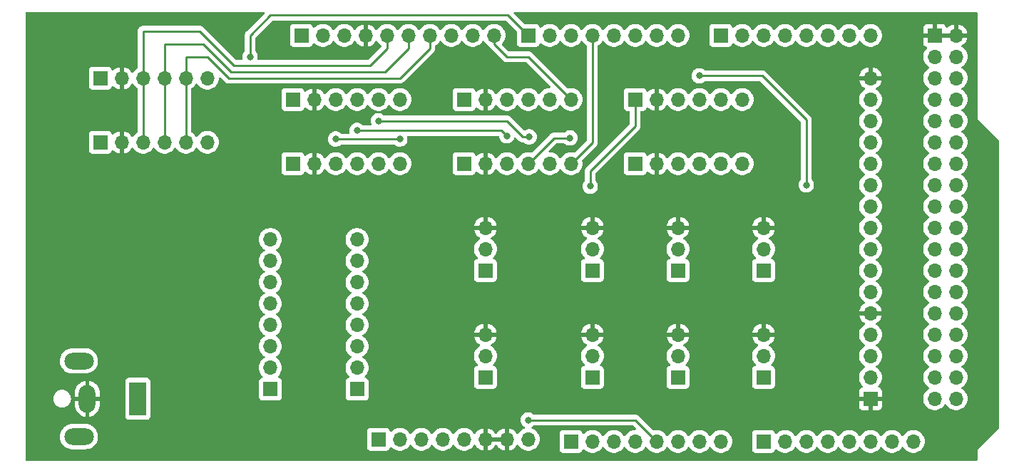
<source format=gbr>
%TF.GenerationSoftware,KiCad,Pcbnew,(7.0.0)*%
%TF.CreationDate,2023-03-13T14:58:07-04:00*%
%TF.ProjectId,warmingTray_v2,7761726d-696e-4675-9472-61795f76322e,rev?*%
%TF.SameCoordinates,Original*%
%TF.FileFunction,Copper,L2,Bot*%
%TF.FilePolarity,Positive*%
%FSLAX46Y46*%
G04 Gerber Fmt 4.6, Leading zero omitted, Abs format (unit mm)*
G04 Created by KiCad (PCBNEW (7.0.0)) date 2023-03-13 14:58:07*
%MOMM*%
%LPD*%
G01*
G04 APERTURE LIST*
%TA.AperFunction,ComponentPad*%
%ADD10R,1.700000X1.700000*%
%TD*%
%TA.AperFunction,ComponentPad*%
%ADD11O,1.700000X1.700000*%
%TD*%
%TA.AperFunction,ComponentPad*%
%ADD12R,2.000000X4.000000*%
%TD*%
%TA.AperFunction,ComponentPad*%
%ADD13O,2.000000X3.300000*%
%TD*%
%TA.AperFunction,ComponentPad*%
%ADD14O,3.500000X2.000000*%
%TD*%
%TA.AperFunction,ViaPad*%
%ADD15C,0.800000*%
%TD*%
%TA.AperFunction,Conductor*%
%ADD16C,0.250000*%
%TD*%
G04 APERTURE END LIST*
D10*
%TO.P,PAD5-1,1,Pin_1*%
%TO.N,/Pad5*%
X129412999Y-113156999D03*
D11*
%TO.P,PAD5-1,2,Pin_2*%
%TO.N,+12V*%
X129412999Y-110616999D03*
%TO.P,PAD5-1,3,Pin_3*%
%TO.N,/Pad6*%
X129412999Y-108076999D03*
%TO.P,PAD5-1,4,Pin_4*%
%TO.N,+12V*%
X129412999Y-105536999D03*
%TO.P,PAD5-1,5,Pin_5*%
%TO.N,/Pad7*%
X129412999Y-102996999D03*
%TO.P,PAD5-1,6,Pin_6*%
%TO.N,+12V*%
X129412999Y-100456999D03*
%TO.P,PAD5-1,7,Pin_7*%
%TO.N,/Pad8*%
X129412999Y-97916999D03*
%TO.P,PAD5-1,8,Pin_8*%
%TO.N,+12V*%
X129412999Y-95376999D03*
%TD*%
D10*
%TO.P,P1,1,Pin_1*%
%TO.N,unconnected-(P1-Pin_1-Pad1)*%
X142239999Y-119125999D03*
D11*
%TO.P,P1,2,Pin_2*%
%TO.N,/IOREF*%
X144779999Y-119125999D03*
%TO.P,P1,3,Pin_3*%
%TO.N,/RESET*%
X147319999Y-119125999D03*
%TO.P,P1,4,Pin_4*%
%TO.N,+3V3*%
X149859999Y-119125999D03*
%TO.P,P1,5,Pin_5*%
%TO.N,+5V*%
X152399999Y-119125999D03*
%TO.P,P1,6,Pin_6*%
%TO.N,GND*%
X154939999Y-119125999D03*
%TO.P,P1,7,Pin_7*%
X157479999Y-119125999D03*
%TO.P,P1,8,Pin_8*%
%TO.N,/VCC8*%
X160019999Y-119125999D03*
%TD*%
D10*
%TO.P,TR4,1,Pin_1*%
%TO.N,Net-(TR4-Pin_1)*%
X187959999Y-99059999D03*
D11*
%TO.P,TR4,2,Pin_2*%
%TO.N,/Pad4*%
X187959999Y-96519999D03*
%TO.P,TR4,3,Pin_3*%
%TO.N,GND*%
X187959999Y-93979999D03*
%TD*%
D10*
%TO.P,TR6,1,Pin_1*%
%TO.N,Net-(TR6-Pin_1)*%
X167639999Y-111759999D03*
D11*
%TO.P,TR6,2,Pin_2*%
%TO.N,/Pad6*%
X167639999Y-109219999D03*
%TO.P,TR6,3,Pin_3*%
%TO.N,GND*%
X167639999Y-106679999D03*
%TD*%
D10*
%TO.P,BO5,1,Pin_1*%
%TO.N,/VCC5*%
X109219999Y-83819999D03*
D11*
%TO.P,BO5,2,Pin_2*%
%TO.N,GND*%
X111759999Y-83819999D03*
%TO.P,BO5,3,Pin_3*%
%TO.N,/13(\u002A\u002A)*%
X114299999Y-83819999D03*
%TO.P,BO5,4,Pin_4*%
%TO.N,/12(\u002A\u002A)*%
X116839999Y-83819999D03*
%TO.P,BO5,5,Pin_5*%
%TO.N,/11(\u002A\u002A)*%
X119379999Y-83819999D03*
%TO.P,BO5,6,Pin_6*%
%TO.N,/7(\u002A\u002A)*%
X121919999Y-83819999D03*
%TD*%
D10*
%TO.P,TR5,1,Pin_1*%
%TO.N,Net-(TR5-Pin_1)*%
X154939999Y-111759999D03*
D11*
%TO.P,TR5,2,Pin_2*%
%TO.N,/Pad5*%
X154939999Y-109219999D03*
%TO.P,TR5,3,Pin_3*%
%TO.N,GND*%
X154939999Y-106679999D03*
%TD*%
D10*
%TO.P,BO8,1,Pin_1*%
%TO.N,/VCC5*%
X172719999Y-86359999D03*
D11*
%TO.P,BO8,2,Pin_2*%
%TO.N,GND*%
X175259999Y-86359999D03*
%TO.P,BO8,3,Pin_3*%
%TO.N,/13(\u002A\u002A)*%
X177799999Y-86359999D03*
%TO.P,BO8,4,Pin_4*%
%TO.N,/12(\u002A\u002A)*%
X180339999Y-86359999D03*
%TO.P,BO8,5,Pin_5*%
%TO.N,/11(\u002A\u002A)*%
X182879999Y-86359999D03*
%TO.P,BO8,6,Pin_6*%
%TO.N,/2(\u002A\u002A)*%
X185419999Y-86359999D03*
%TD*%
D10*
%TO.P,BO3,1,Pin_1*%
%TO.N,/VCC5*%
X152399999Y-78739999D03*
D11*
%TO.P,BO3,2,Pin_2*%
%TO.N,GND*%
X154939999Y-78739999D03*
%TO.P,BO3,3,Pin_3*%
%TO.N,/13(\u002A\u002A)*%
X157479999Y-78739999D03*
%TO.P,BO3,4,Pin_4*%
%TO.N,/12(\u002A\u002A)*%
X160019999Y-78739999D03*
%TO.P,BO3,5,Pin_5*%
%TO.N,/11(\u002A\u002A)*%
X162559999Y-78739999D03*
%TO.P,BO3,6,Pin_6*%
%TO.N,/8(\u002A\u002A)*%
X165099999Y-78739999D03*
%TD*%
D10*
%TO.P,TR1,1,Pin_1*%
%TO.N,Net-(TR1-Pin_1)*%
X154939999Y-99059999D03*
D11*
%TO.P,TR1,2,Pin_2*%
%TO.N,/Pad1*%
X154939999Y-96519999D03*
%TO.P,TR1,3,Pin_3*%
%TO.N,GND*%
X154939999Y-93979999D03*
%TD*%
D10*
%TO.P,BO7,1,Pin_1*%
%TO.N,/VCC5*%
X152399999Y-86359999D03*
D11*
%TO.P,BO7,2,Pin_2*%
%TO.N,GND*%
X154939999Y-86359999D03*
%TO.P,BO7,3,Pin_3*%
%TO.N,/13(\u002A\u002A)*%
X157479999Y-86359999D03*
%TO.P,BO7,4,Pin_4*%
%TO.N,/12(\u002A\u002A)*%
X160019999Y-86359999D03*
%TO.P,BO7,5,Pin_5*%
%TO.N,/11(\u002A\u002A)*%
X162559999Y-86359999D03*
%TO.P,BO7,6,Pin_6*%
%TO.N,/4(\u002A\u002A)*%
X165099999Y-86359999D03*
%TD*%
D10*
%TO.P,P4,1,Pin_1*%
%TO.N,GND*%
X208279999Y-71119999D03*
D11*
%TO.P,P4,2,Pin_2*%
X210819999Y-71119999D03*
%TO.P,P4,3,Pin_3*%
%TO.N,/52(SCK)*%
X208279999Y-73659999D03*
%TO.P,P4,4,Pin_4*%
%TO.N,/53(SS)*%
X210819999Y-73659999D03*
%TO.P,P4,5,Pin_5*%
%TO.N,/50*%
X208279999Y-76199999D03*
%TO.P,P4,6,Pin_6*%
%TO.N,/51(MOSI)*%
X210819999Y-76199999D03*
%TO.P,P4,7,Pin_7*%
%TO.N,/48*%
X208279999Y-78739999D03*
%TO.P,P4,8,Pin_8*%
%TO.N,/49*%
X210819999Y-78739999D03*
%TO.P,P4,9,Pin_9*%
%TO.N,/46*%
X208279999Y-81279999D03*
%TO.P,P4,10,Pin_10*%
%TO.N,/47*%
X210819999Y-81279999D03*
%TO.P,P4,11,Pin_11*%
%TO.N,/44*%
X208279999Y-83819999D03*
%TO.P,P4,12,Pin_12*%
%TO.N,/45*%
X210819999Y-83819999D03*
%TO.P,P4,13,Pin_13*%
%TO.N,/42*%
X208279999Y-86359999D03*
%TO.P,P4,14,Pin_14*%
%TO.N,/43*%
X210819999Y-86359999D03*
%TO.P,P4,15,Pin_15*%
%TO.N,/40*%
X208279999Y-88899999D03*
%TO.P,P4,16,Pin_16*%
%TO.N,/41*%
X210819999Y-88899999D03*
%TO.P,P4,17,Pin_17*%
%TO.N,/38*%
X208279999Y-91439999D03*
%TO.P,P4,18,Pin_18*%
%TO.N,/39*%
X210819999Y-91439999D03*
%TO.P,P4,19,Pin_19*%
%TO.N,/36*%
X208279999Y-93979999D03*
%TO.P,P4,20,Pin_20*%
%TO.N,/37*%
X210819999Y-93979999D03*
%TO.P,P4,21,Pin_21*%
%TO.N,/34*%
X208279999Y-96519999D03*
%TO.P,P4,22,Pin_22*%
%TO.N,/35*%
X210819999Y-96519999D03*
%TO.P,P4,23,Pin_23*%
%TO.N,/32*%
X208279999Y-99059999D03*
%TO.P,P4,24,Pin_24*%
%TO.N,/33*%
X210819999Y-99059999D03*
%TO.P,P4,25,Pin_25*%
%TO.N,/30*%
X208279999Y-101599999D03*
%TO.P,P4,26,Pin_26*%
%TO.N,/31*%
X210819999Y-101599999D03*
%TO.P,P4,27,Pin_27*%
%TO.N,/28*%
X208279999Y-104139999D03*
%TO.P,P4,28,Pin_28*%
%TO.N,/29*%
X210819999Y-104139999D03*
%TO.P,P4,29,Pin_29*%
%TO.N,/26*%
X208279999Y-106679999D03*
%TO.P,P4,30,Pin_30*%
%TO.N,/27*%
X210819999Y-106679999D03*
%TO.P,P4,31,Pin_31*%
%TO.N,/24*%
X208279999Y-109219999D03*
%TO.P,P4,32,Pin_32*%
%TO.N,/25*%
X210819999Y-109219999D03*
%TO.P,P4,33,Pin_33*%
%TO.N,/22*%
X208279999Y-111759999D03*
%TO.P,P4,34,Pin_34*%
%TO.N,/23*%
X210819999Y-111759999D03*
%TO.P,P4,35,Pin_35*%
%TO.N,+5V*%
X208279999Y-114299999D03*
%TO.P,P4,36,Pin_36*%
X210819999Y-114299999D03*
%TD*%
D10*
%TO.P,PAD1-1,1,Pin_1*%
%TO.N,/Pad1*%
X139699999Y-113156999D03*
D11*
%TO.P,PAD1-1,2,Pin_2*%
%TO.N,+12V*%
X139699999Y-110616999D03*
%TO.P,PAD1-1,3,Pin_3*%
%TO.N,/Pad2*%
X139699999Y-108076999D03*
%TO.P,PAD1-1,4,Pin_4*%
%TO.N,+12V*%
X139699999Y-105536999D03*
%TO.P,PAD1-1,5,Pin_5*%
%TO.N,/Pad3*%
X139699999Y-102996999D03*
%TO.P,PAD1-1,6,Pin_6*%
%TO.N,+12V*%
X139699999Y-100456999D03*
%TO.P,PAD1-1,7,Pin_7*%
%TO.N,/Pad4*%
X139699999Y-97916999D03*
%TO.P,PAD1-1,8,Pin_8*%
%TO.N,+12V*%
X139699999Y-95376999D03*
%TD*%
D10*
%TO.P,BO2,1,Pin_1*%
%TO.N,/VCC5*%
X132079999Y-78739999D03*
D11*
%TO.P,BO2,2,Pin_2*%
%TO.N,GND*%
X134619999Y-78739999D03*
%TO.P,BO2,3,Pin_3*%
%TO.N,/13(\u002A\u002A)*%
X137159999Y-78739999D03*
%TO.P,BO2,4,Pin_4*%
%TO.N,/12(\u002A\u002A)*%
X139699999Y-78739999D03*
%TO.P,BO2,5,Pin_5*%
%TO.N,/11(\u002A\u002A)*%
X142239999Y-78739999D03*
%TO.P,BO2,6,Pin_6*%
%TO.N,/9(\u002A\u002A)*%
X144779999Y-78739999D03*
%TD*%
D10*
%TO.P,TR3,1,Pin_1*%
%TO.N,Net-(TR3-Pin_1)*%
X177799999Y-99059999D03*
D11*
%TO.P,TR3,2,Pin_2*%
%TO.N,/Pad3*%
X177799999Y-96519999D03*
%TO.P,TR3,3,Pin_3*%
%TO.N,GND*%
X177799999Y-93979999D03*
%TD*%
D10*
%TO.P,BO1,1,Pin_1*%
%TO.N,/VCC5*%
X109219999Y-76199999D03*
D11*
%TO.P,BO1,2,Pin_2*%
%TO.N,GND*%
X111759999Y-76199999D03*
%TO.P,BO1,3,Pin_3*%
%TO.N,/13(\u002A\u002A)*%
X114299999Y-76199999D03*
%TO.P,BO1,4,Pin_4*%
%TO.N,/12(\u002A\u002A)*%
X116839999Y-76199999D03*
%TO.P,BO1,5,Pin_5*%
%TO.N,/11(\u002A\u002A)*%
X119379999Y-76199999D03*
%TO.P,BO1,6,Pin_6*%
%TO.N,/10(\u002A\u002A)*%
X121919999Y-76199999D03*
%TD*%
D10*
%TO.P,P5,1,Pin_1*%
%TO.N,/SCL*%
X133095999Y-71119999D03*
D11*
%TO.P,P5,2,Pin_2*%
%TO.N,/SDA*%
X135635999Y-71119999D03*
%TO.P,P5,3,Pin_3*%
%TO.N,/AREF*%
X138175999Y-71119999D03*
%TO.P,P5,4,Pin_4*%
%TO.N,GND*%
X140715999Y-71119999D03*
%TO.P,P5,5,Pin_5*%
%TO.N,/13(\u002A\u002A)*%
X143255999Y-71119999D03*
%TO.P,P5,6,Pin_6*%
%TO.N,/12(\u002A\u002A)*%
X145795999Y-71119999D03*
%TO.P,P5,7,Pin_7*%
%TO.N,/11(\u002A\u002A)*%
X148335999Y-71119999D03*
%TO.P,P5,8,Pin_8*%
%TO.N,/10(\u002A\u002A)*%
X150875999Y-71119999D03*
%TO.P,P5,9,Pin_9*%
%TO.N,/9(\u002A\u002A)*%
X153415999Y-71119999D03*
%TO.P,P5,10,Pin_10*%
%TO.N,/8(\u002A\u002A)*%
X155955999Y-71119999D03*
%TD*%
D10*
%TO.P,TR7,1,Pin_1*%
%TO.N,Net-(TR7-Pin_1)*%
X177799999Y-111759999D03*
D11*
%TO.P,TR7,2,Pin_2*%
%TO.N,/Pad7*%
X177799999Y-109219999D03*
%TO.P,TR7,3,Pin_3*%
%TO.N,GND*%
X177799999Y-106679999D03*
%TD*%
D10*
%TO.P,P7,1,Pin_1*%
%TO.N,/14(Tx3)*%
X182879999Y-71119999D03*
D11*
%TO.P,P7,2,Pin_2*%
%TO.N,/15(Rx3)*%
X185419999Y-71119999D03*
%TO.P,P7,3,Pin_3*%
%TO.N,/16(Tx2)*%
X187959999Y-71119999D03*
%TO.P,P7,4,Pin_4*%
%TO.N,/17(Rx2)*%
X190499999Y-71119999D03*
%TO.P,P7,5,Pin_5*%
%TO.N,/18(Tx1)*%
X193039999Y-71119999D03*
%TO.P,P7,6,Pin_6*%
%TO.N,/19(Rx1)*%
X195579999Y-71119999D03*
%TO.P,P7,7,Pin_7*%
%TO.N,/20(SDA)*%
X198119999Y-71119999D03*
%TO.P,P7,8,Pin_8*%
%TO.N,/21(SCL)*%
X200659999Y-71119999D03*
%TD*%
D10*
%TO.P,TR8,1,Pin_1*%
%TO.N,Net-(TR8-Pin_1)*%
X187959999Y-111759999D03*
D11*
%TO.P,TR8,2,Pin_2*%
%TO.N,/Pad8*%
X187959999Y-109219999D03*
%TO.P,TR8,3,Pin_3*%
%TO.N,GND*%
X187959999Y-106679999D03*
%TD*%
D10*
%TO.P,LED1,1,Pin_1*%
%TO.N,GND*%
X200659999Y-114299999D03*
D11*
%TO.P,LED1,2,Pin_2*%
%TO.N,/VCC5*%
X200659999Y-111759999D03*
%TO.P,LED1,3,Pin_3*%
%TO.N,/22*%
X200659999Y-109219999D03*
%TO.P,LED1,4,Pin_4*%
%TO.N,/24*%
X200659999Y-106679999D03*
%TO.P,LED1,5,Pin_5*%
%TO.N,GND*%
X200659999Y-104139999D03*
%TO.P,LED1,6,Pin_6*%
%TO.N,/26*%
X200659999Y-101599999D03*
%TO.P,LED1,7,Pin_7*%
%TO.N,/LD0*%
X200659999Y-99059999D03*
%TO.P,LED1,8,Pin_8*%
%TO.N,/LD1*%
X200659999Y-96519999D03*
%TO.P,LED1,9,Pin_9*%
%TO.N,/LD2*%
X200659999Y-93979999D03*
%TO.P,LED1,10,Pin_10*%
%TO.N,/LD3*%
X200659999Y-91439999D03*
%TO.P,LED1,11,Pin_11*%
%TO.N,/28*%
X200659999Y-88899999D03*
%TO.P,LED1,12,Pin_12*%
%TO.N,/30*%
X200659999Y-86359999D03*
%TO.P,LED1,13,Pin_13*%
%TO.N,/32*%
X200659999Y-83819999D03*
%TO.P,LED1,14,Pin_14*%
%TO.N,/34*%
X200659999Y-81279999D03*
%TO.P,LED1,15,Pin_15*%
%TO.N,/VCC5*%
X200659999Y-78739999D03*
%TO.P,LED1,16,Pin_16*%
%TO.N,GND*%
X200659999Y-76199999D03*
%TD*%
D10*
%TO.P,BO6,1,Pin_1*%
%TO.N,/VCC5*%
X132079999Y-86359999D03*
D11*
%TO.P,BO6,2,Pin_2*%
%TO.N,GND*%
X134619999Y-86359999D03*
%TO.P,BO6,3,Pin_3*%
%TO.N,/13(\u002A\u002A)*%
X137159999Y-86359999D03*
%TO.P,BO6,4,Pin_4*%
%TO.N,/12(\u002A\u002A)*%
X139699999Y-86359999D03*
%TO.P,BO6,5,Pin_5*%
%TO.N,/11(\u002A\u002A)*%
X142239999Y-86359999D03*
%TO.P,BO6,6,Pin_6*%
%TO.N,/5(\u002A\u002A)*%
X144779999Y-86359999D03*
%TD*%
D12*
%TO.P,J1,1*%
%TO.N,+12V*%
X113679999Y-114299999D03*
D13*
%TO.P,J1,2*%
%TO.N,GND*%
X107679999Y-114299999D03*
D14*
%TO.P,J1,MP*%
%TO.N,N/C*%
X106679999Y-109799999D03*
X106679999Y-118799999D03*
%TD*%
D10*
%TO.P,P3,1,Pin_1*%
%TO.N,/A8*%
X187959999Y-119379999D03*
D11*
%TO.P,P3,2,Pin_2*%
%TO.N,/A9*%
X190499999Y-119379999D03*
%TO.P,P3,3,Pin_3*%
%TO.N,/A10*%
X193039999Y-119379999D03*
%TO.P,P3,4,Pin_4*%
%TO.N,/A11*%
X195579999Y-119379999D03*
%TO.P,P3,5,Pin_5*%
%TO.N,/A12*%
X198119999Y-119379999D03*
%TO.P,P3,6,Pin_6*%
%TO.N,/A13*%
X200659999Y-119379999D03*
%TO.P,P3,7,Pin_7*%
%TO.N,/A14*%
X203199999Y-119379999D03*
%TO.P,P3,8,Pin_8*%
%TO.N,/A15*%
X205739999Y-119379999D03*
%TD*%
D10*
%TO.P,TR2,1,Pin_1*%
%TO.N,Net-(TR2-Pin_1)*%
X167639999Y-99059999D03*
D11*
%TO.P,TR2,2,Pin_2*%
%TO.N,/Pad2*%
X167639999Y-96519999D03*
%TO.P,TR2,3,Pin_3*%
%TO.N,GND*%
X167639999Y-93979999D03*
%TD*%
D10*
%TO.P,P6,1,Pin_1*%
%TO.N,/7(\u002A\u002A)*%
X160019999Y-71119999D03*
D11*
%TO.P,P6,2,Pin_2*%
%TO.N,/6(\u002A\u002A)*%
X162559999Y-71119999D03*
%TO.P,P6,3,Pin_3*%
%TO.N,/5(\u002A\u002A)*%
X165099999Y-71119999D03*
%TO.P,P6,4,Pin_4*%
%TO.N,/4(\u002A\u002A)*%
X167639999Y-71119999D03*
%TO.P,P6,5,Pin_5*%
%TO.N,/3(\u002A\u002A)*%
X170179999Y-71119999D03*
%TO.P,P6,6,Pin_6*%
%TO.N,/2(\u002A\u002A)*%
X172719999Y-71119999D03*
%TO.P,P6,7,Pin_7*%
%TO.N,/1(Tx0)*%
X175259999Y-71119999D03*
%TO.P,P6,8,Pin_8*%
%TO.N,/0(Rx0)*%
X177799999Y-71119999D03*
%TD*%
D10*
%TO.P,P2,1,Pin_1*%
%TO.N,/A0*%
X165099999Y-119379999D03*
D11*
%TO.P,P2,2,Pin_2*%
%TO.N,/A1*%
X167639999Y-119379999D03*
%TO.P,P2,3,Pin_3*%
%TO.N,/A2*%
X170179999Y-119379999D03*
%TO.P,P2,4,Pin_4*%
%TO.N,/A3*%
X172719999Y-119379999D03*
%TO.P,P2,5,Pin_5*%
%TO.N,/A4*%
X175259999Y-119379999D03*
%TO.P,P2,6,Pin_6*%
%TO.N,/A5*%
X177799999Y-119379999D03*
%TO.P,P2,7,Pin_7*%
%TO.N,/A6*%
X180339999Y-119379999D03*
%TO.P,P2,8,Pin_8*%
%TO.N,/A7*%
X182879999Y-119379999D03*
%TD*%
D10*
%TO.P,BO4,1,Pin_1*%
%TO.N,/VCC5*%
X172719999Y-78739999D03*
D11*
%TO.P,BO4,2,Pin_2*%
%TO.N,GND*%
X175259999Y-78739999D03*
%TO.P,BO4,3,Pin_3*%
%TO.N,/13(\u002A\u002A)*%
X177799999Y-78739999D03*
%TO.P,BO4,4,Pin_4*%
%TO.N,/12(\u002A\u002A)*%
X180339999Y-78739999D03*
%TO.P,BO4,5,Pin_5*%
%TO.N,/11(\u002A\u002A)*%
X182879999Y-78739999D03*
%TO.P,BO4,6,Pin_6*%
%TO.N,/3(\u002A\u002A)*%
X185419999Y-78739999D03*
%TD*%
D15*
%TO.N,/VCC5*%
X167386000Y-89049500D03*
X180340000Y-75925500D03*
X193040000Y-88900000D03*
%TO.N,/A4*%
X160020000Y-116840000D03*
%TO.N,/13(\u002A\u002A)*%
X144780000Y-83439000D03*
X137160000Y-83439000D03*
%TO.N,/12(\u002A\u002A)*%
X164973000Y-83312000D03*
X139700000Y-82423000D03*
X157480000Y-83058000D03*
%TO.N,/11(\u002A\u002A)*%
X160147000Y-83185000D03*
X142240000Y-81280000D03*
%TO.N,/7(\u002A\u002A)*%
X127000000Y-73660000D03*
%TD*%
D16*
%TO.N,/VCC5*%
X172720000Y-81915000D02*
X172720000Y-78740000D01*
X167386000Y-87249000D02*
X172720000Y-81915000D01*
X167386000Y-89049500D02*
X167386000Y-87249000D01*
X193040000Y-81153000D02*
X193040000Y-88900000D01*
X187812500Y-75925500D02*
X193040000Y-81153000D01*
X180340000Y-75925500D02*
X187812500Y-75925500D01*
%TO.N,/A4*%
X172720000Y-116840000D02*
X175260000Y-119380000D01*
X160020000Y-116840000D02*
X172720000Y-116840000D01*
%TO.N,/13(\u002A\u002A)*%
X114300000Y-70612000D02*
X121031000Y-70612000D01*
X141224000Y-74676000D02*
X143256000Y-72644000D01*
X114300000Y-83820000D02*
X114300000Y-76200000D01*
X121031000Y-70612000D02*
X125095000Y-74676000D01*
X114300000Y-76200000D02*
X114300000Y-70612000D01*
X125095000Y-74676000D02*
X141224000Y-74676000D01*
X143256000Y-72644000D02*
X143256000Y-71120000D01*
X144780000Y-83439000D02*
X137160000Y-83439000D01*
%TO.N,/12(\u002A\u002A)*%
X156845000Y-82423000D02*
X157480000Y-83058000D01*
X143002000Y-75438000D02*
X145796000Y-72644000D01*
X124714000Y-75438000D02*
X143002000Y-75438000D01*
X121412000Y-72136000D02*
X124714000Y-75438000D01*
X145796000Y-72644000D02*
X145796000Y-71120000D01*
X116840000Y-76200000D02*
X116840000Y-72136000D01*
X139700000Y-82423000D02*
X156845000Y-82423000D01*
X164973000Y-83312000D02*
X163068000Y-83312000D01*
X116840000Y-72136000D02*
X121412000Y-72136000D01*
X116840000Y-83820000D02*
X116840000Y-76200000D01*
X163068000Y-83312000D02*
X160020000Y-86360000D01*
%TO.N,/11(\u002A\u002A)*%
X157480000Y-81280000D02*
X142240000Y-81280000D01*
X124460000Y-76200000D02*
X144780000Y-76200000D01*
X119380000Y-73660000D02*
X121920000Y-73660000D01*
X160147000Y-83185000D02*
X159385000Y-83185000D01*
X159385000Y-83185000D02*
X157480000Y-81280000D01*
X121920000Y-73660000D02*
X124460000Y-76200000D01*
X148336000Y-72644000D02*
X148336000Y-71120000D01*
X119380000Y-76200000D02*
X119380000Y-73660000D01*
X144780000Y-76200000D02*
X148336000Y-72644000D01*
X119380000Y-83820000D02*
X119380000Y-76200000D01*
%TO.N,/8(\u002A\u002A)*%
X165100000Y-78740000D02*
X160020000Y-73660000D01*
X160020000Y-73660000D02*
X157480000Y-73660000D01*
X157480000Y-73660000D02*
X155956000Y-72136000D01*
X155956000Y-72136000D02*
X155956000Y-71120000D01*
%TO.N,/7(\u002A\u002A)*%
X127000000Y-73660000D02*
X127000000Y-71120000D01*
X157607000Y-68707000D02*
X160020000Y-71120000D01*
X127000000Y-71120000D02*
X129413000Y-68707000D01*
X129413000Y-68707000D02*
X157607000Y-68707000D01*
%TO.N,/4(\u002A\u002A)*%
X167640000Y-83820000D02*
X167640000Y-71120000D01*
X165100000Y-86360000D02*
X167640000Y-83820000D01*
%TD*%
%TA.AperFunction,Conductor*%
%TO.N,GND*%
G36*
X128655027Y-68339515D02*
G01*
X128699050Y-68377115D01*
X128721205Y-68430602D01*
X128716663Y-68488318D01*
X128686413Y-68537681D01*
X126607793Y-70616300D01*
X126599444Y-70623898D01*
X126592982Y-70628000D01*
X126587641Y-70633686D01*
X126587639Y-70633689D01*
X126546339Y-70677668D01*
X126543634Y-70680460D01*
X126523865Y-70700230D01*
X126521481Y-70703302D01*
X126521478Y-70703306D01*
X126521322Y-70703508D01*
X126513752Y-70712370D01*
X126483414Y-70744679D01*
X126479659Y-70751507D01*
X126479658Y-70751510D01*
X126473579Y-70762567D01*
X126462903Y-70778819D01*
X126455168Y-70788791D01*
X126455160Y-70788802D01*
X126450386Y-70794959D01*
X126447291Y-70802110D01*
X126447288Y-70802116D01*
X126432786Y-70835628D01*
X126427648Y-70846115D01*
X126410065Y-70878098D01*
X126410061Y-70878106D01*
X126406305Y-70884940D01*
X126404366Y-70892491D01*
X126404363Y-70892499D01*
X126401225Y-70904722D01*
X126394926Y-70923119D01*
X126386819Y-70941855D01*
X126385599Y-70949553D01*
X126385598Y-70949559D01*
X126379888Y-70985611D01*
X126377520Y-70997045D01*
X126368438Y-71032417D01*
X126368436Y-71032426D01*
X126366500Y-71039970D01*
X126366500Y-71047766D01*
X126366500Y-71060385D01*
X126364972Y-71079783D01*
X126361780Y-71099943D01*
X126362514Y-71107708D01*
X126362514Y-71107711D01*
X126365950Y-71144058D01*
X126366500Y-71155727D01*
X126366500Y-72958243D01*
X126358264Y-73002681D01*
X126334650Y-73041215D01*
X126268061Y-73115170D01*
X126260960Y-73123056D01*
X126257714Y-73128676D01*
X126257711Y-73128682D01*
X126168721Y-73282817D01*
X126168718Y-73282822D01*
X126165473Y-73288444D01*
X126163467Y-73294616D01*
X126163465Y-73294622D01*
X126108465Y-73463892D01*
X126108463Y-73463901D01*
X126106458Y-73470072D01*
X126105780Y-73476522D01*
X126105778Y-73476532D01*
X126090710Y-73619906D01*
X126086496Y-73660000D01*
X126087175Y-73666460D01*
X126105778Y-73843467D01*
X126105779Y-73843475D01*
X126106458Y-73849928D01*
X126108463Y-73856100D01*
X126108465Y-73856107D01*
X126116288Y-73880182D01*
X126120830Y-73937898D01*
X126098675Y-73991386D01*
X126054652Y-74028985D01*
X125998357Y-74042500D01*
X125408766Y-74042500D01*
X125361313Y-74033061D01*
X125321085Y-74006181D01*
X123440955Y-72126051D01*
X121534695Y-70219790D01*
X121527103Y-70211448D01*
X121523000Y-70204982D01*
X121473316Y-70158326D01*
X121470550Y-70155645D01*
X121453527Y-70138622D01*
X121453526Y-70138621D01*
X121450770Y-70135865D01*
X121447486Y-70133317D01*
X121438624Y-70125746D01*
X121412009Y-70100754D01*
X121412003Y-70100749D01*
X121406321Y-70095414D01*
X121399488Y-70091658D01*
X121399482Y-70091653D01*
X121388429Y-70085576D01*
X121372174Y-70074899D01*
X121362209Y-70067170D01*
X121362206Y-70067168D01*
X121356041Y-70062386D01*
X121319487Y-70046568D01*
X121315376Y-70044789D01*
X121304884Y-70039649D01*
X121298650Y-70036222D01*
X121266060Y-70018305D01*
X121246284Y-70013227D01*
X121227881Y-70006926D01*
X121216309Y-70001918D01*
X121216301Y-70001915D01*
X121209145Y-69998819D01*
X121201440Y-69997598D01*
X121201438Y-69997598D01*
X121165381Y-69991887D01*
X121153955Y-69989521D01*
X121111030Y-69978500D01*
X121103228Y-69978500D01*
X121090615Y-69978500D01*
X121071217Y-69976973D01*
X121058766Y-69975001D01*
X121051057Y-69973780D01*
X121043291Y-69974514D01*
X121043288Y-69974514D01*
X121006942Y-69977950D01*
X120995273Y-69978500D01*
X114371607Y-69978500D01*
X114348371Y-69976303D01*
X114347758Y-69976186D01*
X114347750Y-69976185D01*
X114340094Y-69974725D01*
X114332315Y-69975214D01*
X114332310Y-69975214D01*
X114283985Y-69978255D01*
X114276199Y-69978500D01*
X114260144Y-69978500D01*
X114256286Y-69978987D01*
X114256273Y-69978988D01*
X114244207Y-69980512D01*
X114236466Y-69981243D01*
X114188135Y-69984285D01*
X114188134Y-69984285D01*
X114180350Y-69984775D01*
X114172935Y-69987184D01*
X114172925Y-69987186D01*
X114172326Y-69987381D01*
X114149563Y-69992469D01*
X114149453Y-69992483D01*
X114148937Y-69992548D01*
X114148930Y-69992549D01*
X114141203Y-69993526D01*
X114133955Y-69996395D01*
X114133949Y-69996397D01*
X114088939Y-70014217D01*
X114081615Y-70016854D01*
X114035542Y-70031825D01*
X114035535Y-70031828D01*
X114028125Y-70034236D01*
X114021549Y-70038408D01*
X114021538Y-70038414D01*
X114020993Y-70038761D01*
X114000230Y-70049340D01*
X113999638Y-70049574D01*
X113999629Y-70049578D01*
X113992383Y-70052448D01*
X113986077Y-70057029D01*
X113986074Y-70057031D01*
X113946905Y-70085488D01*
X113940467Y-70089863D01*
X113899572Y-70115816D01*
X113899563Y-70115823D01*
X113892982Y-70120000D01*
X113887642Y-70125685D01*
X113887637Y-70125690D01*
X113887206Y-70126150D01*
X113869711Y-70141573D01*
X113862893Y-70146528D01*
X113857924Y-70152533D01*
X113857920Y-70152538D01*
X113827051Y-70189851D01*
X113821904Y-70195689D01*
X113788753Y-70230992D01*
X113788748Y-70230998D01*
X113783414Y-70236679D01*
X113779656Y-70243512D01*
X113779656Y-70243514D01*
X113779353Y-70244066D01*
X113766244Y-70263355D01*
X113765837Y-70263846D01*
X113765831Y-70263854D01*
X113760867Y-70269856D01*
X113757550Y-70276902D01*
X113757547Y-70276909D01*
X113736927Y-70320729D01*
X113733392Y-70327667D01*
X113710063Y-70370103D01*
X113710061Y-70370106D01*
X113706305Y-70376940D01*
X113704365Y-70384494D01*
X113704362Y-70384502D01*
X113704206Y-70385110D01*
X113696309Y-70407046D01*
X113696037Y-70407622D01*
X113696032Y-70407634D01*
X113692717Y-70414682D01*
X113691257Y-70422334D01*
X113691255Y-70422341D01*
X113682182Y-70469903D01*
X113680484Y-70477500D01*
X113668438Y-70524417D01*
X113668436Y-70524426D01*
X113666500Y-70531970D01*
X113666500Y-70539766D01*
X113666500Y-70540393D01*
X113664303Y-70563629D01*
X113664186Y-70564241D01*
X113664185Y-70564250D01*
X113662725Y-70571906D01*
X113663214Y-70579683D01*
X113663214Y-70579689D01*
X113666255Y-70628015D01*
X113666500Y-70635801D01*
X113666500Y-74924271D01*
X113649022Y-74987745D01*
X113601517Y-75033326D01*
X113558934Y-75056370D01*
X113558931Y-75056371D01*
X113554424Y-75058811D01*
X113550389Y-75061951D01*
X113550376Y-75061960D01*
X113380801Y-75193948D01*
X113380795Y-75193952D01*
X113376760Y-75197094D01*
X113373297Y-75200855D01*
X113373288Y-75200864D01*
X113227753Y-75358956D01*
X113227747Y-75358963D01*
X113224278Y-75362732D01*
X113221480Y-75367014D01*
X113221468Y-75367030D01*
X113130250Y-75506650D01*
X113086334Y-75547405D01*
X113028435Y-75562812D01*
X112970071Y-75549274D01*
X112924867Y-75509951D01*
X112801215Y-75333357D01*
X112794280Y-75325092D01*
X112634909Y-75165721D01*
X112626643Y-75158784D01*
X112442008Y-75029501D01*
X112432676Y-75024113D01*
X112228397Y-74928856D01*
X112218263Y-74925168D01*
X112023780Y-74873056D01*
X112012551Y-74872688D01*
X112010000Y-74883631D01*
X112010000Y-77516369D01*
X112012551Y-77527311D01*
X112023780Y-77526943D01*
X112218263Y-77474831D01*
X112228397Y-77471143D01*
X112432676Y-77375886D01*
X112442008Y-77370498D01*
X112626643Y-77241215D01*
X112634909Y-77234278D01*
X112794278Y-77074909D01*
X112801219Y-77066638D01*
X112924868Y-76890049D01*
X112970072Y-76850726D01*
X113028436Y-76837188D01*
X113086335Y-76852595D01*
X113130252Y-76893351D01*
X113221470Y-77032972D01*
X113221478Y-77032982D01*
X113224278Y-77037268D01*
X113227752Y-77041041D01*
X113227753Y-77041043D01*
X113373288Y-77199135D01*
X113373291Y-77199138D01*
X113376760Y-77202906D01*
X113380801Y-77206051D01*
X113550376Y-77338039D01*
X113550381Y-77338042D01*
X113554424Y-77341189D01*
X113601517Y-77366674D01*
X113649022Y-77412255D01*
X113666500Y-77475729D01*
X113666500Y-82544271D01*
X113649022Y-82607745D01*
X113601517Y-82653326D01*
X113558934Y-82676370D01*
X113558931Y-82676371D01*
X113554424Y-82678811D01*
X113550389Y-82681951D01*
X113550376Y-82681960D01*
X113380801Y-82813948D01*
X113380795Y-82813952D01*
X113376760Y-82817094D01*
X113373297Y-82820855D01*
X113373288Y-82820864D01*
X113227753Y-82978956D01*
X113227747Y-82978963D01*
X113224278Y-82982732D01*
X113221480Y-82987014D01*
X113221468Y-82987030D01*
X113130250Y-83126650D01*
X113086334Y-83167405D01*
X113028435Y-83182812D01*
X112970071Y-83169274D01*
X112924867Y-83129951D01*
X112801215Y-82953357D01*
X112794280Y-82945092D01*
X112634909Y-82785721D01*
X112626643Y-82778784D01*
X112442008Y-82649501D01*
X112432676Y-82644113D01*
X112228397Y-82548856D01*
X112218263Y-82545168D01*
X112023780Y-82493056D01*
X112012551Y-82492688D01*
X112010000Y-82503631D01*
X112010000Y-85136369D01*
X112012551Y-85147311D01*
X112023780Y-85146943D01*
X112218263Y-85094831D01*
X112228397Y-85091143D01*
X112432676Y-84995886D01*
X112442008Y-84990498D01*
X112626643Y-84861215D01*
X112634909Y-84854278D01*
X112794278Y-84694909D01*
X112801219Y-84686638D01*
X112924868Y-84510049D01*
X112970072Y-84470726D01*
X113028436Y-84457188D01*
X113086335Y-84472595D01*
X113130252Y-84513351D01*
X113221470Y-84652972D01*
X113221478Y-84652982D01*
X113224278Y-84657268D01*
X113227752Y-84661041D01*
X113227753Y-84661043D01*
X113373288Y-84819135D01*
X113373291Y-84819138D01*
X113376760Y-84822906D01*
X113380801Y-84826051D01*
X113550376Y-84958039D01*
X113550381Y-84958042D01*
X113554424Y-84961189D01*
X113558931Y-84963628D01*
X113558934Y-84963630D01*
X113740313Y-85061787D01*
X113752426Y-85068342D01*
X113965365Y-85141444D01*
X114187431Y-85178500D01*
X114407436Y-85178500D01*
X114412569Y-85178500D01*
X114634635Y-85141444D01*
X114847574Y-85068342D01*
X115045576Y-84961189D01*
X115223240Y-84822906D01*
X115375722Y-84657268D01*
X115466190Y-84518795D01*
X115510982Y-84477561D01*
X115570000Y-84462616D01*
X115629018Y-84477561D01*
X115673809Y-84518795D01*
X115761470Y-84652972D01*
X115761478Y-84652982D01*
X115764278Y-84657268D01*
X115767752Y-84661041D01*
X115767753Y-84661043D01*
X115913288Y-84819135D01*
X115913291Y-84819138D01*
X115916760Y-84822906D01*
X115920801Y-84826051D01*
X116090376Y-84958039D01*
X116090381Y-84958042D01*
X116094424Y-84961189D01*
X116098931Y-84963628D01*
X116098934Y-84963630D01*
X116280313Y-85061787D01*
X116292426Y-85068342D01*
X116505365Y-85141444D01*
X116727431Y-85178500D01*
X116947436Y-85178500D01*
X116952569Y-85178500D01*
X117174635Y-85141444D01*
X117387574Y-85068342D01*
X117585576Y-84961189D01*
X117763240Y-84822906D01*
X117915722Y-84657268D01*
X118006190Y-84518795D01*
X118050982Y-84477561D01*
X118110000Y-84462616D01*
X118169018Y-84477561D01*
X118213809Y-84518795D01*
X118301470Y-84652972D01*
X118301478Y-84652982D01*
X118304278Y-84657268D01*
X118307752Y-84661041D01*
X118307753Y-84661043D01*
X118453288Y-84819135D01*
X118453291Y-84819138D01*
X118456760Y-84822906D01*
X118460801Y-84826051D01*
X118630376Y-84958039D01*
X118630381Y-84958042D01*
X118634424Y-84961189D01*
X118638931Y-84963628D01*
X118638934Y-84963630D01*
X118820313Y-85061787D01*
X118832426Y-85068342D01*
X119045365Y-85141444D01*
X119267431Y-85178500D01*
X119487436Y-85178500D01*
X119492569Y-85178500D01*
X119714635Y-85141444D01*
X119927574Y-85068342D01*
X120125576Y-84961189D01*
X120303240Y-84822906D01*
X120455722Y-84657268D01*
X120546190Y-84518795D01*
X120590982Y-84477561D01*
X120650000Y-84462616D01*
X120709018Y-84477561D01*
X120753809Y-84518795D01*
X120841470Y-84652972D01*
X120841478Y-84652982D01*
X120844278Y-84657268D01*
X120847752Y-84661041D01*
X120847753Y-84661043D01*
X120993288Y-84819135D01*
X120993291Y-84819138D01*
X120996760Y-84822906D01*
X121000801Y-84826051D01*
X121170376Y-84958039D01*
X121170381Y-84958042D01*
X121174424Y-84961189D01*
X121178931Y-84963628D01*
X121178934Y-84963630D01*
X121360313Y-85061787D01*
X121372426Y-85068342D01*
X121585365Y-85141444D01*
X121807431Y-85178500D01*
X122027436Y-85178500D01*
X122032569Y-85178500D01*
X122254635Y-85141444D01*
X122467574Y-85068342D01*
X122665576Y-84961189D01*
X122843240Y-84822906D01*
X122995722Y-84657268D01*
X123118860Y-84468791D01*
X123209296Y-84262616D01*
X123264564Y-84044368D01*
X123283156Y-83820000D01*
X123264564Y-83595632D01*
X123224899Y-83439000D01*
X136246496Y-83439000D01*
X136247175Y-83445460D01*
X136265778Y-83622467D01*
X136265779Y-83622475D01*
X136266458Y-83628928D01*
X136268463Y-83635100D01*
X136268465Y-83635107D01*
X136321452Y-83798181D01*
X136325473Y-83810556D01*
X136328720Y-83816180D01*
X136328721Y-83816182D01*
X136408832Y-83954939D01*
X136420960Y-83975944D01*
X136548747Y-84117866D01*
X136553997Y-84121680D01*
X136554000Y-84121683D01*
X136637220Y-84182146D01*
X136703248Y-84230118D01*
X136877712Y-84307794D01*
X136884070Y-84309145D01*
X136884072Y-84309146D01*
X136915528Y-84315832D01*
X137064513Y-84347500D01*
X137248984Y-84347500D01*
X137255487Y-84347500D01*
X137442288Y-84307794D01*
X137616752Y-84230118D01*
X137771253Y-84117866D01*
X137775600Y-84113037D01*
X137780429Y-84108690D01*
X137780978Y-84109299D01*
X137816874Y-84083220D01*
X137867309Y-84072500D01*
X144072691Y-84072500D01*
X144123126Y-84083220D01*
X144159021Y-84109299D01*
X144159571Y-84108690D01*
X144164400Y-84113038D01*
X144168747Y-84117866D01*
X144173997Y-84121680D01*
X144174000Y-84121683D01*
X144257220Y-84182146D01*
X144323248Y-84230118D01*
X144497712Y-84307794D01*
X144504070Y-84309145D01*
X144504072Y-84309146D01*
X144535528Y-84315832D01*
X144684513Y-84347500D01*
X144868984Y-84347500D01*
X144875487Y-84347500D01*
X145062288Y-84307794D01*
X145236752Y-84230118D01*
X145391253Y-84117866D01*
X145519040Y-83975944D01*
X145614527Y-83810556D01*
X145673542Y-83628928D01*
X145693504Y-83439000D01*
X145673542Y-83249072D01*
X145663712Y-83218818D01*
X145659170Y-83161102D01*
X145681325Y-83107614D01*
X145725348Y-83070015D01*
X145781643Y-83056500D01*
X156454688Y-83056500D01*
X156512903Y-83071015D01*
X156557489Y-83111160D01*
X156578009Y-83167539D01*
X156585778Y-83241467D01*
X156585779Y-83241475D01*
X156586458Y-83247928D01*
X156588463Y-83254100D01*
X156588465Y-83254107D01*
X156630136Y-83382354D01*
X156645473Y-83429556D01*
X156648720Y-83435180D01*
X156648721Y-83435182D01*
X156734351Y-83583498D01*
X156740960Y-83594944D01*
X156868747Y-83736866D01*
X156873997Y-83740680D01*
X156874000Y-83740683D01*
X156995861Y-83829220D01*
X157023248Y-83849118D01*
X157029181Y-83851759D01*
X157029182Y-83851760D01*
X157137598Y-83900030D01*
X157197712Y-83926794D01*
X157204070Y-83928145D01*
X157204072Y-83928146D01*
X157240874Y-83935968D01*
X157384513Y-83966500D01*
X157568984Y-83966500D01*
X157575487Y-83966500D01*
X157762288Y-83926794D01*
X157936752Y-83849118D01*
X158091253Y-83736866D01*
X158219040Y-83594944D01*
X158314527Y-83429556D01*
X158354783Y-83305659D01*
X158388541Y-83252924D01*
X158443766Y-83223406D01*
X158506371Y-83224636D01*
X158560394Y-83256299D01*
X158881302Y-83577207D01*
X158888898Y-83585555D01*
X158893000Y-83592018D01*
X158942651Y-83638643D01*
X158945449Y-83641354D01*
X158965230Y-83661135D01*
X158968306Y-83663521D01*
X158968503Y-83663674D01*
X158977383Y-83671259D01*
X158996469Y-83689182D01*
X159009679Y-83701586D01*
X159027565Y-83711418D01*
X159043829Y-83722102D01*
X159053792Y-83729831D01*
X159053795Y-83729833D01*
X159059959Y-83734614D01*
X159067122Y-83737713D01*
X159067123Y-83737714D01*
X159100616Y-83752207D01*
X159111112Y-83757348D01*
X159149940Y-83778695D01*
X159169716Y-83783772D01*
X159188123Y-83790075D01*
X159199691Y-83795081D01*
X159199692Y-83795081D01*
X159206855Y-83798181D01*
X159250621Y-83805112D01*
X159262041Y-83807477D01*
X159304970Y-83818500D01*
X159325385Y-83818500D01*
X159344783Y-83820027D01*
X159364943Y-83823220D01*
X159403476Y-83819577D01*
X159409058Y-83819050D01*
X159420727Y-83818500D01*
X159439691Y-83818500D01*
X159490126Y-83829220D01*
X159526021Y-83855299D01*
X159526571Y-83854690D01*
X159531400Y-83859038D01*
X159535747Y-83863866D01*
X159540997Y-83867680D01*
X159541000Y-83867683D01*
X159624220Y-83928146D01*
X159690248Y-83976118D01*
X159696181Y-83978759D01*
X159696182Y-83978760D01*
X159854712Y-84049342D01*
X159864712Y-84053794D01*
X159871070Y-84055145D01*
X159871072Y-84055146D01*
X159902815Y-84061893D01*
X160051513Y-84093500D01*
X160235984Y-84093500D01*
X160242487Y-84093500D01*
X160429288Y-84053794D01*
X160603752Y-83976118D01*
X160758253Y-83863866D01*
X160886040Y-83721944D01*
X160981527Y-83556556D01*
X161040542Y-83374928D01*
X161060504Y-83185000D01*
X161040542Y-82995072D01*
X160981527Y-82813444D01*
X160886040Y-82648056D01*
X160758253Y-82506134D01*
X160753003Y-82502319D01*
X160752999Y-82502316D01*
X160609006Y-82397699D01*
X160609004Y-82397697D01*
X160603752Y-82393882D01*
X160597821Y-82391241D01*
X160597817Y-82391239D01*
X160435226Y-82318849D01*
X160435219Y-82318846D01*
X160429288Y-82316206D01*
X160422935Y-82314855D01*
X160422927Y-82314853D01*
X160248849Y-82277852D01*
X160248846Y-82277851D01*
X160242487Y-82276500D01*
X160051513Y-82276500D01*
X160045154Y-82277851D01*
X160045150Y-82277852D01*
X159871072Y-82314853D01*
X159871061Y-82314856D01*
X159864712Y-82316206D01*
X159858782Y-82318845D01*
X159858773Y-82318849D01*
X159696184Y-82391238D01*
X159696175Y-82391242D01*
X159690248Y-82393882D01*
X159684991Y-82397701D01*
X159684990Y-82397702D01*
X159659820Y-82415989D01*
X159606333Y-82438143D01*
X159548617Y-82433601D01*
X159499255Y-82403351D01*
X158748500Y-81652596D01*
X157983697Y-80887792D01*
X157976100Y-80879444D01*
X157972000Y-80872982D01*
X157966314Y-80867642D01*
X157966312Y-80867640D01*
X157922331Y-80826340D01*
X157919534Y-80823629D01*
X157902527Y-80806622D01*
X157899770Y-80803865D01*
X157896486Y-80801317D01*
X157887624Y-80793746D01*
X157861009Y-80768754D01*
X157861003Y-80768749D01*
X157855321Y-80763414D01*
X157848488Y-80759658D01*
X157848482Y-80759653D01*
X157837429Y-80753576D01*
X157821174Y-80742899D01*
X157811209Y-80735170D01*
X157811206Y-80735168D01*
X157805041Y-80730386D01*
X157764376Y-80712789D01*
X157753884Y-80707649D01*
X157721896Y-80690063D01*
X157721894Y-80690062D01*
X157715060Y-80686305D01*
X157695284Y-80681227D01*
X157676881Y-80674926D01*
X157665309Y-80669918D01*
X157665301Y-80669915D01*
X157658145Y-80666819D01*
X157650440Y-80665598D01*
X157650438Y-80665598D01*
X157614381Y-80659887D01*
X157602955Y-80657521D01*
X157560030Y-80646500D01*
X157552228Y-80646500D01*
X157539615Y-80646500D01*
X157520217Y-80644973D01*
X157507766Y-80643001D01*
X157500057Y-80641780D01*
X157492291Y-80642514D01*
X157492288Y-80642514D01*
X157455942Y-80645950D01*
X157444273Y-80646500D01*
X142947309Y-80646500D01*
X142896874Y-80635780D01*
X142860978Y-80609700D01*
X142860429Y-80610310D01*
X142855598Y-80605960D01*
X142851253Y-80601134D01*
X142846003Y-80597319D01*
X142845999Y-80597316D01*
X142702006Y-80492699D01*
X142702004Y-80492697D01*
X142696752Y-80488882D01*
X142690821Y-80486241D01*
X142690817Y-80486239D01*
X142528226Y-80413849D01*
X142528219Y-80413846D01*
X142522288Y-80411206D01*
X142515935Y-80409855D01*
X142515927Y-80409853D01*
X142341849Y-80372852D01*
X142341846Y-80372851D01*
X142335487Y-80371500D01*
X142144513Y-80371500D01*
X142138154Y-80372851D01*
X142138150Y-80372852D01*
X141964072Y-80409853D01*
X141964061Y-80409856D01*
X141957712Y-80411206D01*
X141951782Y-80413845D01*
X141951773Y-80413849D01*
X141789182Y-80486239D01*
X141789174Y-80486243D01*
X141783248Y-80488882D01*
X141777999Y-80492695D01*
X141777993Y-80492699D01*
X141634000Y-80597316D01*
X141633991Y-80597323D01*
X141628747Y-80601134D01*
X141624403Y-80605957D01*
X141624400Y-80605961D01*
X141505307Y-80738228D01*
X141500960Y-80743056D01*
X141497714Y-80748676D01*
X141497711Y-80748682D01*
X141408721Y-80902817D01*
X141408718Y-80902822D01*
X141405473Y-80908444D01*
X141403467Y-80914616D01*
X141403465Y-80914622D01*
X141348465Y-81083892D01*
X141348463Y-81083901D01*
X141346458Y-81090072D01*
X141345780Y-81096522D01*
X141345778Y-81096532D01*
X141332493Y-81222938D01*
X141326496Y-81280000D01*
X141327175Y-81286460D01*
X141345778Y-81463467D01*
X141345779Y-81463475D01*
X141346458Y-81469928D01*
X141348463Y-81476100D01*
X141348465Y-81476107D01*
X141397553Y-81627182D01*
X141402095Y-81684898D01*
X141379940Y-81738385D01*
X141335917Y-81775985D01*
X141279622Y-81789500D01*
X140407309Y-81789500D01*
X140356874Y-81778780D01*
X140320978Y-81752700D01*
X140320429Y-81753310D01*
X140315598Y-81748960D01*
X140311253Y-81744134D01*
X140306003Y-81740319D01*
X140305999Y-81740316D01*
X140162006Y-81635699D01*
X140162004Y-81635697D01*
X140156752Y-81631882D01*
X140150821Y-81629241D01*
X140150817Y-81629239D01*
X139988226Y-81556849D01*
X139988219Y-81556846D01*
X139982288Y-81554206D01*
X139975935Y-81552855D01*
X139975927Y-81552853D01*
X139801849Y-81515852D01*
X139801846Y-81515851D01*
X139795487Y-81514500D01*
X139604513Y-81514500D01*
X139598154Y-81515851D01*
X139598150Y-81515852D01*
X139424072Y-81552853D01*
X139424061Y-81552856D01*
X139417712Y-81554206D01*
X139411782Y-81556845D01*
X139411773Y-81556849D01*
X139249182Y-81629239D01*
X139249174Y-81629243D01*
X139243248Y-81631882D01*
X139237999Y-81635695D01*
X139237993Y-81635699D01*
X139094000Y-81740316D01*
X139093991Y-81740323D01*
X139088747Y-81744134D01*
X139084403Y-81748957D01*
X139084400Y-81748961D01*
X139047899Y-81789500D01*
X138960960Y-81886056D01*
X138957714Y-81891676D01*
X138957711Y-81891682D01*
X138868721Y-82045817D01*
X138868718Y-82045822D01*
X138865473Y-82051444D01*
X138863467Y-82057616D01*
X138863465Y-82057622D01*
X138808465Y-82226892D01*
X138808463Y-82226901D01*
X138806458Y-82233072D01*
X138805780Y-82239522D01*
X138805778Y-82239532D01*
X138788403Y-82404852D01*
X138786496Y-82423000D01*
X138787175Y-82429460D01*
X138805778Y-82606467D01*
X138805779Y-82606475D01*
X138806458Y-82612928D01*
X138808463Y-82619100D01*
X138808465Y-82619107D01*
X138816288Y-82643182D01*
X138820830Y-82700898D01*
X138798675Y-82754386D01*
X138754652Y-82791985D01*
X138698357Y-82805500D01*
X137867309Y-82805500D01*
X137816874Y-82794780D01*
X137780978Y-82768700D01*
X137780429Y-82769310D01*
X137775598Y-82764960D01*
X137771253Y-82760134D01*
X137766003Y-82756319D01*
X137765999Y-82756316D01*
X137622006Y-82651699D01*
X137622004Y-82651697D01*
X137616752Y-82647882D01*
X137610821Y-82645241D01*
X137610817Y-82645239D01*
X137448226Y-82572849D01*
X137448219Y-82572846D01*
X137442288Y-82570206D01*
X137435935Y-82568855D01*
X137435927Y-82568853D01*
X137261849Y-82531852D01*
X137261846Y-82531851D01*
X137255487Y-82530500D01*
X137064513Y-82530500D01*
X137058154Y-82531851D01*
X137058150Y-82531852D01*
X136884072Y-82568853D01*
X136884061Y-82568856D01*
X136877712Y-82570206D01*
X136871782Y-82572845D01*
X136871773Y-82572849D01*
X136709182Y-82645239D01*
X136709174Y-82645243D01*
X136703248Y-82647882D01*
X136697999Y-82651695D01*
X136697993Y-82651699D01*
X136554000Y-82756316D01*
X136553991Y-82756323D01*
X136548747Y-82760134D01*
X136544403Y-82764957D01*
X136544400Y-82764961D01*
X136425307Y-82897228D01*
X136420960Y-82902056D01*
X136417714Y-82907676D01*
X136417711Y-82907682D01*
X136328721Y-83061817D01*
X136328718Y-83061822D01*
X136325473Y-83067444D01*
X136323467Y-83073616D01*
X136323465Y-83073622D01*
X136268465Y-83242892D01*
X136268463Y-83242901D01*
X136266458Y-83249072D01*
X136265780Y-83255522D01*
X136265778Y-83255532D01*
X136248138Y-83423377D01*
X136246496Y-83439000D01*
X123224899Y-83439000D01*
X123209296Y-83377384D01*
X123118860Y-83171209D01*
X122995722Y-82982732D01*
X122946279Y-82929023D01*
X122846711Y-82820864D01*
X122846708Y-82820861D01*
X122843240Y-82817094D01*
X122810980Y-82791985D01*
X122669623Y-82681960D01*
X122669615Y-82681955D01*
X122665576Y-82678811D01*
X122661071Y-82676373D01*
X122661065Y-82676369D01*
X122472080Y-82574096D01*
X122472074Y-82574093D01*
X122467574Y-82571658D01*
X122462733Y-82569996D01*
X122462726Y-82569993D01*
X122259488Y-82500222D01*
X122259487Y-82500221D01*
X122254635Y-82498556D01*
X122249585Y-82497713D01*
X122249576Y-82497711D01*
X122037631Y-82462344D01*
X122037622Y-82462343D01*
X122032569Y-82461500D01*
X121807431Y-82461500D01*
X121802378Y-82462343D01*
X121802368Y-82462344D01*
X121590423Y-82497711D01*
X121590411Y-82497713D01*
X121585365Y-82498556D01*
X121580515Y-82500220D01*
X121580511Y-82500222D01*
X121377273Y-82569993D01*
X121377262Y-82569997D01*
X121372426Y-82571658D01*
X121367929Y-82574091D01*
X121367919Y-82574096D01*
X121178934Y-82676369D01*
X121178922Y-82676376D01*
X121174424Y-82678811D01*
X121170389Y-82681951D01*
X121170376Y-82681960D01*
X121000801Y-82813948D01*
X121000795Y-82813952D01*
X120996760Y-82817094D01*
X120993297Y-82820855D01*
X120993288Y-82820864D01*
X120847753Y-82978956D01*
X120847747Y-82978963D01*
X120844278Y-82982732D01*
X120841481Y-82987012D01*
X120841474Y-82987022D01*
X120753809Y-83121205D01*
X120709017Y-83162438D01*
X120650000Y-83177383D01*
X120590983Y-83162438D01*
X120546191Y-83121205D01*
X120458525Y-82987022D01*
X120458523Y-82987020D01*
X120455722Y-82982732D01*
X120406279Y-82929023D01*
X120306711Y-82820864D01*
X120306708Y-82820861D01*
X120303240Y-82817094D01*
X120270980Y-82791985D01*
X120129623Y-82681960D01*
X120129615Y-82681955D01*
X120125576Y-82678811D01*
X120078482Y-82653325D01*
X120030978Y-82607745D01*
X120013500Y-82544271D01*
X120013500Y-79638638D01*
X130721500Y-79638638D01*
X130728011Y-79699201D01*
X130730717Y-79706458D01*
X130730719Y-79706463D01*
X130776011Y-79827894D01*
X130779111Y-79836204D01*
X130784425Y-79843303D01*
X130784426Y-79843304D01*
X130827575Y-79900945D01*
X130866739Y-79953261D01*
X130983796Y-80040889D01*
X131120799Y-80091989D01*
X131181362Y-80098500D01*
X132975328Y-80098500D01*
X132978638Y-80098500D01*
X133039201Y-80091989D01*
X133176204Y-80040889D01*
X133293261Y-79953261D01*
X133380889Y-79836204D01*
X133429222Y-79706617D01*
X133464200Y-79656240D01*
X133519045Y-79628787D01*
X133580338Y-79630976D01*
X133633084Y-79662272D01*
X133745090Y-79774278D01*
X133753356Y-79781215D01*
X133937991Y-79910498D01*
X133947323Y-79915886D01*
X134151602Y-80011143D01*
X134161736Y-80014831D01*
X134356219Y-80066943D01*
X134367448Y-80067311D01*
X134370000Y-80056369D01*
X134870000Y-80056369D01*
X134872551Y-80067311D01*
X134883780Y-80066943D01*
X135078263Y-80014831D01*
X135088397Y-80011143D01*
X135292676Y-79915886D01*
X135302008Y-79910498D01*
X135486643Y-79781215D01*
X135494909Y-79774278D01*
X135654278Y-79614909D01*
X135661219Y-79606638D01*
X135784868Y-79430049D01*
X135830072Y-79390726D01*
X135888436Y-79377188D01*
X135946335Y-79392595D01*
X135990252Y-79433351D01*
X136081470Y-79572972D01*
X136081478Y-79572982D01*
X136084278Y-79577268D01*
X136087752Y-79581041D01*
X136087753Y-79581043D01*
X136233288Y-79739135D01*
X136233291Y-79739138D01*
X136236760Y-79742906D01*
X136240801Y-79746051D01*
X136410376Y-79878039D01*
X136410381Y-79878042D01*
X136414424Y-79881189D01*
X136418931Y-79883628D01*
X136418934Y-79883630D01*
X136607919Y-79985903D01*
X136612426Y-79988342D01*
X136825365Y-80061444D01*
X137047431Y-80098500D01*
X137267436Y-80098500D01*
X137272569Y-80098500D01*
X137494635Y-80061444D01*
X137707574Y-79988342D01*
X137905576Y-79881189D01*
X138083240Y-79742906D01*
X138235722Y-79577268D01*
X138326190Y-79438795D01*
X138370982Y-79397561D01*
X138430000Y-79382616D01*
X138489018Y-79397561D01*
X138533809Y-79438795D01*
X138621470Y-79572972D01*
X138621478Y-79572982D01*
X138624278Y-79577268D01*
X138627752Y-79581041D01*
X138627753Y-79581043D01*
X138773288Y-79739135D01*
X138773291Y-79739138D01*
X138776760Y-79742906D01*
X138780801Y-79746051D01*
X138950376Y-79878039D01*
X138950381Y-79878042D01*
X138954424Y-79881189D01*
X138958931Y-79883628D01*
X138958934Y-79883630D01*
X139147919Y-79985903D01*
X139152426Y-79988342D01*
X139365365Y-80061444D01*
X139587431Y-80098500D01*
X139807436Y-80098500D01*
X139812569Y-80098500D01*
X140034635Y-80061444D01*
X140247574Y-79988342D01*
X140445576Y-79881189D01*
X140623240Y-79742906D01*
X140775722Y-79577268D01*
X140866190Y-79438795D01*
X140910982Y-79397561D01*
X140970000Y-79382616D01*
X141029018Y-79397561D01*
X141073809Y-79438795D01*
X141161470Y-79572972D01*
X141161478Y-79572982D01*
X141164278Y-79577268D01*
X141167752Y-79581041D01*
X141167753Y-79581043D01*
X141313288Y-79739135D01*
X141313291Y-79739138D01*
X141316760Y-79742906D01*
X141320801Y-79746051D01*
X141490376Y-79878039D01*
X141490381Y-79878042D01*
X141494424Y-79881189D01*
X141498931Y-79883628D01*
X141498934Y-79883630D01*
X141687919Y-79985903D01*
X141692426Y-79988342D01*
X141905365Y-80061444D01*
X142127431Y-80098500D01*
X142347436Y-80098500D01*
X142352569Y-80098500D01*
X142574635Y-80061444D01*
X142787574Y-79988342D01*
X142985576Y-79881189D01*
X143163240Y-79742906D01*
X143315722Y-79577268D01*
X143406190Y-79438795D01*
X143450982Y-79397561D01*
X143510000Y-79382616D01*
X143569018Y-79397561D01*
X143613809Y-79438795D01*
X143701470Y-79572972D01*
X143701478Y-79572982D01*
X143704278Y-79577268D01*
X143707752Y-79581041D01*
X143707753Y-79581043D01*
X143853288Y-79739135D01*
X143853291Y-79739138D01*
X143856760Y-79742906D01*
X143860801Y-79746051D01*
X144030376Y-79878039D01*
X144030381Y-79878042D01*
X144034424Y-79881189D01*
X144038931Y-79883628D01*
X144038934Y-79883630D01*
X144227919Y-79985903D01*
X144232426Y-79988342D01*
X144445365Y-80061444D01*
X144667431Y-80098500D01*
X144887436Y-80098500D01*
X144892569Y-80098500D01*
X145114635Y-80061444D01*
X145327574Y-79988342D01*
X145525576Y-79881189D01*
X145703240Y-79742906D01*
X145799226Y-79638638D01*
X151041500Y-79638638D01*
X151048011Y-79699201D01*
X151050717Y-79706458D01*
X151050719Y-79706463D01*
X151096011Y-79827894D01*
X151099111Y-79836204D01*
X151104425Y-79843303D01*
X151104426Y-79843304D01*
X151147575Y-79900945D01*
X151186739Y-79953261D01*
X151303796Y-80040889D01*
X151440799Y-80091989D01*
X151501362Y-80098500D01*
X153295328Y-80098500D01*
X153298638Y-80098500D01*
X153359201Y-80091989D01*
X153496204Y-80040889D01*
X153613261Y-79953261D01*
X153700889Y-79836204D01*
X153749222Y-79706617D01*
X153784200Y-79656240D01*
X153839045Y-79628787D01*
X153900338Y-79630976D01*
X153953084Y-79662272D01*
X154065090Y-79774278D01*
X154073356Y-79781215D01*
X154257991Y-79910498D01*
X154267323Y-79915886D01*
X154471602Y-80011143D01*
X154481736Y-80014831D01*
X154676219Y-80066943D01*
X154687448Y-80067311D01*
X154690000Y-80056369D01*
X154690000Y-77423631D01*
X154687448Y-77412688D01*
X154676219Y-77413056D01*
X154481736Y-77465168D01*
X154471602Y-77468856D01*
X154267332Y-77564110D01*
X154257982Y-77569508D01*
X154073357Y-77698784D01*
X154065098Y-77705714D01*
X153953084Y-77817728D01*
X153900337Y-77849023D01*
X153839045Y-77851212D01*
X153784200Y-77823759D01*
X153749221Y-77773379D01*
X153735687Y-77737094D01*
X153700889Y-77643796D01*
X153613261Y-77526739D01*
X153599408Y-77516369D01*
X153503304Y-77444426D01*
X153503303Y-77444425D01*
X153496204Y-77439111D01*
X153487896Y-77436012D01*
X153487894Y-77436011D01*
X153366463Y-77390719D01*
X153366458Y-77390717D01*
X153359201Y-77388011D01*
X153351497Y-77387182D01*
X153351494Y-77387182D01*
X153301924Y-77381853D01*
X153301918Y-77381852D01*
X153298638Y-77381500D01*
X151501362Y-77381500D01*
X151498082Y-77381852D01*
X151498075Y-77381853D01*
X151448505Y-77387182D01*
X151448500Y-77387182D01*
X151440799Y-77388011D01*
X151433543Y-77390717D01*
X151433536Y-77390719D01*
X151312105Y-77436011D01*
X151312099Y-77436013D01*
X151303796Y-77439111D01*
X151296698Y-77444423D01*
X151296695Y-77444426D01*
X151193835Y-77521426D01*
X151193831Y-77521429D01*
X151186739Y-77526739D01*
X151181429Y-77533831D01*
X151181426Y-77533835D01*
X151104426Y-77636695D01*
X151104423Y-77636698D01*
X151099111Y-77643796D01*
X151096013Y-77652099D01*
X151096011Y-77652105D01*
X151050719Y-77773536D01*
X151050717Y-77773543D01*
X151048011Y-77780799D01*
X151047182Y-77788500D01*
X151047182Y-77788505D01*
X151043392Y-77823759D01*
X151041500Y-77841362D01*
X151041500Y-79638638D01*
X145799226Y-79638638D01*
X145855722Y-79577268D01*
X145978860Y-79388791D01*
X146069296Y-79182616D01*
X146124564Y-78964368D01*
X146143156Y-78740000D01*
X146124564Y-78515632D01*
X146069296Y-78297384D01*
X145978860Y-78091209D01*
X145855722Y-77902732D01*
X145806279Y-77849023D01*
X145706711Y-77740864D01*
X145706708Y-77740861D01*
X145703240Y-77737094D01*
X145690597Y-77727253D01*
X145529623Y-77601960D01*
X145529615Y-77601955D01*
X145525576Y-77598811D01*
X145521071Y-77596373D01*
X145521065Y-77596369D01*
X145332080Y-77494096D01*
X145332074Y-77494093D01*
X145327574Y-77491658D01*
X145322733Y-77489996D01*
X145322726Y-77489993D01*
X145119488Y-77420222D01*
X145119487Y-77420221D01*
X145114635Y-77418556D01*
X145109585Y-77417713D01*
X145109576Y-77417711D01*
X144897631Y-77382344D01*
X144897622Y-77382343D01*
X144892569Y-77381500D01*
X144667431Y-77381500D01*
X144662378Y-77382343D01*
X144662368Y-77382344D01*
X144450423Y-77417711D01*
X144450411Y-77417713D01*
X144445365Y-77418556D01*
X144440515Y-77420220D01*
X144440511Y-77420222D01*
X144237273Y-77489993D01*
X144237262Y-77489997D01*
X144232426Y-77491658D01*
X144227929Y-77494091D01*
X144227919Y-77494096D01*
X144038934Y-77596369D01*
X144038922Y-77596376D01*
X144034424Y-77598811D01*
X144030389Y-77601951D01*
X144030376Y-77601960D01*
X143860801Y-77733948D01*
X143860795Y-77733952D01*
X143856760Y-77737094D01*
X143853297Y-77740855D01*
X143853288Y-77740864D01*
X143707753Y-77898956D01*
X143707747Y-77898963D01*
X143704278Y-77902732D01*
X143701481Y-77907012D01*
X143701474Y-77907022D01*
X143613809Y-78041205D01*
X143569017Y-78082438D01*
X143510000Y-78097383D01*
X143450983Y-78082438D01*
X143406191Y-78041205D01*
X143318525Y-77907022D01*
X143318523Y-77907020D01*
X143315722Y-77902732D01*
X143266279Y-77849023D01*
X143166711Y-77740864D01*
X143166708Y-77740861D01*
X143163240Y-77737094D01*
X143150597Y-77727253D01*
X142989623Y-77601960D01*
X142989615Y-77601955D01*
X142985576Y-77598811D01*
X142981071Y-77596373D01*
X142981065Y-77596369D01*
X142792080Y-77494096D01*
X142792074Y-77494093D01*
X142787574Y-77491658D01*
X142782733Y-77489996D01*
X142782726Y-77489993D01*
X142579488Y-77420222D01*
X142579487Y-77420221D01*
X142574635Y-77418556D01*
X142569585Y-77417713D01*
X142569576Y-77417711D01*
X142357631Y-77382344D01*
X142357622Y-77382343D01*
X142352569Y-77381500D01*
X142127431Y-77381500D01*
X142122378Y-77382343D01*
X142122368Y-77382344D01*
X141910423Y-77417711D01*
X141910411Y-77417713D01*
X141905365Y-77418556D01*
X141900515Y-77420220D01*
X141900511Y-77420222D01*
X141697273Y-77489993D01*
X141697262Y-77489997D01*
X141692426Y-77491658D01*
X141687929Y-77494091D01*
X141687919Y-77494096D01*
X141498934Y-77596369D01*
X141498922Y-77596376D01*
X141494424Y-77598811D01*
X141490389Y-77601951D01*
X141490376Y-77601960D01*
X141320801Y-77733948D01*
X141320795Y-77733952D01*
X141316760Y-77737094D01*
X141313297Y-77740855D01*
X141313288Y-77740864D01*
X141167753Y-77898956D01*
X141167747Y-77898963D01*
X141164278Y-77902732D01*
X141161481Y-77907012D01*
X141161474Y-77907022D01*
X141073809Y-78041205D01*
X141029017Y-78082438D01*
X140970000Y-78097383D01*
X140910983Y-78082438D01*
X140866191Y-78041205D01*
X140778525Y-77907022D01*
X140778523Y-77907020D01*
X140775722Y-77902732D01*
X140726279Y-77849023D01*
X140626711Y-77740864D01*
X140626708Y-77740861D01*
X140623240Y-77737094D01*
X140610597Y-77727253D01*
X140449623Y-77601960D01*
X140449615Y-77601955D01*
X140445576Y-77598811D01*
X140441071Y-77596373D01*
X140441065Y-77596369D01*
X140252080Y-77494096D01*
X140252074Y-77494093D01*
X140247574Y-77491658D01*
X140242733Y-77489996D01*
X140242726Y-77489993D01*
X140039488Y-77420222D01*
X140039487Y-77420221D01*
X140034635Y-77418556D01*
X140029585Y-77417713D01*
X140029576Y-77417711D01*
X139817631Y-77382344D01*
X139817622Y-77382343D01*
X139812569Y-77381500D01*
X139587431Y-77381500D01*
X139582378Y-77382343D01*
X139582368Y-77382344D01*
X139370423Y-77417711D01*
X139370411Y-77417713D01*
X139365365Y-77418556D01*
X139360515Y-77420220D01*
X139360511Y-77420222D01*
X139157273Y-77489993D01*
X139157262Y-77489997D01*
X139152426Y-77491658D01*
X139147929Y-77494091D01*
X139147919Y-77494096D01*
X138958934Y-77596369D01*
X138958922Y-77596376D01*
X138954424Y-77598811D01*
X138950389Y-77601951D01*
X138950376Y-77601960D01*
X138780801Y-77733948D01*
X138780795Y-77733952D01*
X138776760Y-77737094D01*
X138773297Y-77740855D01*
X138773288Y-77740864D01*
X138627753Y-77898956D01*
X138627747Y-77898963D01*
X138624278Y-77902732D01*
X138621481Y-77907012D01*
X138621474Y-77907022D01*
X138533809Y-78041205D01*
X138489017Y-78082438D01*
X138430000Y-78097383D01*
X138370983Y-78082438D01*
X138326191Y-78041205D01*
X138238525Y-77907022D01*
X138238523Y-77907020D01*
X138235722Y-77902732D01*
X138186279Y-77849023D01*
X138086711Y-77740864D01*
X138086708Y-77740861D01*
X138083240Y-77737094D01*
X138070597Y-77727253D01*
X137909623Y-77601960D01*
X137909615Y-77601955D01*
X137905576Y-77598811D01*
X137901071Y-77596373D01*
X137901065Y-77596369D01*
X137712080Y-77494096D01*
X137712074Y-77494093D01*
X137707574Y-77491658D01*
X137702733Y-77489996D01*
X137702726Y-77489993D01*
X137499488Y-77420222D01*
X137499487Y-77420221D01*
X137494635Y-77418556D01*
X137489585Y-77417713D01*
X137489576Y-77417711D01*
X137277631Y-77382344D01*
X137277622Y-77382343D01*
X137272569Y-77381500D01*
X137047431Y-77381500D01*
X137042378Y-77382343D01*
X137042368Y-77382344D01*
X136830423Y-77417711D01*
X136830411Y-77417713D01*
X136825365Y-77418556D01*
X136820515Y-77420220D01*
X136820511Y-77420222D01*
X136617273Y-77489993D01*
X136617262Y-77489997D01*
X136612426Y-77491658D01*
X136607929Y-77494091D01*
X136607919Y-77494096D01*
X136418934Y-77596369D01*
X136418922Y-77596376D01*
X136414424Y-77598811D01*
X136410389Y-77601951D01*
X136410376Y-77601960D01*
X136240801Y-77733948D01*
X136240795Y-77733952D01*
X136236760Y-77737094D01*
X136233297Y-77740855D01*
X136233288Y-77740864D01*
X136087753Y-77898956D01*
X136087747Y-77898963D01*
X136084278Y-77902732D01*
X136081480Y-77907014D01*
X136081468Y-77907030D01*
X135990250Y-78046650D01*
X135946334Y-78087405D01*
X135888435Y-78102812D01*
X135830071Y-78089274D01*
X135784867Y-78049951D01*
X135661215Y-77873357D01*
X135654280Y-77865092D01*
X135494909Y-77705721D01*
X135486643Y-77698784D01*
X135302008Y-77569501D01*
X135292676Y-77564113D01*
X135088397Y-77468856D01*
X135078263Y-77465168D01*
X134883780Y-77413056D01*
X134872551Y-77412688D01*
X134870000Y-77423631D01*
X134870000Y-80056369D01*
X134370000Y-80056369D01*
X134370000Y-77423631D01*
X134367448Y-77412688D01*
X134356219Y-77413056D01*
X134161736Y-77465168D01*
X134151602Y-77468856D01*
X133947332Y-77564110D01*
X133937982Y-77569508D01*
X133753357Y-77698784D01*
X133745098Y-77705714D01*
X133633084Y-77817728D01*
X133580337Y-77849023D01*
X133519045Y-77851212D01*
X133464200Y-77823759D01*
X133429221Y-77773379D01*
X133415687Y-77737094D01*
X133380889Y-77643796D01*
X133293261Y-77526739D01*
X133279408Y-77516369D01*
X133183304Y-77444426D01*
X133183303Y-77444425D01*
X133176204Y-77439111D01*
X133167896Y-77436012D01*
X133167894Y-77436011D01*
X133046463Y-77390719D01*
X133046458Y-77390717D01*
X133039201Y-77388011D01*
X133031497Y-77387182D01*
X133031494Y-77387182D01*
X132981924Y-77381853D01*
X132981918Y-77381852D01*
X132978638Y-77381500D01*
X131181362Y-77381500D01*
X131178082Y-77381852D01*
X131178075Y-77381853D01*
X131128505Y-77387182D01*
X131128500Y-77387182D01*
X131120799Y-77388011D01*
X131113543Y-77390717D01*
X131113536Y-77390719D01*
X130992105Y-77436011D01*
X130992099Y-77436013D01*
X130983796Y-77439111D01*
X130976698Y-77444423D01*
X130976695Y-77444426D01*
X130873835Y-77521426D01*
X130873831Y-77521429D01*
X130866739Y-77526739D01*
X130861429Y-77533831D01*
X130861426Y-77533835D01*
X130784426Y-77636695D01*
X130784423Y-77636698D01*
X130779111Y-77643796D01*
X130776013Y-77652099D01*
X130776011Y-77652105D01*
X130730719Y-77773536D01*
X130730717Y-77773543D01*
X130728011Y-77780799D01*
X130727182Y-77788500D01*
X130727182Y-77788505D01*
X130723392Y-77823759D01*
X130721500Y-77841362D01*
X130721500Y-79638638D01*
X120013500Y-79638638D01*
X120013500Y-77475729D01*
X120030978Y-77412255D01*
X120078483Y-77366674D01*
X120125576Y-77341189D01*
X120303240Y-77202906D01*
X120455722Y-77037268D01*
X120546190Y-76898795D01*
X120590982Y-76857561D01*
X120650000Y-76842616D01*
X120709018Y-76857561D01*
X120753809Y-76898795D01*
X120841470Y-77032972D01*
X120841478Y-77032982D01*
X120844278Y-77037268D01*
X120847752Y-77041041D01*
X120847753Y-77041043D01*
X120993288Y-77199135D01*
X120993291Y-77199138D01*
X120996760Y-77202906D01*
X121000801Y-77206051D01*
X121170376Y-77338039D01*
X121170381Y-77338042D01*
X121174424Y-77341189D01*
X121178931Y-77343628D01*
X121178934Y-77343630D01*
X121360315Y-77441788D01*
X121372426Y-77448342D01*
X121585365Y-77521444D01*
X121807431Y-77558500D01*
X122027436Y-77558500D01*
X122032569Y-77558500D01*
X122254635Y-77521444D01*
X122467574Y-77448342D01*
X122665576Y-77341189D01*
X122843240Y-77202906D01*
X122995722Y-77037268D01*
X123118860Y-76848791D01*
X123209296Y-76642616D01*
X123264564Y-76424368D01*
X123282562Y-76207162D01*
X123307503Y-76142257D01*
X123363460Y-76100980D01*
X123432837Y-76096313D01*
X123493819Y-76129723D01*
X123956294Y-76592198D01*
X123963896Y-76600551D01*
X123968000Y-76607018D01*
X123973690Y-76612361D01*
X124017667Y-76653658D01*
X124020464Y-76656368D01*
X124040230Y-76676134D01*
X124043484Y-76678658D01*
X124052367Y-76686244D01*
X124084679Y-76716586D01*
X124091517Y-76720345D01*
X124102568Y-76726421D01*
X124118830Y-76737103D01*
X124128788Y-76744827D01*
X124128792Y-76744829D01*
X124134959Y-76749613D01*
X124142119Y-76752711D01*
X124142122Y-76752713D01*
X124175614Y-76767206D01*
X124186107Y-76772346D01*
X124224940Y-76793695D01*
X124244718Y-76798773D01*
X124263120Y-76805074D01*
X124274691Y-76810081D01*
X124281855Y-76813181D01*
X124325614Y-76820111D01*
X124337041Y-76822477D01*
X124379970Y-76833500D01*
X124400391Y-76833500D01*
X124419788Y-76835027D01*
X124422454Y-76835449D01*
X124439943Y-76838219D01*
X124484049Y-76834049D01*
X124495718Y-76833500D01*
X144701154Y-76833500D01*
X144712437Y-76834031D01*
X144719909Y-76835702D01*
X144788017Y-76833560D01*
X144791913Y-76833500D01*
X144815958Y-76833500D01*
X144819856Y-76833500D01*
X144823724Y-76833011D01*
X144823947Y-76832983D01*
X144835608Y-76832064D01*
X144879889Y-76830673D01*
X144899490Y-76824977D01*
X144918541Y-76821032D01*
X144938797Y-76818474D01*
X144972640Y-76805074D01*
X144979993Y-76802163D01*
X144991043Y-76798379D01*
X145033593Y-76786018D01*
X145051165Y-76775625D01*
X145068632Y-76767068D01*
X145087617Y-76759552D01*
X145123475Y-76733498D01*
X145133223Y-76727096D01*
X145171362Y-76704542D01*
X145185793Y-76690110D01*
X145200588Y-76677472D01*
X145217107Y-76665472D01*
X145245360Y-76631318D01*
X145253203Y-76622699D01*
X148728212Y-73147690D01*
X148736550Y-73140104D01*
X148743018Y-73136000D01*
X148789706Y-73086279D01*
X148792324Y-73083578D01*
X148812134Y-73063770D01*
X148814664Y-73060508D01*
X148822244Y-73051630D01*
X148852586Y-73019321D01*
X148862422Y-73001427D01*
X148873098Y-72985174D01*
X148885613Y-72969041D01*
X148903206Y-72928385D01*
X148908341Y-72917900D01*
X148929695Y-72879060D01*
X148934773Y-72859283D01*
X148941078Y-72840869D01*
X148941079Y-72840867D01*
X148949181Y-72822145D01*
X148956111Y-72778384D01*
X148958481Y-72766943D01*
X148958482Y-72766939D01*
X148969500Y-72724030D01*
X148969500Y-72703609D01*
X148971027Y-72684212D01*
X148971386Y-72681940D01*
X148974219Y-72664057D01*
X148970049Y-72619950D01*
X148969500Y-72608282D01*
X148969500Y-72395729D01*
X148986978Y-72332255D01*
X149034483Y-72286674D01*
X149081576Y-72261189D01*
X149259240Y-72122906D01*
X149411722Y-71957268D01*
X149428478Y-71931622D01*
X149502191Y-71818795D01*
X149546982Y-71777561D01*
X149606000Y-71762616D01*
X149665018Y-71777561D01*
X149709809Y-71818795D01*
X149797470Y-71952972D01*
X149797478Y-71952982D01*
X149800278Y-71957268D01*
X149803752Y-71961041D01*
X149803753Y-71961043D01*
X149949288Y-72119135D01*
X149949291Y-72119138D01*
X149952760Y-72122906D01*
X149956801Y-72126051D01*
X150126376Y-72258039D01*
X150126378Y-72258040D01*
X150130424Y-72261189D01*
X150134931Y-72263628D01*
X150134934Y-72263630D01*
X150303508Y-72354857D01*
X150328426Y-72368342D01*
X150541365Y-72441444D01*
X150763431Y-72478500D01*
X150983436Y-72478500D01*
X150988569Y-72478500D01*
X151210635Y-72441444D01*
X151423574Y-72368342D01*
X151621576Y-72261189D01*
X151799240Y-72122906D01*
X151951722Y-71957268D01*
X151968478Y-71931622D01*
X152042191Y-71818795D01*
X152086982Y-71777561D01*
X152146000Y-71762616D01*
X152205018Y-71777561D01*
X152249809Y-71818795D01*
X152337470Y-71952972D01*
X152337478Y-71952982D01*
X152340278Y-71957268D01*
X152343752Y-71961041D01*
X152343753Y-71961043D01*
X152489288Y-72119135D01*
X152489291Y-72119138D01*
X152492760Y-72122906D01*
X152496801Y-72126051D01*
X152666376Y-72258039D01*
X152666378Y-72258040D01*
X152670424Y-72261189D01*
X152674931Y-72263628D01*
X152674934Y-72263630D01*
X152843508Y-72354857D01*
X152868426Y-72368342D01*
X153081365Y-72441444D01*
X153303431Y-72478500D01*
X153523436Y-72478500D01*
X153528569Y-72478500D01*
X153750635Y-72441444D01*
X153963574Y-72368342D01*
X154161576Y-72261189D01*
X154339240Y-72122906D01*
X154491722Y-71957268D01*
X154508478Y-71931622D01*
X154582191Y-71818795D01*
X154626982Y-71777561D01*
X154686000Y-71762616D01*
X154745018Y-71777561D01*
X154789809Y-71818795D01*
X154877470Y-71952972D01*
X154877478Y-71952982D01*
X154880278Y-71957268D01*
X154883752Y-71961041D01*
X154883753Y-71961043D01*
X155029288Y-72119135D01*
X155029291Y-72119138D01*
X155032760Y-72122906D01*
X155210424Y-72261189D01*
X155214931Y-72263628D01*
X155214934Y-72263630D01*
X155309889Y-72315017D01*
X155347386Y-72346219D01*
X155362799Y-72375768D01*
X155364708Y-72374943D01*
X155367805Y-72382100D01*
X155369982Y-72389593D01*
X155373953Y-72396308D01*
X155373954Y-72396310D01*
X155380375Y-72407168D01*
X155388930Y-72424631D01*
X155396448Y-72443617D01*
X155401030Y-72449924D01*
X155401031Y-72449925D01*
X155422491Y-72479462D01*
X155428905Y-72489227D01*
X155451458Y-72527362D01*
X155456976Y-72532880D01*
X155465889Y-72541793D01*
X155478525Y-72556588D01*
X155485938Y-72566791D01*
X155485943Y-72566796D01*
X155490528Y-72573107D01*
X155524667Y-72601349D01*
X155533308Y-72609212D01*
X156976294Y-74052198D01*
X156983896Y-74060551D01*
X156988000Y-74067018D01*
X156993690Y-74072361D01*
X157037667Y-74113658D01*
X157040465Y-74116369D01*
X157060230Y-74136134D01*
X157063484Y-74138658D01*
X157072367Y-74146244D01*
X157104679Y-74176586D01*
X157111517Y-74180345D01*
X157122568Y-74186421D01*
X157138830Y-74197103D01*
X157148788Y-74204827D01*
X157148792Y-74204829D01*
X157154959Y-74209613D01*
X157162119Y-74212711D01*
X157162122Y-74212713D01*
X157195614Y-74227206D01*
X157206107Y-74232346D01*
X157244940Y-74253695D01*
X157264718Y-74258773D01*
X157283120Y-74265074D01*
X157294691Y-74270081D01*
X157301855Y-74273181D01*
X157345614Y-74280111D01*
X157357041Y-74282477D01*
X157399970Y-74293500D01*
X157420391Y-74293500D01*
X157439788Y-74295027D01*
X157442454Y-74295449D01*
X157459943Y-74298219D01*
X157504049Y-74294049D01*
X157515718Y-74293500D01*
X159706234Y-74293500D01*
X159753687Y-74302939D01*
X159793915Y-74329819D01*
X162633915Y-77169819D01*
X162664165Y-77219182D01*
X162668707Y-77276898D01*
X162646552Y-77330385D01*
X162602529Y-77367985D01*
X162546234Y-77381500D01*
X162447431Y-77381500D01*
X162442378Y-77382343D01*
X162442368Y-77382344D01*
X162230423Y-77417711D01*
X162230411Y-77417713D01*
X162225365Y-77418556D01*
X162220515Y-77420220D01*
X162220511Y-77420222D01*
X162017273Y-77489993D01*
X162017262Y-77489997D01*
X162012426Y-77491658D01*
X162007929Y-77494091D01*
X162007919Y-77494096D01*
X161818934Y-77596369D01*
X161818922Y-77596376D01*
X161814424Y-77598811D01*
X161810389Y-77601951D01*
X161810376Y-77601960D01*
X161640801Y-77733948D01*
X161640795Y-77733952D01*
X161636760Y-77737094D01*
X161633297Y-77740855D01*
X161633288Y-77740864D01*
X161487753Y-77898956D01*
X161487747Y-77898963D01*
X161484278Y-77902732D01*
X161481481Y-77907012D01*
X161481474Y-77907022D01*
X161393809Y-78041205D01*
X161349017Y-78082438D01*
X161290000Y-78097383D01*
X161230983Y-78082438D01*
X161186191Y-78041205D01*
X161098525Y-77907022D01*
X161098523Y-77907020D01*
X161095722Y-77902732D01*
X161046279Y-77849023D01*
X160946711Y-77740864D01*
X160946708Y-77740861D01*
X160943240Y-77737094D01*
X160930597Y-77727253D01*
X160769623Y-77601960D01*
X160769615Y-77601955D01*
X160765576Y-77598811D01*
X160761071Y-77596373D01*
X160761065Y-77596369D01*
X160572080Y-77494096D01*
X160572074Y-77494093D01*
X160567574Y-77491658D01*
X160562733Y-77489996D01*
X160562726Y-77489993D01*
X160359488Y-77420222D01*
X160359487Y-77420221D01*
X160354635Y-77418556D01*
X160349585Y-77417713D01*
X160349576Y-77417711D01*
X160137631Y-77382344D01*
X160137622Y-77382343D01*
X160132569Y-77381500D01*
X159907431Y-77381500D01*
X159902378Y-77382343D01*
X159902368Y-77382344D01*
X159690423Y-77417711D01*
X159690411Y-77417713D01*
X159685365Y-77418556D01*
X159680515Y-77420220D01*
X159680511Y-77420222D01*
X159477273Y-77489993D01*
X159477262Y-77489997D01*
X159472426Y-77491658D01*
X159467929Y-77494091D01*
X159467919Y-77494096D01*
X159278934Y-77596369D01*
X159278922Y-77596376D01*
X159274424Y-77598811D01*
X159270389Y-77601951D01*
X159270376Y-77601960D01*
X159100801Y-77733948D01*
X159100795Y-77733952D01*
X159096760Y-77737094D01*
X159093297Y-77740855D01*
X159093288Y-77740864D01*
X158947753Y-77898956D01*
X158947747Y-77898963D01*
X158944278Y-77902732D01*
X158941481Y-77907012D01*
X158941474Y-77907022D01*
X158853809Y-78041205D01*
X158809017Y-78082438D01*
X158750000Y-78097383D01*
X158690983Y-78082438D01*
X158646191Y-78041205D01*
X158558525Y-77907022D01*
X158558523Y-77907020D01*
X158555722Y-77902732D01*
X158506279Y-77849023D01*
X158406711Y-77740864D01*
X158406708Y-77740861D01*
X158403240Y-77737094D01*
X158390597Y-77727253D01*
X158229623Y-77601960D01*
X158229615Y-77601955D01*
X158225576Y-77598811D01*
X158221071Y-77596373D01*
X158221065Y-77596369D01*
X158032080Y-77494096D01*
X158032074Y-77494093D01*
X158027574Y-77491658D01*
X158022733Y-77489996D01*
X158022726Y-77489993D01*
X157819488Y-77420222D01*
X157819487Y-77420221D01*
X157814635Y-77418556D01*
X157809585Y-77417713D01*
X157809576Y-77417711D01*
X157597631Y-77382344D01*
X157597622Y-77382343D01*
X157592569Y-77381500D01*
X157367431Y-77381500D01*
X157362378Y-77382343D01*
X157362368Y-77382344D01*
X157150423Y-77417711D01*
X157150411Y-77417713D01*
X157145365Y-77418556D01*
X157140515Y-77420220D01*
X157140511Y-77420222D01*
X156937273Y-77489993D01*
X156937262Y-77489997D01*
X156932426Y-77491658D01*
X156927929Y-77494091D01*
X156927919Y-77494096D01*
X156738934Y-77596369D01*
X156738922Y-77596376D01*
X156734424Y-77598811D01*
X156730389Y-77601951D01*
X156730376Y-77601960D01*
X156560801Y-77733948D01*
X156560795Y-77733952D01*
X156556760Y-77737094D01*
X156553297Y-77740855D01*
X156553288Y-77740864D01*
X156407753Y-77898956D01*
X156407747Y-77898963D01*
X156404278Y-77902732D01*
X156401480Y-77907014D01*
X156401468Y-77907030D01*
X156310250Y-78046650D01*
X156266334Y-78087405D01*
X156208435Y-78102812D01*
X156150071Y-78089274D01*
X156104867Y-78049951D01*
X155981215Y-77873357D01*
X155974280Y-77865092D01*
X155814909Y-77705721D01*
X155806643Y-77698784D01*
X155622008Y-77569501D01*
X155612676Y-77564113D01*
X155408397Y-77468856D01*
X155398263Y-77465168D01*
X155203780Y-77413056D01*
X155192551Y-77412688D01*
X155190000Y-77423631D01*
X155190000Y-80056369D01*
X155192551Y-80067311D01*
X155203780Y-80066943D01*
X155398263Y-80014831D01*
X155408397Y-80011143D01*
X155612676Y-79915886D01*
X155622008Y-79910498D01*
X155806643Y-79781215D01*
X155814909Y-79774278D01*
X155974278Y-79614909D01*
X155981219Y-79606638D01*
X156104868Y-79430049D01*
X156150072Y-79390726D01*
X156208436Y-79377188D01*
X156266335Y-79392595D01*
X156310252Y-79433351D01*
X156401470Y-79572972D01*
X156401478Y-79572982D01*
X156404278Y-79577268D01*
X156407752Y-79581041D01*
X156407753Y-79581043D01*
X156553288Y-79739135D01*
X156553291Y-79739138D01*
X156556760Y-79742906D01*
X156560801Y-79746051D01*
X156730376Y-79878039D01*
X156730381Y-79878042D01*
X156734424Y-79881189D01*
X156738931Y-79883628D01*
X156738934Y-79883630D01*
X156927919Y-79985903D01*
X156932426Y-79988342D01*
X157145365Y-80061444D01*
X157367431Y-80098500D01*
X157587436Y-80098500D01*
X157592569Y-80098500D01*
X157814635Y-80061444D01*
X158027574Y-79988342D01*
X158225576Y-79881189D01*
X158403240Y-79742906D01*
X158555722Y-79577268D01*
X158646190Y-79438795D01*
X158690982Y-79397561D01*
X158750000Y-79382616D01*
X158809018Y-79397561D01*
X158853809Y-79438795D01*
X158941470Y-79572972D01*
X158941478Y-79572982D01*
X158944278Y-79577268D01*
X158947752Y-79581041D01*
X158947753Y-79581043D01*
X159093288Y-79739135D01*
X159093291Y-79739138D01*
X159096760Y-79742906D01*
X159100801Y-79746051D01*
X159270376Y-79878039D01*
X159270381Y-79878042D01*
X159274424Y-79881189D01*
X159278931Y-79883628D01*
X159278934Y-79883630D01*
X159467919Y-79985903D01*
X159472426Y-79988342D01*
X159685365Y-80061444D01*
X159907431Y-80098500D01*
X160127436Y-80098500D01*
X160132569Y-80098500D01*
X160354635Y-80061444D01*
X160567574Y-79988342D01*
X160765576Y-79881189D01*
X160943240Y-79742906D01*
X161095722Y-79577268D01*
X161186190Y-79438795D01*
X161230982Y-79397561D01*
X161290000Y-79382616D01*
X161349018Y-79397561D01*
X161393809Y-79438795D01*
X161481470Y-79572972D01*
X161481478Y-79572982D01*
X161484278Y-79577268D01*
X161487752Y-79581041D01*
X161487753Y-79581043D01*
X161633288Y-79739135D01*
X161633291Y-79739138D01*
X161636760Y-79742906D01*
X161640801Y-79746051D01*
X161810376Y-79878039D01*
X161810381Y-79878042D01*
X161814424Y-79881189D01*
X161818931Y-79883628D01*
X161818934Y-79883630D01*
X162007919Y-79985903D01*
X162012426Y-79988342D01*
X162225365Y-80061444D01*
X162447431Y-80098500D01*
X162667436Y-80098500D01*
X162672569Y-80098500D01*
X162894635Y-80061444D01*
X163107574Y-79988342D01*
X163305576Y-79881189D01*
X163483240Y-79742906D01*
X163635722Y-79577268D01*
X163726190Y-79438795D01*
X163770982Y-79397561D01*
X163830000Y-79382616D01*
X163889018Y-79397561D01*
X163933809Y-79438795D01*
X164021470Y-79572972D01*
X164021478Y-79572982D01*
X164024278Y-79577268D01*
X164027752Y-79581041D01*
X164027753Y-79581043D01*
X164173288Y-79739135D01*
X164173291Y-79739138D01*
X164176760Y-79742906D01*
X164180801Y-79746051D01*
X164350376Y-79878039D01*
X164350381Y-79878042D01*
X164354424Y-79881189D01*
X164358931Y-79883628D01*
X164358934Y-79883630D01*
X164547919Y-79985903D01*
X164552426Y-79988342D01*
X164765365Y-80061444D01*
X164987431Y-80098500D01*
X165207436Y-80098500D01*
X165212569Y-80098500D01*
X165434635Y-80061444D01*
X165647574Y-79988342D01*
X165845576Y-79881189D01*
X166023240Y-79742906D01*
X166175722Y-79577268D01*
X166298860Y-79388791D01*
X166389296Y-79182616D01*
X166444564Y-78964368D01*
X166463156Y-78740000D01*
X166444564Y-78515632D01*
X166389296Y-78297384D01*
X166298860Y-78091209D01*
X166175722Y-77902732D01*
X166126279Y-77849023D01*
X166026711Y-77740864D01*
X166026708Y-77740861D01*
X166023240Y-77737094D01*
X166010597Y-77727253D01*
X165849623Y-77601960D01*
X165849615Y-77601955D01*
X165845576Y-77598811D01*
X165841071Y-77596373D01*
X165841065Y-77596369D01*
X165652080Y-77494096D01*
X165652074Y-77494093D01*
X165647574Y-77491658D01*
X165642733Y-77489996D01*
X165642726Y-77489993D01*
X165439488Y-77420222D01*
X165439487Y-77420221D01*
X165434635Y-77418556D01*
X165429585Y-77417713D01*
X165429576Y-77417711D01*
X165217631Y-77382344D01*
X165217622Y-77382343D01*
X165212569Y-77381500D01*
X164987431Y-77381500D01*
X164982378Y-77382343D01*
X164982368Y-77382344D01*
X164770421Y-77417712D01*
X164770417Y-77417712D01*
X164765365Y-77418556D01*
X164761230Y-77419975D01*
X164698117Y-77419321D01*
X164643356Y-77387452D01*
X162591467Y-75335563D01*
X160523695Y-73267790D01*
X160516103Y-73259448D01*
X160512000Y-73252982D01*
X160462316Y-73206326D01*
X160459550Y-73203645D01*
X160442527Y-73186622D01*
X160442527Y-73186621D01*
X160439770Y-73183865D01*
X160436486Y-73181317D01*
X160427624Y-73173746D01*
X160401009Y-73148754D01*
X160401003Y-73148749D01*
X160395321Y-73143414D01*
X160388488Y-73139658D01*
X160388482Y-73139653D01*
X160377429Y-73133576D01*
X160361174Y-73122899D01*
X160351209Y-73115170D01*
X160351206Y-73115168D01*
X160345041Y-73110386D01*
X160308487Y-73094568D01*
X160304376Y-73092789D01*
X160293884Y-73087649D01*
X160291488Y-73086332D01*
X160255060Y-73066305D01*
X160235284Y-73061227D01*
X160216881Y-73054926D01*
X160205309Y-73049918D01*
X160205301Y-73049915D01*
X160198145Y-73046819D01*
X160190440Y-73045598D01*
X160190438Y-73045598D01*
X160154381Y-73039887D01*
X160142955Y-73037521D01*
X160100030Y-73026500D01*
X160092228Y-73026500D01*
X160079615Y-73026500D01*
X160060217Y-73024973D01*
X160047766Y-73023001D01*
X160040057Y-73021780D01*
X160032291Y-73022514D01*
X160032288Y-73022514D01*
X159995942Y-73025950D01*
X159984273Y-73026500D01*
X157793767Y-73026500D01*
X157746314Y-73017061D01*
X157706086Y-72990181D01*
X156943991Y-72228086D01*
X156912351Y-72174146D01*
X156911058Y-72111623D01*
X156940441Y-72056424D01*
X157031722Y-71957268D01*
X157154860Y-71768791D01*
X157245296Y-71562616D01*
X157300564Y-71344368D01*
X157319156Y-71120000D01*
X157300564Y-70895632D01*
X157245296Y-70677384D01*
X157154860Y-70471209D01*
X157031722Y-70282732D01*
X157028246Y-70278956D01*
X156882711Y-70120864D01*
X156882706Y-70120859D01*
X156879240Y-70117094D01*
X156841578Y-70087780D01*
X156705623Y-69981960D01*
X156705615Y-69981955D01*
X156701576Y-69978811D01*
X156697071Y-69976373D01*
X156697065Y-69976369D01*
X156508080Y-69874096D01*
X156508074Y-69874093D01*
X156503574Y-69871658D01*
X156498733Y-69869996D01*
X156498726Y-69869993D01*
X156295488Y-69800222D01*
X156295487Y-69800221D01*
X156290635Y-69798556D01*
X156285585Y-69797713D01*
X156285576Y-69797711D01*
X156073631Y-69762344D01*
X156073622Y-69762343D01*
X156068569Y-69761500D01*
X155843431Y-69761500D01*
X155838378Y-69762343D01*
X155838368Y-69762344D01*
X155626423Y-69797711D01*
X155626411Y-69797713D01*
X155621365Y-69798556D01*
X155616515Y-69800220D01*
X155616511Y-69800222D01*
X155413273Y-69869993D01*
X155413262Y-69869997D01*
X155408426Y-69871658D01*
X155403929Y-69874091D01*
X155403919Y-69874096D01*
X155214934Y-69976369D01*
X155214922Y-69976376D01*
X155210424Y-69978811D01*
X155206389Y-69981951D01*
X155206376Y-69981960D01*
X155036801Y-70113948D01*
X155036795Y-70113952D01*
X155032760Y-70117094D01*
X155029297Y-70120855D01*
X155029288Y-70120864D01*
X154883753Y-70278956D01*
X154883747Y-70278963D01*
X154880278Y-70282732D01*
X154877481Y-70287012D01*
X154877474Y-70287022D01*
X154789809Y-70421205D01*
X154745017Y-70462438D01*
X154686000Y-70477383D01*
X154626983Y-70462438D01*
X154582191Y-70421205D01*
X154494525Y-70287022D01*
X154494523Y-70287020D01*
X154491722Y-70282732D01*
X154488246Y-70278956D01*
X154342711Y-70120864D01*
X154342706Y-70120859D01*
X154339240Y-70117094D01*
X154301578Y-70087780D01*
X154165623Y-69981960D01*
X154165615Y-69981955D01*
X154161576Y-69978811D01*
X154157071Y-69976373D01*
X154157065Y-69976369D01*
X153968080Y-69874096D01*
X153968074Y-69874093D01*
X153963574Y-69871658D01*
X153958733Y-69869996D01*
X153958726Y-69869993D01*
X153755488Y-69800222D01*
X153755487Y-69800221D01*
X153750635Y-69798556D01*
X153745585Y-69797713D01*
X153745576Y-69797711D01*
X153533631Y-69762344D01*
X153533622Y-69762343D01*
X153528569Y-69761500D01*
X153303431Y-69761500D01*
X153298378Y-69762343D01*
X153298368Y-69762344D01*
X153086423Y-69797711D01*
X153086411Y-69797713D01*
X153081365Y-69798556D01*
X153076515Y-69800220D01*
X153076511Y-69800222D01*
X152873273Y-69869993D01*
X152873262Y-69869997D01*
X152868426Y-69871658D01*
X152863929Y-69874091D01*
X152863919Y-69874096D01*
X152674934Y-69976369D01*
X152674922Y-69976376D01*
X152670424Y-69978811D01*
X152666389Y-69981951D01*
X152666376Y-69981960D01*
X152496801Y-70113948D01*
X152496795Y-70113952D01*
X152492760Y-70117094D01*
X152489297Y-70120855D01*
X152489288Y-70120864D01*
X152343753Y-70278956D01*
X152343747Y-70278963D01*
X152340278Y-70282732D01*
X152337481Y-70287012D01*
X152337474Y-70287022D01*
X152249809Y-70421205D01*
X152205017Y-70462438D01*
X152146000Y-70477383D01*
X152086983Y-70462438D01*
X152042191Y-70421205D01*
X151954525Y-70287022D01*
X151954523Y-70287020D01*
X151951722Y-70282732D01*
X151948246Y-70278956D01*
X151802711Y-70120864D01*
X151802706Y-70120859D01*
X151799240Y-70117094D01*
X151761578Y-70087780D01*
X151625623Y-69981960D01*
X151625615Y-69981955D01*
X151621576Y-69978811D01*
X151617071Y-69976373D01*
X151617065Y-69976369D01*
X151428080Y-69874096D01*
X151428074Y-69874093D01*
X151423574Y-69871658D01*
X151418733Y-69869996D01*
X151418726Y-69869993D01*
X151215488Y-69800222D01*
X151215487Y-69800221D01*
X151210635Y-69798556D01*
X151205585Y-69797713D01*
X151205576Y-69797711D01*
X150993631Y-69762344D01*
X150993622Y-69762343D01*
X150988569Y-69761500D01*
X150763431Y-69761500D01*
X150758378Y-69762343D01*
X150758368Y-69762344D01*
X150546423Y-69797711D01*
X150546411Y-69797713D01*
X150541365Y-69798556D01*
X150536515Y-69800220D01*
X150536511Y-69800222D01*
X150333273Y-69869993D01*
X150333262Y-69869997D01*
X150328426Y-69871658D01*
X150323929Y-69874091D01*
X150323919Y-69874096D01*
X150134934Y-69976369D01*
X150134922Y-69976376D01*
X150130424Y-69978811D01*
X150126389Y-69981951D01*
X150126376Y-69981960D01*
X149956801Y-70113948D01*
X149956795Y-70113952D01*
X149952760Y-70117094D01*
X149949297Y-70120855D01*
X149949288Y-70120864D01*
X149803753Y-70278956D01*
X149803747Y-70278963D01*
X149800278Y-70282732D01*
X149797481Y-70287012D01*
X149797474Y-70287022D01*
X149709809Y-70421205D01*
X149665017Y-70462438D01*
X149606000Y-70477383D01*
X149546983Y-70462438D01*
X149502191Y-70421205D01*
X149414525Y-70287022D01*
X149414523Y-70287020D01*
X149411722Y-70282732D01*
X149408246Y-70278956D01*
X149262711Y-70120864D01*
X149262706Y-70120859D01*
X149259240Y-70117094D01*
X149221578Y-70087780D01*
X149085623Y-69981960D01*
X149085615Y-69981955D01*
X149081576Y-69978811D01*
X149077071Y-69976373D01*
X149077065Y-69976369D01*
X148888080Y-69874096D01*
X148888074Y-69874093D01*
X148883574Y-69871658D01*
X148878733Y-69869996D01*
X148878726Y-69869993D01*
X148675488Y-69800222D01*
X148675487Y-69800221D01*
X148670635Y-69798556D01*
X148665585Y-69797713D01*
X148665576Y-69797711D01*
X148453631Y-69762344D01*
X148453622Y-69762343D01*
X148448569Y-69761500D01*
X148223431Y-69761500D01*
X148218378Y-69762343D01*
X148218368Y-69762344D01*
X148006423Y-69797711D01*
X148006411Y-69797713D01*
X148001365Y-69798556D01*
X147996515Y-69800220D01*
X147996511Y-69800222D01*
X147793273Y-69869993D01*
X147793262Y-69869997D01*
X147788426Y-69871658D01*
X147783929Y-69874091D01*
X147783919Y-69874096D01*
X147594934Y-69976369D01*
X147594922Y-69976376D01*
X147590424Y-69978811D01*
X147586389Y-69981951D01*
X147586376Y-69981960D01*
X147416801Y-70113948D01*
X147416795Y-70113952D01*
X147412760Y-70117094D01*
X147409297Y-70120855D01*
X147409288Y-70120864D01*
X147263753Y-70278956D01*
X147263747Y-70278963D01*
X147260278Y-70282732D01*
X147257481Y-70287012D01*
X147257474Y-70287022D01*
X147169809Y-70421205D01*
X147125017Y-70462438D01*
X147066000Y-70477383D01*
X147006983Y-70462438D01*
X146962191Y-70421205D01*
X146874525Y-70287022D01*
X146874523Y-70287020D01*
X146871722Y-70282732D01*
X146868246Y-70278956D01*
X146722711Y-70120864D01*
X146722706Y-70120859D01*
X146719240Y-70117094D01*
X146681578Y-70087780D01*
X146545623Y-69981960D01*
X146545615Y-69981955D01*
X146541576Y-69978811D01*
X146537071Y-69976373D01*
X146537065Y-69976369D01*
X146348080Y-69874096D01*
X146348074Y-69874093D01*
X146343574Y-69871658D01*
X146338733Y-69869996D01*
X146338726Y-69869993D01*
X146135488Y-69800222D01*
X146135487Y-69800221D01*
X146130635Y-69798556D01*
X146125585Y-69797713D01*
X146125576Y-69797711D01*
X145913631Y-69762344D01*
X145913622Y-69762343D01*
X145908569Y-69761500D01*
X145683431Y-69761500D01*
X145678378Y-69762343D01*
X145678368Y-69762344D01*
X145466423Y-69797711D01*
X145466411Y-69797713D01*
X145461365Y-69798556D01*
X145456515Y-69800220D01*
X145456511Y-69800222D01*
X145253273Y-69869993D01*
X145253262Y-69869997D01*
X145248426Y-69871658D01*
X145243929Y-69874091D01*
X145243919Y-69874096D01*
X145054934Y-69976369D01*
X145054922Y-69976376D01*
X145050424Y-69978811D01*
X145046389Y-69981951D01*
X145046376Y-69981960D01*
X144876801Y-70113948D01*
X144876795Y-70113952D01*
X144872760Y-70117094D01*
X144869297Y-70120855D01*
X144869288Y-70120864D01*
X144723753Y-70278956D01*
X144723747Y-70278963D01*
X144720278Y-70282732D01*
X144717481Y-70287012D01*
X144717474Y-70287022D01*
X144629809Y-70421205D01*
X144585017Y-70462438D01*
X144526000Y-70477383D01*
X144466983Y-70462438D01*
X144422191Y-70421205D01*
X144334525Y-70287022D01*
X144334523Y-70287020D01*
X144331722Y-70282732D01*
X144328246Y-70278956D01*
X144182711Y-70120864D01*
X144182706Y-70120859D01*
X144179240Y-70117094D01*
X144141578Y-70087780D01*
X144005623Y-69981960D01*
X144005615Y-69981955D01*
X144001576Y-69978811D01*
X143997071Y-69976373D01*
X143997065Y-69976369D01*
X143808080Y-69874096D01*
X143808074Y-69874093D01*
X143803574Y-69871658D01*
X143798733Y-69869996D01*
X143798726Y-69869993D01*
X143595488Y-69800222D01*
X143595487Y-69800221D01*
X143590635Y-69798556D01*
X143585585Y-69797713D01*
X143585576Y-69797711D01*
X143373631Y-69762344D01*
X143373622Y-69762343D01*
X143368569Y-69761500D01*
X143143431Y-69761500D01*
X143138378Y-69762343D01*
X143138368Y-69762344D01*
X142926423Y-69797711D01*
X142926411Y-69797713D01*
X142921365Y-69798556D01*
X142916515Y-69800220D01*
X142916511Y-69800222D01*
X142713273Y-69869993D01*
X142713262Y-69869997D01*
X142708426Y-69871658D01*
X142703929Y-69874091D01*
X142703919Y-69874096D01*
X142514934Y-69976369D01*
X142514922Y-69976376D01*
X142510424Y-69978811D01*
X142506389Y-69981951D01*
X142506376Y-69981960D01*
X142336801Y-70113948D01*
X142336795Y-70113952D01*
X142332760Y-70117094D01*
X142329297Y-70120855D01*
X142329288Y-70120864D01*
X142183753Y-70278956D01*
X142183747Y-70278963D01*
X142180278Y-70282732D01*
X142177480Y-70287014D01*
X142177468Y-70287030D01*
X142086250Y-70426650D01*
X142042334Y-70467405D01*
X141984435Y-70482812D01*
X141926071Y-70469274D01*
X141880867Y-70429951D01*
X141757215Y-70253357D01*
X141750280Y-70245092D01*
X141590909Y-70085721D01*
X141582643Y-70078784D01*
X141398008Y-69949501D01*
X141388676Y-69944113D01*
X141184397Y-69848856D01*
X141174263Y-69845168D01*
X140979780Y-69793056D01*
X140968551Y-69792688D01*
X140966000Y-69803631D01*
X140966000Y-72436369D01*
X140968551Y-72447311D01*
X140979780Y-72446943D01*
X141174263Y-72394831D01*
X141184397Y-72391143D01*
X141388676Y-72295886D01*
X141398008Y-72290498D01*
X141582643Y-72161215D01*
X141590909Y-72154278D01*
X141750278Y-71994909D01*
X141757219Y-71986638D01*
X141880868Y-71810049D01*
X141926072Y-71770726D01*
X141984436Y-71757188D01*
X142042335Y-71772595D01*
X142086252Y-71813351D01*
X142177470Y-71952972D01*
X142177478Y-71952982D01*
X142180278Y-71957268D01*
X142183752Y-71961041D01*
X142183753Y-71961043D01*
X142329288Y-72119135D01*
X142329291Y-72119138D01*
X142332760Y-72122906D01*
X142336801Y-72126051D01*
X142506376Y-72258039D01*
X142506378Y-72258040D01*
X142510424Y-72261189D01*
X142514933Y-72263629D01*
X142514935Y-72263630D01*
X142515025Y-72263679D01*
X142515067Y-72263716D01*
X142519228Y-72266435D01*
X142518817Y-72267063D01*
X142557661Y-72301728D01*
X142578707Y-72354857D01*
X142573693Y-72411781D01*
X142543683Y-72460412D01*
X140997914Y-74006181D01*
X140957686Y-74033061D01*
X140910233Y-74042500D01*
X128001643Y-74042500D01*
X127945348Y-74028985D01*
X127901325Y-73991386D01*
X127879170Y-73937898D01*
X127883712Y-73880182D01*
X127891534Y-73856107D01*
X127893542Y-73849928D01*
X127913504Y-73660000D01*
X127893542Y-73470072D01*
X127834527Y-73288444D01*
X127739040Y-73123056D01*
X127665349Y-73041214D01*
X127641736Y-73002681D01*
X127633500Y-72958243D01*
X127633500Y-72018638D01*
X131737500Y-72018638D01*
X131737852Y-72021918D01*
X131737853Y-72021924D01*
X131742351Y-72063766D01*
X131744011Y-72079201D01*
X131746717Y-72086458D01*
X131746719Y-72086463D01*
X131792011Y-72207894D01*
X131795111Y-72216204D01*
X131800425Y-72223303D01*
X131800426Y-72223304D01*
X131869081Y-72315017D01*
X131882739Y-72333261D01*
X131999796Y-72420889D01*
X132136799Y-72471989D01*
X132197362Y-72478500D01*
X133991328Y-72478500D01*
X133994638Y-72478500D01*
X134055201Y-72471989D01*
X134192204Y-72420889D01*
X134309261Y-72333261D01*
X134396889Y-72216204D01*
X134442137Y-72094889D01*
X134478089Y-72043676D01*
X134534470Y-72016538D01*
X134596925Y-72020386D01*
X134649547Y-72054239D01*
X134651556Y-72056421D01*
X134709288Y-72119135D01*
X134709291Y-72119138D01*
X134712760Y-72122906D01*
X134716801Y-72126051D01*
X134886376Y-72258039D01*
X134886378Y-72258040D01*
X134890424Y-72261189D01*
X134894931Y-72263628D01*
X134894934Y-72263630D01*
X135063508Y-72354857D01*
X135088426Y-72368342D01*
X135301365Y-72441444D01*
X135523431Y-72478500D01*
X135743436Y-72478500D01*
X135748569Y-72478500D01*
X135970635Y-72441444D01*
X136183574Y-72368342D01*
X136381576Y-72261189D01*
X136559240Y-72122906D01*
X136711722Y-71957268D01*
X136728478Y-71931622D01*
X136802191Y-71818795D01*
X136846982Y-71777561D01*
X136906000Y-71762616D01*
X136965018Y-71777561D01*
X137009809Y-71818795D01*
X137097470Y-71952972D01*
X137097478Y-71952982D01*
X137100278Y-71957268D01*
X137103752Y-71961041D01*
X137103753Y-71961043D01*
X137249288Y-72119135D01*
X137249291Y-72119138D01*
X137252760Y-72122906D01*
X137256801Y-72126051D01*
X137426376Y-72258039D01*
X137426378Y-72258040D01*
X137430424Y-72261189D01*
X137434931Y-72263628D01*
X137434934Y-72263630D01*
X137603508Y-72354857D01*
X137628426Y-72368342D01*
X137841365Y-72441444D01*
X138063431Y-72478500D01*
X138283436Y-72478500D01*
X138288569Y-72478500D01*
X138510635Y-72441444D01*
X138723574Y-72368342D01*
X138921576Y-72261189D01*
X139099240Y-72122906D01*
X139251722Y-71957268D01*
X139345748Y-71813349D01*
X139389663Y-71772595D01*
X139447562Y-71757188D01*
X139505927Y-71770726D01*
X139551131Y-71810048D01*
X139674784Y-71986643D01*
X139681721Y-71994909D01*
X139841090Y-72154278D01*
X139849356Y-72161215D01*
X140033991Y-72290498D01*
X140043323Y-72295886D01*
X140247602Y-72391143D01*
X140257736Y-72394831D01*
X140452219Y-72446943D01*
X140463448Y-72447311D01*
X140466000Y-72436369D01*
X140466000Y-69803631D01*
X140463448Y-69792688D01*
X140452219Y-69793056D01*
X140257736Y-69845168D01*
X140247602Y-69848856D01*
X140043332Y-69944110D01*
X140033982Y-69949508D01*
X139849357Y-70078784D01*
X139841092Y-70085719D01*
X139681719Y-70245092D01*
X139674788Y-70253352D01*
X139551132Y-70429952D01*
X139505928Y-70469274D01*
X139447564Y-70482812D01*
X139389665Y-70467405D01*
X139345748Y-70426649D01*
X139254529Y-70287027D01*
X139254523Y-70287019D01*
X139251722Y-70282732D01*
X139248246Y-70278956D01*
X139102711Y-70120864D01*
X139102706Y-70120859D01*
X139099240Y-70117094D01*
X139061578Y-70087780D01*
X138925623Y-69981960D01*
X138925615Y-69981955D01*
X138921576Y-69978811D01*
X138917071Y-69976373D01*
X138917065Y-69976369D01*
X138728080Y-69874096D01*
X138728074Y-69874093D01*
X138723574Y-69871658D01*
X138718733Y-69869996D01*
X138718726Y-69869993D01*
X138515488Y-69800222D01*
X138515487Y-69800221D01*
X138510635Y-69798556D01*
X138505585Y-69797713D01*
X138505576Y-69797711D01*
X138293631Y-69762344D01*
X138293622Y-69762343D01*
X138288569Y-69761500D01*
X138063431Y-69761500D01*
X138058378Y-69762343D01*
X138058368Y-69762344D01*
X137846423Y-69797711D01*
X137846411Y-69797713D01*
X137841365Y-69798556D01*
X137836515Y-69800220D01*
X137836511Y-69800222D01*
X137633273Y-69869993D01*
X137633262Y-69869997D01*
X137628426Y-69871658D01*
X137623929Y-69874091D01*
X137623919Y-69874096D01*
X137434934Y-69976369D01*
X137434922Y-69976376D01*
X137430424Y-69978811D01*
X137426389Y-69981951D01*
X137426376Y-69981960D01*
X137256801Y-70113948D01*
X137256795Y-70113952D01*
X137252760Y-70117094D01*
X137249297Y-70120855D01*
X137249288Y-70120864D01*
X137103753Y-70278956D01*
X137103747Y-70278963D01*
X137100278Y-70282732D01*
X137097481Y-70287012D01*
X137097474Y-70287022D01*
X137009809Y-70421205D01*
X136965017Y-70462438D01*
X136906000Y-70477383D01*
X136846983Y-70462438D01*
X136802191Y-70421205D01*
X136714525Y-70287022D01*
X136714523Y-70287020D01*
X136711722Y-70282732D01*
X136708246Y-70278956D01*
X136562711Y-70120864D01*
X136562706Y-70120859D01*
X136559240Y-70117094D01*
X136521578Y-70087780D01*
X136385623Y-69981960D01*
X136385615Y-69981955D01*
X136381576Y-69978811D01*
X136377071Y-69976373D01*
X136377065Y-69976369D01*
X136188080Y-69874096D01*
X136188074Y-69874093D01*
X136183574Y-69871658D01*
X136178733Y-69869996D01*
X136178726Y-69869993D01*
X135975488Y-69800222D01*
X135975487Y-69800221D01*
X135970635Y-69798556D01*
X135965585Y-69797713D01*
X135965576Y-69797711D01*
X135753631Y-69762344D01*
X135753622Y-69762343D01*
X135748569Y-69761500D01*
X135523431Y-69761500D01*
X135518378Y-69762343D01*
X135518368Y-69762344D01*
X135306423Y-69797711D01*
X135306411Y-69797713D01*
X135301365Y-69798556D01*
X135296515Y-69800220D01*
X135296511Y-69800222D01*
X135093273Y-69869993D01*
X135093262Y-69869997D01*
X135088426Y-69871658D01*
X135083929Y-69874091D01*
X135083919Y-69874096D01*
X134894934Y-69976369D01*
X134894922Y-69976376D01*
X134890424Y-69978811D01*
X134886389Y-69981951D01*
X134886376Y-69981960D01*
X134716801Y-70113948D01*
X134716795Y-70113952D01*
X134712760Y-70117094D01*
X134663751Y-70170332D01*
X134649548Y-70185760D01*
X134596924Y-70219613D01*
X134534470Y-70223461D01*
X134478089Y-70196323D01*
X134442137Y-70145110D01*
X134437738Y-70133317D01*
X134396889Y-70023796D01*
X134309261Y-69906739D01*
X134262398Y-69871658D01*
X134199304Y-69824426D01*
X134199303Y-69824425D01*
X134192204Y-69819111D01*
X134183896Y-69816012D01*
X134183894Y-69816011D01*
X134062463Y-69770719D01*
X134062458Y-69770717D01*
X134055201Y-69768011D01*
X134047497Y-69767182D01*
X134047494Y-69767182D01*
X133997924Y-69761853D01*
X133997918Y-69761852D01*
X133994638Y-69761500D01*
X132197362Y-69761500D01*
X132194082Y-69761852D01*
X132194075Y-69761853D01*
X132144505Y-69767182D01*
X132144500Y-69767182D01*
X132136799Y-69768011D01*
X132129543Y-69770717D01*
X132129536Y-69770719D01*
X132008105Y-69816011D01*
X132008099Y-69816013D01*
X131999796Y-69819111D01*
X131992698Y-69824423D01*
X131992695Y-69824426D01*
X131889835Y-69901426D01*
X131889831Y-69901429D01*
X131882739Y-69906739D01*
X131877429Y-69913831D01*
X131877426Y-69913835D01*
X131800426Y-70016695D01*
X131800423Y-70016698D01*
X131795111Y-70023796D01*
X131792013Y-70032099D01*
X131792011Y-70032105D01*
X131746719Y-70153536D01*
X131746717Y-70153543D01*
X131744011Y-70160799D01*
X131743182Y-70168500D01*
X131743182Y-70168505D01*
X131738345Y-70213501D01*
X131737500Y-70221362D01*
X131737500Y-72018638D01*
X127633500Y-72018638D01*
X127633500Y-71433766D01*
X127642939Y-71386313D01*
X127669819Y-71346085D01*
X129639085Y-69376819D01*
X129679313Y-69349939D01*
X129726766Y-69340500D01*
X157293234Y-69340500D01*
X157340687Y-69349939D01*
X157380915Y-69376819D01*
X158625181Y-70621085D01*
X158652061Y-70661313D01*
X158661500Y-70708766D01*
X158661500Y-72018638D01*
X158661852Y-72021918D01*
X158661853Y-72021924D01*
X158666351Y-72063766D01*
X158668011Y-72079201D01*
X158670717Y-72086458D01*
X158670719Y-72086463D01*
X158716011Y-72207894D01*
X158719111Y-72216204D01*
X158724425Y-72223303D01*
X158724426Y-72223304D01*
X158793081Y-72315017D01*
X158806739Y-72333261D01*
X158923796Y-72420889D01*
X159060799Y-72471989D01*
X159121362Y-72478500D01*
X160915328Y-72478500D01*
X160918638Y-72478500D01*
X160979201Y-72471989D01*
X161116204Y-72420889D01*
X161233261Y-72333261D01*
X161320889Y-72216204D01*
X161366137Y-72094889D01*
X161402089Y-72043676D01*
X161458470Y-72016538D01*
X161520925Y-72020386D01*
X161573547Y-72054239D01*
X161575556Y-72056421D01*
X161633288Y-72119135D01*
X161633291Y-72119138D01*
X161636760Y-72122906D01*
X161640801Y-72126051D01*
X161810376Y-72258039D01*
X161810378Y-72258040D01*
X161814424Y-72261189D01*
X161818931Y-72263628D01*
X161818934Y-72263630D01*
X161987508Y-72354857D01*
X162012426Y-72368342D01*
X162225365Y-72441444D01*
X162447431Y-72478500D01*
X162667436Y-72478500D01*
X162672569Y-72478500D01*
X162894635Y-72441444D01*
X163107574Y-72368342D01*
X163305576Y-72261189D01*
X163483240Y-72122906D01*
X163635722Y-71957268D01*
X163652478Y-71931622D01*
X163726191Y-71818795D01*
X163770982Y-71777561D01*
X163830000Y-71762616D01*
X163889018Y-71777561D01*
X163933809Y-71818795D01*
X164021470Y-71952972D01*
X164021478Y-71952982D01*
X164024278Y-71957268D01*
X164027752Y-71961041D01*
X164027753Y-71961043D01*
X164173288Y-72119135D01*
X164173291Y-72119138D01*
X164176760Y-72122906D01*
X164180801Y-72126051D01*
X164350376Y-72258039D01*
X164350378Y-72258040D01*
X164354424Y-72261189D01*
X164358931Y-72263628D01*
X164358934Y-72263630D01*
X164527508Y-72354857D01*
X164552426Y-72368342D01*
X164765365Y-72441444D01*
X164987431Y-72478500D01*
X165207436Y-72478500D01*
X165212569Y-72478500D01*
X165434635Y-72441444D01*
X165647574Y-72368342D01*
X165845576Y-72261189D01*
X166023240Y-72122906D01*
X166175722Y-71957268D01*
X166192478Y-71931622D01*
X166266191Y-71818795D01*
X166310982Y-71777561D01*
X166370000Y-71762616D01*
X166429018Y-71777561D01*
X166473809Y-71818795D01*
X166561470Y-71952972D01*
X166561478Y-71952982D01*
X166564278Y-71957268D01*
X166567752Y-71961041D01*
X166567753Y-71961043D01*
X166713288Y-72119135D01*
X166713291Y-72119138D01*
X166716760Y-72122906D01*
X166720801Y-72126051D01*
X166890376Y-72258039D01*
X166890378Y-72258040D01*
X166894424Y-72261189D01*
X166941517Y-72286674D01*
X166989022Y-72332255D01*
X167006500Y-72395729D01*
X167006500Y-83506233D01*
X166997061Y-83553686D01*
X166970181Y-83593914D01*
X165556641Y-85007452D01*
X165501877Y-85039322D01*
X165438764Y-85039973D01*
X165434635Y-85038556D01*
X165429585Y-85037713D01*
X165429580Y-85037712D01*
X165217631Y-85002344D01*
X165217622Y-85002343D01*
X165212569Y-85001500D01*
X164987431Y-85001500D01*
X164982378Y-85002343D01*
X164982368Y-85002344D01*
X164770423Y-85037711D01*
X164770411Y-85037713D01*
X164765365Y-85038556D01*
X164760515Y-85040220D01*
X164760511Y-85040222D01*
X164557273Y-85109993D01*
X164557262Y-85109997D01*
X164552426Y-85111658D01*
X164547929Y-85114091D01*
X164547919Y-85114096D01*
X164358934Y-85216369D01*
X164358922Y-85216376D01*
X164354424Y-85218811D01*
X164350389Y-85221951D01*
X164350376Y-85221960D01*
X164180801Y-85353948D01*
X164180795Y-85353952D01*
X164176760Y-85357094D01*
X164173297Y-85360855D01*
X164173288Y-85360864D01*
X164027753Y-85518956D01*
X164027747Y-85518963D01*
X164024278Y-85522732D01*
X164021481Y-85527012D01*
X164021474Y-85527022D01*
X163933809Y-85661205D01*
X163889017Y-85702438D01*
X163830000Y-85717383D01*
X163770983Y-85702438D01*
X163726191Y-85661205D01*
X163638525Y-85527022D01*
X163638523Y-85527020D01*
X163635722Y-85522732D01*
X163586279Y-85469023D01*
X163486711Y-85360864D01*
X163486708Y-85360861D01*
X163483240Y-85357094D01*
X163470597Y-85347253D01*
X163309623Y-85221960D01*
X163309615Y-85221955D01*
X163305576Y-85218811D01*
X163301071Y-85216373D01*
X163301065Y-85216369D01*
X163112080Y-85114096D01*
X163112074Y-85114093D01*
X163107574Y-85111658D01*
X163102733Y-85109996D01*
X163102726Y-85109993D01*
X162899488Y-85040222D01*
X162899487Y-85040221D01*
X162894635Y-85038556D01*
X162889585Y-85037713D01*
X162889576Y-85037711D01*
X162677631Y-85002344D01*
X162677622Y-85002343D01*
X162672569Y-85001500D01*
X162573765Y-85001500D01*
X162517470Y-84987985D01*
X162473447Y-84950385D01*
X162451292Y-84896898D01*
X162455834Y-84839182D01*
X162486084Y-84789819D01*
X162533632Y-84742272D01*
X163294085Y-83981819D01*
X163334314Y-83954939D01*
X163381767Y-83945500D01*
X164265691Y-83945500D01*
X164316126Y-83956220D01*
X164352021Y-83982299D01*
X164352571Y-83981690D01*
X164357400Y-83986038D01*
X164361747Y-83990866D01*
X164366997Y-83994680D01*
X164367000Y-83994683D01*
X164450102Y-84055060D01*
X164516248Y-84103118D01*
X164522181Y-84105759D01*
X164522182Y-84105760D01*
X164624235Y-84151197D01*
X164690712Y-84180794D01*
X164697070Y-84182145D01*
X164697072Y-84182146D01*
X164726895Y-84188485D01*
X164877513Y-84220500D01*
X165061984Y-84220500D01*
X165068487Y-84220500D01*
X165255288Y-84180794D01*
X165429752Y-84103118D01*
X165584253Y-83990866D01*
X165712040Y-83848944D01*
X165807527Y-83683556D01*
X165866542Y-83501928D01*
X165886504Y-83312000D01*
X165866542Y-83122072D01*
X165807527Y-82940444D01*
X165712040Y-82775056D01*
X165584253Y-82633134D01*
X165579003Y-82629319D01*
X165578999Y-82629316D01*
X165435006Y-82524699D01*
X165435004Y-82524697D01*
X165429752Y-82520882D01*
X165423821Y-82518241D01*
X165423817Y-82518239D01*
X165261226Y-82445849D01*
X165261219Y-82445846D01*
X165255288Y-82443206D01*
X165248935Y-82441855D01*
X165248927Y-82441853D01*
X165074849Y-82404852D01*
X165074846Y-82404851D01*
X165068487Y-82403500D01*
X164877513Y-82403500D01*
X164871154Y-82404851D01*
X164871150Y-82404852D01*
X164697072Y-82441853D01*
X164697061Y-82441856D01*
X164690712Y-82443206D01*
X164684782Y-82445845D01*
X164684773Y-82445849D01*
X164522182Y-82518239D01*
X164522174Y-82518243D01*
X164516248Y-82520882D01*
X164510999Y-82524695D01*
X164510993Y-82524699D01*
X164367000Y-82629316D01*
X164366991Y-82629323D01*
X164361747Y-82633134D01*
X164357402Y-82637958D01*
X164352571Y-82642310D01*
X164352021Y-82641700D01*
X164316126Y-82667780D01*
X164265691Y-82678500D01*
X163146847Y-82678500D01*
X163135562Y-82677968D01*
X163128091Y-82676298D01*
X163120293Y-82676543D01*
X163059969Y-82678439D01*
X163056074Y-82678500D01*
X163028144Y-82678500D01*
X163024289Y-82678986D01*
X163024255Y-82678989D01*
X163024024Y-82679019D01*
X163012405Y-82679933D01*
X162975905Y-82681080D01*
X162975897Y-82681081D01*
X162968111Y-82681326D01*
X162960625Y-82683500D01*
X162960622Y-82683501D01*
X162948499Y-82687023D01*
X162929461Y-82690965D01*
X162916946Y-82692546D01*
X162916933Y-82692549D01*
X162909203Y-82693526D01*
X162901957Y-82696394D01*
X162901948Y-82696397D01*
X162868004Y-82709836D01*
X162856961Y-82713617D01*
X162821896Y-82723805D01*
X162821888Y-82723808D01*
X162814407Y-82725982D01*
X162807695Y-82729950D01*
X162807695Y-82729951D01*
X162796834Y-82736374D01*
X162779370Y-82744929D01*
X162767636Y-82749575D01*
X162767629Y-82749578D01*
X162760383Y-82752448D01*
X162754079Y-82757027D01*
X162754068Y-82757034D01*
X162724534Y-82778491D01*
X162714776Y-82784901D01*
X162683355Y-82803483D01*
X162683341Y-82803493D01*
X162676638Y-82807458D01*
X162671122Y-82812973D01*
X162671119Y-82812976D01*
X162662197Y-82821897D01*
X162647414Y-82834523D01*
X162637206Y-82841940D01*
X162637200Y-82841944D01*
X162630893Y-82846528D01*
X162625926Y-82852530D01*
X162625915Y-82852542D01*
X162602643Y-82880673D01*
X162594783Y-82889311D01*
X160476641Y-85007452D01*
X160421877Y-85039322D01*
X160358764Y-85039973D01*
X160354635Y-85038556D01*
X160349585Y-85037713D01*
X160349580Y-85037712D01*
X160137631Y-85002344D01*
X160137622Y-85002343D01*
X160132569Y-85001500D01*
X159907431Y-85001500D01*
X159902378Y-85002343D01*
X159902368Y-85002344D01*
X159690423Y-85037711D01*
X159690411Y-85037713D01*
X159685365Y-85038556D01*
X159680515Y-85040220D01*
X159680511Y-85040222D01*
X159477273Y-85109993D01*
X159477262Y-85109997D01*
X159472426Y-85111658D01*
X159467929Y-85114091D01*
X159467919Y-85114096D01*
X159278934Y-85216369D01*
X159278922Y-85216376D01*
X159274424Y-85218811D01*
X159270389Y-85221951D01*
X159270376Y-85221960D01*
X159100801Y-85353948D01*
X159100795Y-85353952D01*
X159096760Y-85357094D01*
X159093297Y-85360855D01*
X159093288Y-85360864D01*
X158947753Y-85518956D01*
X158947747Y-85518963D01*
X158944278Y-85522732D01*
X158941481Y-85527012D01*
X158941474Y-85527022D01*
X158853809Y-85661205D01*
X158809017Y-85702438D01*
X158750000Y-85717383D01*
X158690983Y-85702438D01*
X158646191Y-85661205D01*
X158558525Y-85527022D01*
X158558523Y-85527020D01*
X158555722Y-85522732D01*
X158506279Y-85469023D01*
X158406711Y-85360864D01*
X158406708Y-85360861D01*
X158403240Y-85357094D01*
X158390597Y-85347253D01*
X158229623Y-85221960D01*
X158229615Y-85221955D01*
X158225576Y-85218811D01*
X158221071Y-85216373D01*
X158221065Y-85216369D01*
X158032080Y-85114096D01*
X158032074Y-85114093D01*
X158027574Y-85111658D01*
X158022733Y-85109996D01*
X158022726Y-85109993D01*
X157819488Y-85040222D01*
X157819487Y-85040221D01*
X157814635Y-85038556D01*
X157809585Y-85037713D01*
X157809576Y-85037711D01*
X157597631Y-85002344D01*
X157597622Y-85002343D01*
X157592569Y-85001500D01*
X157367431Y-85001500D01*
X157362378Y-85002343D01*
X157362368Y-85002344D01*
X157150423Y-85037711D01*
X157150411Y-85037713D01*
X157145365Y-85038556D01*
X157140515Y-85040220D01*
X157140511Y-85040222D01*
X156937273Y-85109993D01*
X156937262Y-85109997D01*
X156932426Y-85111658D01*
X156927929Y-85114091D01*
X156927919Y-85114096D01*
X156738934Y-85216369D01*
X156738922Y-85216376D01*
X156734424Y-85218811D01*
X156730389Y-85221951D01*
X156730376Y-85221960D01*
X156560801Y-85353948D01*
X156560795Y-85353952D01*
X156556760Y-85357094D01*
X156553297Y-85360855D01*
X156553288Y-85360864D01*
X156407753Y-85518956D01*
X156407747Y-85518963D01*
X156404278Y-85522732D01*
X156401480Y-85527014D01*
X156401468Y-85527030D01*
X156310250Y-85666650D01*
X156266334Y-85707405D01*
X156208435Y-85722812D01*
X156150071Y-85709274D01*
X156104867Y-85669951D01*
X155981215Y-85493357D01*
X155974280Y-85485092D01*
X155814909Y-85325721D01*
X155806643Y-85318784D01*
X155622008Y-85189501D01*
X155612676Y-85184113D01*
X155408397Y-85088856D01*
X155398263Y-85085168D01*
X155203780Y-85033056D01*
X155192551Y-85032688D01*
X155190000Y-85043631D01*
X155190000Y-87676369D01*
X155192551Y-87687311D01*
X155203780Y-87686943D01*
X155398263Y-87634831D01*
X155408397Y-87631143D01*
X155612676Y-87535886D01*
X155622008Y-87530498D01*
X155806643Y-87401215D01*
X155814909Y-87394278D01*
X155974278Y-87234909D01*
X155981219Y-87226638D01*
X156104868Y-87050049D01*
X156150072Y-87010726D01*
X156208436Y-86997188D01*
X156266335Y-87012595D01*
X156310252Y-87053351D01*
X156401470Y-87192972D01*
X156401478Y-87192982D01*
X156404278Y-87197268D01*
X156407752Y-87201041D01*
X156407753Y-87201043D01*
X156553288Y-87359135D01*
X156553291Y-87359138D01*
X156556760Y-87362906D01*
X156560801Y-87366051D01*
X156730376Y-87498039D01*
X156730381Y-87498042D01*
X156734424Y-87501189D01*
X156738931Y-87503628D01*
X156738934Y-87503630D01*
X156927919Y-87605903D01*
X156932426Y-87608342D01*
X157145365Y-87681444D01*
X157367431Y-87718500D01*
X157587436Y-87718500D01*
X157592569Y-87718500D01*
X157814635Y-87681444D01*
X158027574Y-87608342D01*
X158225576Y-87501189D01*
X158403240Y-87362906D01*
X158555722Y-87197268D01*
X158605950Y-87120389D01*
X158646191Y-87058795D01*
X158690982Y-87017561D01*
X158750000Y-87002616D01*
X158809018Y-87017561D01*
X158853809Y-87058795D01*
X158941470Y-87192972D01*
X158941478Y-87192982D01*
X158944278Y-87197268D01*
X158947752Y-87201041D01*
X158947753Y-87201043D01*
X159093288Y-87359135D01*
X159093291Y-87359138D01*
X159096760Y-87362906D01*
X159100801Y-87366051D01*
X159270376Y-87498039D01*
X159270381Y-87498042D01*
X159274424Y-87501189D01*
X159278931Y-87503628D01*
X159278934Y-87503630D01*
X159467919Y-87605903D01*
X159472426Y-87608342D01*
X159685365Y-87681444D01*
X159907431Y-87718500D01*
X160127436Y-87718500D01*
X160132569Y-87718500D01*
X160354635Y-87681444D01*
X160567574Y-87608342D01*
X160765576Y-87501189D01*
X160943240Y-87362906D01*
X161095722Y-87197268D01*
X161145950Y-87120389D01*
X161186191Y-87058795D01*
X161230982Y-87017561D01*
X161290000Y-87002616D01*
X161349018Y-87017561D01*
X161393809Y-87058795D01*
X161481470Y-87192972D01*
X161481478Y-87192982D01*
X161484278Y-87197268D01*
X161487752Y-87201041D01*
X161487753Y-87201043D01*
X161633288Y-87359135D01*
X161633291Y-87359138D01*
X161636760Y-87362906D01*
X161640801Y-87366051D01*
X161810376Y-87498039D01*
X161810381Y-87498042D01*
X161814424Y-87501189D01*
X161818931Y-87503628D01*
X161818934Y-87503630D01*
X162007919Y-87605903D01*
X162012426Y-87608342D01*
X162225365Y-87681444D01*
X162447431Y-87718500D01*
X162667436Y-87718500D01*
X162672569Y-87718500D01*
X162894635Y-87681444D01*
X163107574Y-87608342D01*
X163305576Y-87501189D01*
X163483240Y-87362906D01*
X163635722Y-87197268D01*
X163685950Y-87120389D01*
X163726191Y-87058795D01*
X163770982Y-87017561D01*
X163830000Y-87002616D01*
X163889018Y-87017561D01*
X163933809Y-87058795D01*
X164021470Y-87192972D01*
X164021478Y-87192982D01*
X164024278Y-87197268D01*
X164027752Y-87201041D01*
X164027753Y-87201043D01*
X164173288Y-87359135D01*
X164173291Y-87359138D01*
X164176760Y-87362906D01*
X164180801Y-87366051D01*
X164350376Y-87498039D01*
X164350381Y-87498042D01*
X164354424Y-87501189D01*
X164358931Y-87503628D01*
X164358934Y-87503630D01*
X164547919Y-87605903D01*
X164552426Y-87608342D01*
X164765365Y-87681444D01*
X164987431Y-87718500D01*
X165207436Y-87718500D01*
X165212569Y-87718500D01*
X165434635Y-87681444D01*
X165647574Y-87608342D01*
X165845576Y-87501189D01*
X166023240Y-87362906D01*
X166175722Y-87197268D01*
X166298860Y-87008791D01*
X166389296Y-86802616D01*
X166444564Y-86584368D01*
X166463156Y-86360000D01*
X166444564Y-86135632D01*
X166416537Y-86024960D01*
X166417193Y-85961602D01*
X166449061Y-85906841D01*
X168032212Y-84323690D01*
X168040550Y-84316104D01*
X168047018Y-84312000D01*
X168093706Y-84262279D01*
X168096324Y-84259578D01*
X168116134Y-84239770D01*
X168118664Y-84236508D01*
X168126244Y-84227630D01*
X168156586Y-84195321D01*
X168166422Y-84177427D01*
X168177098Y-84161174D01*
X168189613Y-84145041D01*
X168201372Y-84117866D01*
X168207206Y-84104385D01*
X168212341Y-84093900D01*
X168233695Y-84055060D01*
X168238773Y-84035283D01*
X168245078Y-84016869D01*
X168253181Y-83998145D01*
X168260111Y-83954384D01*
X168262481Y-83942943D01*
X168273500Y-83900030D01*
X168273500Y-83879609D01*
X168275027Y-83860212D01*
X168276365Y-83851760D01*
X168278219Y-83840057D01*
X168274049Y-83795950D01*
X168273500Y-83784282D01*
X168273500Y-75925500D01*
X179426496Y-75925500D01*
X179427175Y-75931960D01*
X179445778Y-76108967D01*
X179445779Y-76108975D01*
X179446458Y-76115428D01*
X179448463Y-76121600D01*
X179448465Y-76121607D01*
X179476265Y-76207164D01*
X179505473Y-76297056D01*
X179508720Y-76302680D01*
X179508721Y-76302682D01*
X179581848Y-76429342D01*
X179600960Y-76462444D01*
X179728747Y-76604366D01*
X179733997Y-76608180D01*
X179734000Y-76608183D01*
X179841447Y-76686248D01*
X179883248Y-76716618D01*
X179889181Y-76719259D01*
X179889182Y-76719260D01*
X180047923Y-76789936D01*
X180057712Y-76794294D01*
X180064070Y-76795645D01*
X180064072Y-76795646D01*
X180100874Y-76803468D01*
X180244513Y-76834000D01*
X180428984Y-76834000D01*
X180435487Y-76834000D01*
X180622288Y-76794294D01*
X180796752Y-76716618D01*
X180951253Y-76604366D01*
X180955600Y-76599537D01*
X180960429Y-76595190D01*
X180960978Y-76595799D01*
X180996874Y-76569720D01*
X181047309Y-76559000D01*
X187498734Y-76559000D01*
X187546187Y-76568439D01*
X187586415Y-76595319D01*
X192370181Y-81379085D01*
X192397061Y-81419313D01*
X192406500Y-81466766D01*
X192406500Y-88198243D01*
X192398264Y-88242681D01*
X192374650Y-88281214D01*
X192300960Y-88363056D01*
X192297714Y-88368676D01*
X192297711Y-88368682D01*
X192208721Y-88522817D01*
X192208718Y-88522822D01*
X192205473Y-88528444D01*
X192203467Y-88534616D01*
X192203465Y-88534622D01*
X192148465Y-88703892D01*
X192148463Y-88703901D01*
X192146458Y-88710072D01*
X192145780Y-88716522D01*
X192145778Y-88716532D01*
X192130745Y-88859572D01*
X192126496Y-88900000D01*
X192127175Y-88906460D01*
X192145778Y-89083467D01*
X192145779Y-89083475D01*
X192146458Y-89089928D01*
X192148463Y-89096100D01*
X192148465Y-89096107D01*
X192203465Y-89265377D01*
X192205473Y-89271556D01*
X192208720Y-89277180D01*
X192208721Y-89277182D01*
X192288219Y-89414877D01*
X192300960Y-89436944D01*
X192428747Y-89578866D01*
X192433997Y-89582680D01*
X192434000Y-89582683D01*
X192576863Y-89686479D01*
X192583248Y-89691118D01*
X192757712Y-89768794D01*
X192764070Y-89770145D01*
X192764072Y-89770146D01*
X192800874Y-89777968D01*
X192944513Y-89808500D01*
X193128984Y-89808500D01*
X193135487Y-89808500D01*
X193322288Y-89768794D01*
X193496752Y-89691118D01*
X193651253Y-89578866D01*
X193779040Y-89436944D01*
X193874527Y-89271556D01*
X193933542Y-89089928D01*
X193953504Y-88900000D01*
X193933542Y-88710072D01*
X193874527Y-88528444D01*
X193779040Y-88363056D01*
X193705349Y-88281214D01*
X193681736Y-88242681D01*
X193673500Y-88198243D01*
X193673500Y-81231835D01*
X193674031Y-81220560D01*
X193675701Y-81213091D01*
X193673560Y-81145000D01*
X193673500Y-81141106D01*
X193673500Y-81117036D01*
X193673500Y-81113144D01*
X193672982Y-81109043D01*
X193672064Y-81097387D01*
X193671640Y-81083892D01*
X193670673Y-81053110D01*
X193664979Y-81033513D01*
X193661031Y-81014449D01*
X193659452Y-81001943D01*
X193659451Y-81001940D01*
X193658474Y-80994203D01*
X193642163Y-80953007D01*
X193638380Y-80941958D01*
X193626018Y-80899406D01*
X193615625Y-80881833D01*
X193607063Y-80864355D01*
X193602423Y-80852635D01*
X193599552Y-80845383D01*
X193593740Y-80837384D01*
X193573513Y-80809544D01*
X193567097Y-80799776D01*
X193548515Y-80768354D01*
X193548512Y-80768350D01*
X193544542Y-80761637D01*
X193530106Y-80747201D01*
X193517469Y-80732405D01*
X193510058Y-80722205D01*
X193510057Y-80722204D01*
X193505472Y-80715893D01*
X193471336Y-80687653D01*
X193462696Y-80679791D01*
X188730353Y-75947448D01*
X199332688Y-75947448D01*
X199343631Y-75950000D01*
X200393674Y-75950000D01*
X200406549Y-75946549D01*
X200410000Y-75933674D01*
X200910000Y-75933674D01*
X200913450Y-75946549D01*
X200926326Y-75950000D01*
X201976369Y-75950000D01*
X201987311Y-75947448D01*
X201986943Y-75936219D01*
X201934831Y-75741736D01*
X201931143Y-75731602D01*
X201835889Y-75527332D01*
X201830491Y-75517982D01*
X201701215Y-75333357D01*
X201694280Y-75325092D01*
X201534909Y-75165721D01*
X201526643Y-75158784D01*
X201342008Y-75029501D01*
X201332676Y-75024113D01*
X201128397Y-74928856D01*
X201118263Y-74925168D01*
X200923780Y-74873056D01*
X200912551Y-74872688D01*
X200910000Y-74883631D01*
X200910000Y-75933674D01*
X200410000Y-75933674D01*
X200410000Y-74883631D01*
X200407448Y-74872688D01*
X200396219Y-74873056D01*
X200201736Y-74925168D01*
X200191602Y-74928856D01*
X199987332Y-75024110D01*
X199977982Y-75029508D01*
X199793357Y-75158784D01*
X199785092Y-75165719D01*
X199625719Y-75325092D01*
X199618784Y-75333357D01*
X199489508Y-75517982D01*
X199484110Y-75527332D01*
X199388856Y-75731602D01*
X199385168Y-75741736D01*
X199333056Y-75936219D01*
X199332688Y-75947448D01*
X188730353Y-75947448D01*
X188316195Y-75533290D01*
X188308603Y-75524948D01*
X188304500Y-75518482D01*
X188254816Y-75471826D01*
X188252050Y-75469145D01*
X188235027Y-75452122D01*
X188232270Y-75449365D01*
X188228986Y-75446817D01*
X188220124Y-75439246D01*
X188193509Y-75414254D01*
X188193503Y-75414249D01*
X188187821Y-75408914D01*
X188180988Y-75405158D01*
X188180982Y-75405153D01*
X188169929Y-75399076D01*
X188153674Y-75388399D01*
X188143709Y-75380670D01*
X188143706Y-75380668D01*
X188137541Y-75375886D01*
X188096876Y-75358289D01*
X188086384Y-75353149D01*
X188054396Y-75335563D01*
X188054394Y-75335562D01*
X188047560Y-75331805D01*
X188027784Y-75326727D01*
X188009381Y-75320426D01*
X187997809Y-75315418D01*
X187997801Y-75315415D01*
X187990645Y-75312319D01*
X187982940Y-75311098D01*
X187982938Y-75311098D01*
X187946881Y-75305387D01*
X187935455Y-75303021D01*
X187892530Y-75292000D01*
X187884728Y-75292000D01*
X187872115Y-75292000D01*
X187852717Y-75290473D01*
X187840266Y-75288501D01*
X187832557Y-75287280D01*
X187824791Y-75288014D01*
X187824788Y-75288014D01*
X187788442Y-75291450D01*
X187776773Y-75292000D01*
X181047309Y-75292000D01*
X180996874Y-75281280D01*
X180960978Y-75255200D01*
X180960429Y-75255810D01*
X180955598Y-75251460D01*
X180951253Y-75246634D01*
X180946003Y-75242819D01*
X180945999Y-75242816D01*
X180802006Y-75138199D01*
X180802004Y-75138197D01*
X180796752Y-75134382D01*
X180790821Y-75131741D01*
X180790817Y-75131739D01*
X180628226Y-75059349D01*
X180628219Y-75059346D01*
X180622288Y-75056706D01*
X180615935Y-75055355D01*
X180615927Y-75055353D01*
X180441849Y-75018352D01*
X180441846Y-75018351D01*
X180435487Y-75017000D01*
X180244513Y-75017000D01*
X180238154Y-75018351D01*
X180238150Y-75018352D01*
X180064072Y-75055353D01*
X180064061Y-75055356D01*
X180057712Y-75056706D01*
X180051782Y-75059345D01*
X180051773Y-75059349D01*
X179889182Y-75131739D01*
X179889174Y-75131743D01*
X179883248Y-75134382D01*
X179877999Y-75138195D01*
X179877993Y-75138199D01*
X179734000Y-75242816D01*
X179733991Y-75242823D01*
X179728747Y-75246634D01*
X179724403Y-75251457D01*
X179724400Y-75251461D01*
X179605307Y-75383728D01*
X179600960Y-75388556D01*
X179597714Y-75394176D01*
X179597711Y-75394182D01*
X179508721Y-75548317D01*
X179508718Y-75548322D01*
X179505473Y-75553944D01*
X179503467Y-75560116D01*
X179503465Y-75560122D01*
X179448465Y-75729392D01*
X179448463Y-75729401D01*
X179446458Y-75735572D01*
X179445780Y-75742022D01*
X179445778Y-75742032D01*
X179431806Y-75874979D01*
X179426496Y-75925500D01*
X168273500Y-75925500D01*
X168273500Y-72395729D01*
X168290978Y-72332255D01*
X168338483Y-72286674D01*
X168385576Y-72261189D01*
X168563240Y-72122906D01*
X168715722Y-71957268D01*
X168732478Y-71931622D01*
X168806191Y-71818795D01*
X168850982Y-71777561D01*
X168910000Y-71762616D01*
X168969018Y-71777561D01*
X169013809Y-71818795D01*
X169101470Y-71952972D01*
X169101478Y-71952982D01*
X169104278Y-71957268D01*
X169107752Y-71961041D01*
X169107753Y-71961043D01*
X169253288Y-72119135D01*
X169253291Y-72119138D01*
X169256760Y-72122906D01*
X169260801Y-72126051D01*
X169430376Y-72258039D01*
X169430378Y-72258040D01*
X169434424Y-72261189D01*
X169438931Y-72263628D01*
X169438934Y-72263630D01*
X169607508Y-72354857D01*
X169632426Y-72368342D01*
X169845365Y-72441444D01*
X170067431Y-72478500D01*
X170287436Y-72478500D01*
X170292569Y-72478500D01*
X170514635Y-72441444D01*
X170727574Y-72368342D01*
X170925576Y-72261189D01*
X171103240Y-72122906D01*
X171255722Y-71957268D01*
X171272478Y-71931622D01*
X171346191Y-71818795D01*
X171390982Y-71777561D01*
X171450000Y-71762616D01*
X171509018Y-71777561D01*
X171553809Y-71818795D01*
X171641470Y-71952972D01*
X171641478Y-71952982D01*
X171644278Y-71957268D01*
X171647752Y-71961041D01*
X171647753Y-71961043D01*
X171793288Y-72119135D01*
X171793291Y-72119138D01*
X171796760Y-72122906D01*
X171800801Y-72126051D01*
X171970376Y-72258039D01*
X171970378Y-72258040D01*
X171974424Y-72261189D01*
X171978931Y-72263628D01*
X171978934Y-72263630D01*
X172147508Y-72354857D01*
X172172426Y-72368342D01*
X172385365Y-72441444D01*
X172607431Y-72478500D01*
X172827436Y-72478500D01*
X172832569Y-72478500D01*
X173054635Y-72441444D01*
X173267574Y-72368342D01*
X173465576Y-72261189D01*
X173643240Y-72122906D01*
X173795722Y-71957268D01*
X173812478Y-71931622D01*
X173886191Y-71818795D01*
X173930982Y-71777561D01*
X173990000Y-71762616D01*
X174049018Y-71777561D01*
X174093809Y-71818795D01*
X174181470Y-71952972D01*
X174181478Y-71952982D01*
X174184278Y-71957268D01*
X174187752Y-71961041D01*
X174187753Y-71961043D01*
X174333288Y-72119135D01*
X174333291Y-72119138D01*
X174336760Y-72122906D01*
X174340801Y-72126051D01*
X174510376Y-72258039D01*
X174510378Y-72258040D01*
X174514424Y-72261189D01*
X174518931Y-72263628D01*
X174518934Y-72263630D01*
X174687508Y-72354857D01*
X174712426Y-72368342D01*
X174925365Y-72441444D01*
X175147431Y-72478500D01*
X175367436Y-72478500D01*
X175372569Y-72478500D01*
X175594635Y-72441444D01*
X175807574Y-72368342D01*
X176005576Y-72261189D01*
X176183240Y-72122906D01*
X176335722Y-71957268D01*
X176352478Y-71931622D01*
X176426191Y-71818795D01*
X176470982Y-71777561D01*
X176530000Y-71762616D01*
X176589018Y-71777561D01*
X176633809Y-71818795D01*
X176721470Y-71952972D01*
X176721478Y-71952982D01*
X176724278Y-71957268D01*
X176727752Y-71961041D01*
X176727753Y-71961043D01*
X176873288Y-72119135D01*
X176873291Y-72119138D01*
X176876760Y-72122906D01*
X176880801Y-72126051D01*
X177050376Y-72258039D01*
X177050378Y-72258040D01*
X177054424Y-72261189D01*
X177058931Y-72263628D01*
X177058934Y-72263630D01*
X177227508Y-72354857D01*
X177252426Y-72368342D01*
X177465365Y-72441444D01*
X177687431Y-72478500D01*
X177907436Y-72478500D01*
X177912569Y-72478500D01*
X178134635Y-72441444D01*
X178347574Y-72368342D01*
X178545576Y-72261189D01*
X178723240Y-72122906D01*
X178819226Y-72018638D01*
X181521500Y-72018638D01*
X181521852Y-72021918D01*
X181521853Y-72021924D01*
X181526351Y-72063766D01*
X181528011Y-72079201D01*
X181530717Y-72086458D01*
X181530719Y-72086463D01*
X181576011Y-72207894D01*
X181579111Y-72216204D01*
X181584425Y-72223303D01*
X181584426Y-72223304D01*
X181653081Y-72315017D01*
X181666739Y-72333261D01*
X181783796Y-72420889D01*
X181920799Y-72471989D01*
X181981362Y-72478500D01*
X183775328Y-72478500D01*
X183778638Y-72478500D01*
X183839201Y-72471989D01*
X183976204Y-72420889D01*
X184093261Y-72333261D01*
X184180889Y-72216204D01*
X184226137Y-72094889D01*
X184262089Y-72043676D01*
X184318470Y-72016538D01*
X184380925Y-72020386D01*
X184433547Y-72054239D01*
X184435556Y-72056421D01*
X184493288Y-72119135D01*
X184493291Y-72119138D01*
X184496760Y-72122906D01*
X184500801Y-72126051D01*
X184670376Y-72258039D01*
X184670378Y-72258040D01*
X184674424Y-72261189D01*
X184678931Y-72263628D01*
X184678934Y-72263630D01*
X184847508Y-72354857D01*
X184872426Y-72368342D01*
X185085365Y-72441444D01*
X185307431Y-72478500D01*
X185527436Y-72478500D01*
X185532569Y-72478500D01*
X185754635Y-72441444D01*
X185967574Y-72368342D01*
X186165576Y-72261189D01*
X186343240Y-72122906D01*
X186495722Y-71957268D01*
X186512478Y-71931622D01*
X186586191Y-71818795D01*
X186630982Y-71777561D01*
X186690000Y-71762616D01*
X186749018Y-71777561D01*
X186793809Y-71818795D01*
X186881470Y-71952972D01*
X186881478Y-71952982D01*
X186884278Y-71957268D01*
X186887752Y-71961041D01*
X186887753Y-71961043D01*
X187033288Y-72119135D01*
X187033291Y-72119138D01*
X187036760Y-72122906D01*
X187040801Y-72126051D01*
X187210376Y-72258039D01*
X187210378Y-72258040D01*
X187214424Y-72261189D01*
X187218931Y-72263628D01*
X187218934Y-72263630D01*
X187387508Y-72354857D01*
X187412426Y-72368342D01*
X187625365Y-72441444D01*
X187847431Y-72478500D01*
X188067436Y-72478500D01*
X188072569Y-72478500D01*
X188294635Y-72441444D01*
X188507574Y-72368342D01*
X188705576Y-72261189D01*
X188883240Y-72122906D01*
X189035722Y-71957268D01*
X189052478Y-71931622D01*
X189126191Y-71818795D01*
X189170982Y-71777561D01*
X189230000Y-71762616D01*
X189289018Y-71777561D01*
X189333809Y-71818795D01*
X189421470Y-71952972D01*
X189421478Y-71952982D01*
X189424278Y-71957268D01*
X189427752Y-71961041D01*
X189427753Y-71961043D01*
X189573288Y-72119135D01*
X189573291Y-72119138D01*
X189576760Y-72122906D01*
X189580801Y-72126051D01*
X189750376Y-72258039D01*
X189750378Y-72258040D01*
X189754424Y-72261189D01*
X189758931Y-72263628D01*
X189758934Y-72263630D01*
X189927508Y-72354857D01*
X189952426Y-72368342D01*
X190165365Y-72441444D01*
X190387431Y-72478500D01*
X190607436Y-72478500D01*
X190612569Y-72478500D01*
X190834635Y-72441444D01*
X191047574Y-72368342D01*
X191245576Y-72261189D01*
X191423240Y-72122906D01*
X191575722Y-71957268D01*
X191592478Y-71931622D01*
X191666191Y-71818795D01*
X191710982Y-71777561D01*
X191770000Y-71762616D01*
X191829018Y-71777561D01*
X191873809Y-71818795D01*
X191961470Y-71952972D01*
X191961478Y-71952982D01*
X191964278Y-71957268D01*
X191967752Y-71961041D01*
X191967753Y-71961043D01*
X192113288Y-72119135D01*
X192113291Y-72119138D01*
X192116760Y-72122906D01*
X192120801Y-72126051D01*
X192290376Y-72258039D01*
X192290378Y-72258040D01*
X192294424Y-72261189D01*
X192298931Y-72263628D01*
X192298934Y-72263630D01*
X192467508Y-72354857D01*
X192492426Y-72368342D01*
X192705365Y-72441444D01*
X192927431Y-72478500D01*
X193147436Y-72478500D01*
X193152569Y-72478500D01*
X193374635Y-72441444D01*
X193587574Y-72368342D01*
X193785576Y-72261189D01*
X193963240Y-72122906D01*
X194115722Y-71957268D01*
X194132478Y-71931622D01*
X194206191Y-71818795D01*
X194250982Y-71777561D01*
X194310000Y-71762616D01*
X194369018Y-71777561D01*
X194413809Y-71818795D01*
X194501470Y-71952972D01*
X194501478Y-71952982D01*
X194504278Y-71957268D01*
X194507752Y-71961041D01*
X194507753Y-71961043D01*
X194653288Y-72119135D01*
X194653291Y-72119138D01*
X194656760Y-72122906D01*
X194660801Y-72126051D01*
X194830376Y-72258039D01*
X194830378Y-72258040D01*
X194834424Y-72261189D01*
X194838931Y-72263628D01*
X194838934Y-72263630D01*
X195007508Y-72354857D01*
X195032426Y-72368342D01*
X195245365Y-72441444D01*
X195467431Y-72478500D01*
X195687436Y-72478500D01*
X195692569Y-72478500D01*
X195914635Y-72441444D01*
X196127574Y-72368342D01*
X196325576Y-72261189D01*
X196503240Y-72122906D01*
X196655722Y-71957268D01*
X196672478Y-71931622D01*
X196746191Y-71818795D01*
X196790982Y-71777561D01*
X196850000Y-71762616D01*
X196909018Y-71777561D01*
X196953809Y-71818795D01*
X197041470Y-71952972D01*
X197041478Y-71952982D01*
X197044278Y-71957268D01*
X197047752Y-71961041D01*
X197047753Y-71961043D01*
X197193288Y-72119135D01*
X197193291Y-72119138D01*
X197196760Y-72122906D01*
X197200801Y-72126051D01*
X197370376Y-72258039D01*
X197370378Y-72258040D01*
X197374424Y-72261189D01*
X197378931Y-72263628D01*
X197378934Y-72263630D01*
X197547508Y-72354857D01*
X197572426Y-72368342D01*
X197785365Y-72441444D01*
X198007431Y-72478500D01*
X198227436Y-72478500D01*
X198232569Y-72478500D01*
X198454635Y-72441444D01*
X198667574Y-72368342D01*
X198865576Y-72261189D01*
X199043240Y-72122906D01*
X199195722Y-71957268D01*
X199212478Y-71931622D01*
X199286191Y-71818795D01*
X199330982Y-71777561D01*
X199390000Y-71762616D01*
X199449018Y-71777561D01*
X199493809Y-71818795D01*
X199581470Y-71952972D01*
X199581478Y-71952982D01*
X199584278Y-71957268D01*
X199587752Y-71961041D01*
X199587753Y-71961043D01*
X199733288Y-72119135D01*
X199733291Y-72119138D01*
X199736760Y-72122906D01*
X199740801Y-72126051D01*
X199910376Y-72258039D01*
X199910378Y-72258040D01*
X199914424Y-72261189D01*
X199918931Y-72263628D01*
X199918934Y-72263630D01*
X200087508Y-72354857D01*
X200112426Y-72368342D01*
X200325365Y-72441444D01*
X200547431Y-72478500D01*
X200767436Y-72478500D01*
X200772569Y-72478500D01*
X200994635Y-72441444D01*
X201207574Y-72368342D01*
X201405576Y-72261189D01*
X201583240Y-72122906D01*
X201735722Y-71957268D01*
X201858860Y-71768791D01*
X201949296Y-71562616D01*
X202004564Y-71344368D01*
X202023156Y-71120000D01*
X202004564Y-70895632D01*
X201993939Y-70853674D01*
X206930000Y-70853674D01*
X206933450Y-70866549D01*
X206946326Y-70870000D01*
X208013674Y-70870000D01*
X208026549Y-70866549D01*
X208030000Y-70853674D01*
X208530000Y-70853674D01*
X208533450Y-70866549D01*
X208546326Y-70870000D01*
X210553674Y-70870000D01*
X210566549Y-70866549D01*
X210570000Y-70853674D01*
X211070000Y-70853674D01*
X211073450Y-70866549D01*
X211086326Y-70870000D01*
X212136369Y-70870000D01*
X212147311Y-70867448D01*
X212146943Y-70856219D01*
X212094831Y-70661736D01*
X212091143Y-70651602D01*
X211995889Y-70447332D01*
X211990491Y-70437982D01*
X211861215Y-70253357D01*
X211854280Y-70245092D01*
X211694909Y-70085721D01*
X211686643Y-70078784D01*
X211502008Y-69949501D01*
X211492676Y-69944113D01*
X211288397Y-69848856D01*
X211278263Y-69845168D01*
X211083780Y-69793056D01*
X211072551Y-69792688D01*
X211070000Y-69803631D01*
X211070000Y-70853674D01*
X210570000Y-70853674D01*
X210570000Y-69803631D01*
X210567448Y-69792688D01*
X210556219Y-69793056D01*
X210361736Y-69845168D01*
X210351602Y-69848856D01*
X210147332Y-69944110D01*
X210137982Y-69949508D01*
X209953357Y-70078784D01*
X209945098Y-70085714D01*
X209826477Y-70204335D01*
X209773730Y-70235630D01*
X209712437Y-70237819D01*
X209657593Y-70210366D01*
X209622614Y-70159986D01*
X209576452Y-70036222D01*
X209568037Y-70020810D01*
X209492501Y-69919907D01*
X209480092Y-69907498D01*
X209379189Y-69831962D01*
X209363777Y-69823547D01*
X209244641Y-69779111D01*
X209229667Y-69775573D01*
X209181114Y-69770353D01*
X209174518Y-69770000D01*
X208546326Y-69770000D01*
X208533450Y-69773450D01*
X208530000Y-69786326D01*
X208530000Y-70853674D01*
X208030000Y-70853674D01*
X208030000Y-69786326D01*
X208026549Y-69773450D01*
X208013674Y-69770000D01*
X207385482Y-69770000D01*
X207378885Y-69770353D01*
X207330332Y-69775573D01*
X207315358Y-69779111D01*
X207196222Y-69823547D01*
X207180810Y-69831962D01*
X207079907Y-69907498D01*
X207067498Y-69919907D01*
X206991962Y-70020810D01*
X206983547Y-70036222D01*
X206939111Y-70155358D01*
X206935573Y-70170332D01*
X206930353Y-70218885D01*
X206930000Y-70225482D01*
X206930000Y-70853674D01*
X201993939Y-70853674D01*
X201949296Y-70677384D01*
X201858860Y-70471209D01*
X201735722Y-70282732D01*
X201732246Y-70278956D01*
X201586711Y-70120864D01*
X201586706Y-70120859D01*
X201583240Y-70117094D01*
X201545578Y-70087780D01*
X201409623Y-69981960D01*
X201409615Y-69981955D01*
X201405576Y-69978811D01*
X201401071Y-69976373D01*
X201401065Y-69976369D01*
X201212080Y-69874096D01*
X201212074Y-69874093D01*
X201207574Y-69871658D01*
X201202733Y-69869996D01*
X201202726Y-69869993D01*
X200999488Y-69800222D01*
X200999487Y-69800221D01*
X200994635Y-69798556D01*
X200989585Y-69797713D01*
X200989576Y-69797711D01*
X200777631Y-69762344D01*
X200777622Y-69762343D01*
X200772569Y-69761500D01*
X200547431Y-69761500D01*
X200542378Y-69762343D01*
X200542368Y-69762344D01*
X200330423Y-69797711D01*
X200330411Y-69797713D01*
X200325365Y-69798556D01*
X200320515Y-69800220D01*
X200320511Y-69800222D01*
X200117273Y-69869993D01*
X200117262Y-69869997D01*
X200112426Y-69871658D01*
X200107929Y-69874091D01*
X200107919Y-69874096D01*
X199918934Y-69976369D01*
X199918922Y-69976376D01*
X199914424Y-69978811D01*
X199910389Y-69981951D01*
X199910376Y-69981960D01*
X199740801Y-70113948D01*
X199740795Y-70113952D01*
X199736760Y-70117094D01*
X199733297Y-70120855D01*
X199733288Y-70120864D01*
X199587753Y-70278956D01*
X199587747Y-70278963D01*
X199584278Y-70282732D01*
X199581481Y-70287012D01*
X199581474Y-70287022D01*
X199493809Y-70421205D01*
X199449017Y-70462438D01*
X199390000Y-70477383D01*
X199330983Y-70462438D01*
X199286191Y-70421205D01*
X199198525Y-70287022D01*
X199198523Y-70287020D01*
X199195722Y-70282732D01*
X199192246Y-70278956D01*
X199046711Y-70120864D01*
X199046706Y-70120859D01*
X199043240Y-70117094D01*
X199005578Y-70087780D01*
X198869623Y-69981960D01*
X198869615Y-69981955D01*
X198865576Y-69978811D01*
X198861071Y-69976373D01*
X198861065Y-69976369D01*
X198672080Y-69874096D01*
X198672074Y-69874093D01*
X198667574Y-69871658D01*
X198662733Y-69869996D01*
X198662726Y-69869993D01*
X198459488Y-69800222D01*
X198459487Y-69800221D01*
X198454635Y-69798556D01*
X198449585Y-69797713D01*
X198449576Y-69797711D01*
X198237631Y-69762344D01*
X198237622Y-69762343D01*
X198232569Y-69761500D01*
X198007431Y-69761500D01*
X198002378Y-69762343D01*
X198002368Y-69762344D01*
X197790423Y-69797711D01*
X197790411Y-69797713D01*
X197785365Y-69798556D01*
X197780515Y-69800220D01*
X197780511Y-69800222D01*
X197577273Y-69869993D01*
X197577262Y-69869997D01*
X197572426Y-69871658D01*
X197567929Y-69874091D01*
X197567919Y-69874096D01*
X197378934Y-69976369D01*
X197378922Y-69976376D01*
X197374424Y-69978811D01*
X197370389Y-69981951D01*
X197370376Y-69981960D01*
X197200801Y-70113948D01*
X197200795Y-70113952D01*
X197196760Y-70117094D01*
X197193297Y-70120855D01*
X197193288Y-70120864D01*
X197047753Y-70278956D01*
X197047747Y-70278963D01*
X197044278Y-70282732D01*
X197041481Y-70287012D01*
X197041474Y-70287022D01*
X196953809Y-70421205D01*
X196909017Y-70462438D01*
X196850000Y-70477383D01*
X196790983Y-70462438D01*
X196746191Y-70421205D01*
X196658525Y-70287022D01*
X196658523Y-70287020D01*
X196655722Y-70282732D01*
X196652246Y-70278956D01*
X196506711Y-70120864D01*
X196506706Y-70120859D01*
X196503240Y-70117094D01*
X196465578Y-70087780D01*
X196329623Y-69981960D01*
X196329615Y-69981955D01*
X196325576Y-69978811D01*
X196321071Y-69976373D01*
X196321065Y-69976369D01*
X196132080Y-69874096D01*
X196132074Y-69874093D01*
X196127574Y-69871658D01*
X196122733Y-69869996D01*
X196122726Y-69869993D01*
X195919488Y-69800222D01*
X195919487Y-69800221D01*
X195914635Y-69798556D01*
X195909585Y-69797713D01*
X195909576Y-69797711D01*
X195697631Y-69762344D01*
X195697622Y-69762343D01*
X195692569Y-69761500D01*
X195467431Y-69761500D01*
X195462378Y-69762343D01*
X195462368Y-69762344D01*
X195250423Y-69797711D01*
X195250411Y-69797713D01*
X195245365Y-69798556D01*
X195240515Y-69800220D01*
X195240511Y-69800222D01*
X195037273Y-69869993D01*
X195037262Y-69869997D01*
X195032426Y-69871658D01*
X195027929Y-69874091D01*
X195027919Y-69874096D01*
X194838934Y-69976369D01*
X194838922Y-69976376D01*
X194834424Y-69978811D01*
X194830389Y-69981951D01*
X194830376Y-69981960D01*
X194660801Y-70113948D01*
X194660795Y-70113952D01*
X194656760Y-70117094D01*
X194653297Y-70120855D01*
X194653288Y-70120864D01*
X194507753Y-70278956D01*
X194507747Y-70278963D01*
X194504278Y-70282732D01*
X194501481Y-70287012D01*
X194501474Y-70287022D01*
X194413809Y-70421205D01*
X194369017Y-70462438D01*
X194310000Y-70477383D01*
X194250983Y-70462438D01*
X194206191Y-70421205D01*
X194118525Y-70287022D01*
X194118523Y-70287020D01*
X194115722Y-70282732D01*
X194112246Y-70278956D01*
X193966711Y-70120864D01*
X193966706Y-70120859D01*
X193963240Y-70117094D01*
X193925578Y-70087780D01*
X193789623Y-69981960D01*
X193789615Y-69981955D01*
X193785576Y-69978811D01*
X193781071Y-69976373D01*
X193781065Y-69976369D01*
X193592080Y-69874096D01*
X193592074Y-69874093D01*
X193587574Y-69871658D01*
X193582733Y-69869996D01*
X193582726Y-69869993D01*
X193379488Y-69800222D01*
X193379487Y-69800221D01*
X193374635Y-69798556D01*
X193369585Y-69797713D01*
X193369576Y-69797711D01*
X193157631Y-69762344D01*
X193157622Y-69762343D01*
X193152569Y-69761500D01*
X192927431Y-69761500D01*
X192922378Y-69762343D01*
X192922368Y-69762344D01*
X192710423Y-69797711D01*
X192710411Y-69797713D01*
X192705365Y-69798556D01*
X192700515Y-69800220D01*
X192700511Y-69800222D01*
X192497273Y-69869993D01*
X192497262Y-69869997D01*
X192492426Y-69871658D01*
X192487929Y-69874091D01*
X192487919Y-69874096D01*
X192298934Y-69976369D01*
X192298922Y-69976376D01*
X192294424Y-69978811D01*
X192290389Y-69981951D01*
X192290376Y-69981960D01*
X192120801Y-70113948D01*
X192120795Y-70113952D01*
X192116760Y-70117094D01*
X192113297Y-70120855D01*
X192113288Y-70120864D01*
X191967753Y-70278956D01*
X191967747Y-70278963D01*
X191964278Y-70282732D01*
X191961481Y-70287012D01*
X191961474Y-70287022D01*
X191873809Y-70421205D01*
X191829017Y-70462438D01*
X191770000Y-70477383D01*
X191710983Y-70462438D01*
X191666191Y-70421205D01*
X191578525Y-70287022D01*
X191578523Y-70287020D01*
X191575722Y-70282732D01*
X191572246Y-70278956D01*
X191426711Y-70120864D01*
X191426706Y-70120859D01*
X191423240Y-70117094D01*
X191385578Y-70087780D01*
X191249623Y-69981960D01*
X191249615Y-69981955D01*
X191245576Y-69978811D01*
X191241071Y-69976373D01*
X191241065Y-69976369D01*
X191052080Y-69874096D01*
X191052074Y-69874093D01*
X191047574Y-69871658D01*
X191042733Y-69869996D01*
X191042726Y-69869993D01*
X190839488Y-69800222D01*
X190839487Y-69800221D01*
X190834635Y-69798556D01*
X190829585Y-69797713D01*
X190829576Y-69797711D01*
X190617631Y-69762344D01*
X190617622Y-69762343D01*
X190612569Y-69761500D01*
X190387431Y-69761500D01*
X190382378Y-69762343D01*
X190382368Y-69762344D01*
X190170423Y-69797711D01*
X190170411Y-69797713D01*
X190165365Y-69798556D01*
X190160515Y-69800220D01*
X190160511Y-69800222D01*
X189957273Y-69869993D01*
X189957262Y-69869997D01*
X189952426Y-69871658D01*
X189947929Y-69874091D01*
X189947919Y-69874096D01*
X189758934Y-69976369D01*
X189758922Y-69976376D01*
X189754424Y-69978811D01*
X189750389Y-69981951D01*
X189750376Y-69981960D01*
X189580801Y-70113948D01*
X189580795Y-70113952D01*
X189576760Y-70117094D01*
X189573297Y-70120855D01*
X189573288Y-70120864D01*
X189427753Y-70278956D01*
X189427747Y-70278963D01*
X189424278Y-70282732D01*
X189421481Y-70287012D01*
X189421474Y-70287022D01*
X189333809Y-70421205D01*
X189289017Y-70462438D01*
X189230000Y-70477383D01*
X189170983Y-70462438D01*
X189126191Y-70421205D01*
X189038525Y-70287022D01*
X189038523Y-70287020D01*
X189035722Y-70282732D01*
X189032246Y-70278956D01*
X188886711Y-70120864D01*
X188886706Y-70120859D01*
X188883240Y-70117094D01*
X188845578Y-70087780D01*
X188709623Y-69981960D01*
X188709615Y-69981955D01*
X188705576Y-69978811D01*
X188701071Y-69976373D01*
X188701065Y-69976369D01*
X188512080Y-69874096D01*
X188512074Y-69874093D01*
X188507574Y-69871658D01*
X188502733Y-69869996D01*
X188502726Y-69869993D01*
X188299488Y-69800222D01*
X188299487Y-69800221D01*
X188294635Y-69798556D01*
X188289585Y-69797713D01*
X188289576Y-69797711D01*
X188077631Y-69762344D01*
X188077622Y-69762343D01*
X188072569Y-69761500D01*
X187847431Y-69761500D01*
X187842378Y-69762343D01*
X187842368Y-69762344D01*
X187630423Y-69797711D01*
X187630411Y-69797713D01*
X187625365Y-69798556D01*
X187620515Y-69800220D01*
X187620511Y-69800222D01*
X187417273Y-69869993D01*
X187417262Y-69869997D01*
X187412426Y-69871658D01*
X187407929Y-69874091D01*
X187407919Y-69874096D01*
X187218934Y-69976369D01*
X187218922Y-69976376D01*
X187214424Y-69978811D01*
X187210389Y-69981951D01*
X187210376Y-69981960D01*
X187040801Y-70113948D01*
X187040795Y-70113952D01*
X187036760Y-70117094D01*
X187033297Y-70120855D01*
X187033288Y-70120864D01*
X186887753Y-70278956D01*
X186887747Y-70278963D01*
X186884278Y-70282732D01*
X186881481Y-70287012D01*
X186881474Y-70287022D01*
X186793809Y-70421205D01*
X186749017Y-70462438D01*
X186690000Y-70477383D01*
X186630983Y-70462438D01*
X186586191Y-70421205D01*
X186498525Y-70287022D01*
X186498523Y-70287020D01*
X186495722Y-70282732D01*
X186492246Y-70278956D01*
X186346711Y-70120864D01*
X186346706Y-70120859D01*
X186343240Y-70117094D01*
X186305578Y-70087780D01*
X186169623Y-69981960D01*
X186169615Y-69981955D01*
X186165576Y-69978811D01*
X186161071Y-69976373D01*
X186161065Y-69976369D01*
X185972080Y-69874096D01*
X185972074Y-69874093D01*
X185967574Y-69871658D01*
X185962733Y-69869996D01*
X185962726Y-69869993D01*
X185759488Y-69800222D01*
X185759487Y-69800221D01*
X185754635Y-69798556D01*
X185749585Y-69797713D01*
X185749576Y-69797711D01*
X185537631Y-69762344D01*
X185537622Y-69762343D01*
X185532569Y-69761500D01*
X185307431Y-69761500D01*
X185302378Y-69762343D01*
X185302368Y-69762344D01*
X185090423Y-69797711D01*
X185090411Y-69797713D01*
X185085365Y-69798556D01*
X185080515Y-69800220D01*
X185080511Y-69800222D01*
X184877273Y-69869993D01*
X184877262Y-69869997D01*
X184872426Y-69871658D01*
X184867929Y-69874091D01*
X184867919Y-69874096D01*
X184678934Y-69976369D01*
X184678922Y-69976376D01*
X184674424Y-69978811D01*
X184670389Y-69981951D01*
X184670376Y-69981960D01*
X184500801Y-70113948D01*
X184500795Y-70113952D01*
X184496760Y-70117094D01*
X184447751Y-70170332D01*
X184433548Y-70185760D01*
X184380924Y-70219613D01*
X184318470Y-70223461D01*
X184262089Y-70196323D01*
X184226137Y-70145110D01*
X184221738Y-70133317D01*
X184180889Y-70023796D01*
X184093261Y-69906739D01*
X184046398Y-69871658D01*
X183983304Y-69824426D01*
X183983303Y-69824425D01*
X183976204Y-69819111D01*
X183967896Y-69816012D01*
X183967894Y-69816011D01*
X183846463Y-69770719D01*
X183846458Y-69770717D01*
X183839201Y-69768011D01*
X183831497Y-69767182D01*
X183831494Y-69767182D01*
X183781924Y-69761853D01*
X183781918Y-69761852D01*
X183778638Y-69761500D01*
X181981362Y-69761500D01*
X181978082Y-69761852D01*
X181978075Y-69761853D01*
X181928505Y-69767182D01*
X181928500Y-69767182D01*
X181920799Y-69768011D01*
X181913543Y-69770717D01*
X181913536Y-69770719D01*
X181792105Y-69816011D01*
X181792099Y-69816013D01*
X181783796Y-69819111D01*
X181776698Y-69824423D01*
X181776695Y-69824426D01*
X181673835Y-69901426D01*
X181673831Y-69901429D01*
X181666739Y-69906739D01*
X181661429Y-69913831D01*
X181661426Y-69913835D01*
X181584426Y-70016695D01*
X181584423Y-70016698D01*
X181579111Y-70023796D01*
X181576013Y-70032099D01*
X181576011Y-70032105D01*
X181530719Y-70153536D01*
X181530717Y-70153543D01*
X181528011Y-70160799D01*
X181527182Y-70168500D01*
X181527182Y-70168505D01*
X181522345Y-70213501D01*
X181521500Y-70221362D01*
X181521500Y-72018638D01*
X178819226Y-72018638D01*
X178875722Y-71957268D01*
X178998860Y-71768791D01*
X179089296Y-71562616D01*
X179144564Y-71344368D01*
X179163156Y-71120000D01*
X179144564Y-70895632D01*
X179089296Y-70677384D01*
X178998860Y-70471209D01*
X178875722Y-70282732D01*
X178872246Y-70278956D01*
X178726711Y-70120864D01*
X178726706Y-70120859D01*
X178723240Y-70117094D01*
X178685578Y-70087780D01*
X178549623Y-69981960D01*
X178549615Y-69981955D01*
X178545576Y-69978811D01*
X178541071Y-69976373D01*
X178541065Y-69976369D01*
X178352080Y-69874096D01*
X178352074Y-69874093D01*
X178347574Y-69871658D01*
X178342733Y-69869996D01*
X178342726Y-69869993D01*
X178139488Y-69800222D01*
X178139487Y-69800221D01*
X178134635Y-69798556D01*
X178129585Y-69797713D01*
X178129576Y-69797711D01*
X177917631Y-69762344D01*
X177917622Y-69762343D01*
X177912569Y-69761500D01*
X177687431Y-69761500D01*
X177682378Y-69762343D01*
X177682368Y-69762344D01*
X177470423Y-69797711D01*
X177470411Y-69797713D01*
X177465365Y-69798556D01*
X177460515Y-69800220D01*
X177460511Y-69800222D01*
X177257273Y-69869993D01*
X177257262Y-69869997D01*
X177252426Y-69871658D01*
X177247929Y-69874091D01*
X177247919Y-69874096D01*
X177058934Y-69976369D01*
X177058922Y-69976376D01*
X177054424Y-69978811D01*
X177050389Y-69981951D01*
X177050376Y-69981960D01*
X176880801Y-70113948D01*
X176880795Y-70113952D01*
X176876760Y-70117094D01*
X176873297Y-70120855D01*
X176873288Y-70120864D01*
X176727753Y-70278956D01*
X176727747Y-70278963D01*
X176724278Y-70282732D01*
X176721481Y-70287012D01*
X176721474Y-70287022D01*
X176633809Y-70421205D01*
X176589017Y-70462438D01*
X176530000Y-70477383D01*
X176470983Y-70462438D01*
X176426191Y-70421205D01*
X176338525Y-70287022D01*
X176338523Y-70287020D01*
X176335722Y-70282732D01*
X176332246Y-70278956D01*
X176186711Y-70120864D01*
X176186706Y-70120859D01*
X176183240Y-70117094D01*
X176145578Y-70087780D01*
X176009623Y-69981960D01*
X176009615Y-69981955D01*
X176005576Y-69978811D01*
X176001071Y-69976373D01*
X176001065Y-69976369D01*
X175812080Y-69874096D01*
X175812074Y-69874093D01*
X175807574Y-69871658D01*
X175802733Y-69869996D01*
X175802726Y-69869993D01*
X175599488Y-69800222D01*
X175599487Y-69800221D01*
X175594635Y-69798556D01*
X175589585Y-69797713D01*
X175589576Y-69797711D01*
X175377631Y-69762344D01*
X175377622Y-69762343D01*
X175372569Y-69761500D01*
X175147431Y-69761500D01*
X175142378Y-69762343D01*
X175142368Y-69762344D01*
X174930423Y-69797711D01*
X174930411Y-69797713D01*
X174925365Y-69798556D01*
X174920515Y-69800220D01*
X174920511Y-69800222D01*
X174717273Y-69869993D01*
X174717262Y-69869997D01*
X174712426Y-69871658D01*
X174707929Y-69874091D01*
X174707919Y-69874096D01*
X174518934Y-69976369D01*
X174518922Y-69976376D01*
X174514424Y-69978811D01*
X174510389Y-69981951D01*
X174510376Y-69981960D01*
X174340801Y-70113948D01*
X174340795Y-70113952D01*
X174336760Y-70117094D01*
X174333297Y-70120855D01*
X174333288Y-70120864D01*
X174187753Y-70278956D01*
X174187747Y-70278963D01*
X174184278Y-70282732D01*
X174181481Y-70287012D01*
X174181474Y-70287022D01*
X174093809Y-70421205D01*
X174049017Y-70462438D01*
X173990000Y-70477383D01*
X173930983Y-70462438D01*
X173886191Y-70421205D01*
X173798525Y-70287022D01*
X173798523Y-70287020D01*
X173795722Y-70282732D01*
X173792246Y-70278956D01*
X173646711Y-70120864D01*
X173646706Y-70120859D01*
X173643240Y-70117094D01*
X173605578Y-70087780D01*
X173469623Y-69981960D01*
X173469615Y-69981955D01*
X173465576Y-69978811D01*
X173461071Y-69976373D01*
X173461065Y-69976369D01*
X173272080Y-69874096D01*
X173272074Y-69874093D01*
X173267574Y-69871658D01*
X173262733Y-69869996D01*
X173262726Y-69869993D01*
X173059488Y-69800222D01*
X173059487Y-69800221D01*
X173054635Y-69798556D01*
X173049585Y-69797713D01*
X173049576Y-69797711D01*
X172837631Y-69762344D01*
X172837622Y-69762343D01*
X172832569Y-69761500D01*
X172607431Y-69761500D01*
X172602378Y-69762343D01*
X172602368Y-69762344D01*
X172390423Y-69797711D01*
X172390411Y-69797713D01*
X172385365Y-69798556D01*
X172380515Y-69800220D01*
X172380511Y-69800222D01*
X172177273Y-69869993D01*
X172177262Y-69869997D01*
X172172426Y-69871658D01*
X172167929Y-69874091D01*
X172167919Y-69874096D01*
X171978934Y-69976369D01*
X171978922Y-69976376D01*
X171974424Y-69978811D01*
X171970389Y-69981951D01*
X171970376Y-69981960D01*
X171800801Y-70113948D01*
X171800795Y-70113952D01*
X171796760Y-70117094D01*
X171793297Y-70120855D01*
X171793288Y-70120864D01*
X171647753Y-70278956D01*
X171647747Y-70278963D01*
X171644278Y-70282732D01*
X171641481Y-70287012D01*
X171641474Y-70287022D01*
X171553809Y-70421205D01*
X171509017Y-70462438D01*
X171450000Y-70477383D01*
X171390983Y-70462438D01*
X171346191Y-70421205D01*
X171258525Y-70287022D01*
X171258523Y-70287020D01*
X171255722Y-70282732D01*
X171252246Y-70278956D01*
X171106711Y-70120864D01*
X171106706Y-70120859D01*
X171103240Y-70117094D01*
X171065578Y-70087780D01*
X170929623Y-69981960D01*
X170929615Y-69981955D01*
X170925576Y-69978811D01*
X170921071Y-69976373D01*
X170921065Y-69976369D01*
X170732080Y-69874096D01*
X170732074Y-69874093D01*
X170727574Y-69871658D01*
X170722733Y-69869996D01*
X170722726Y-69869993D01*
X170519488Y-69800222D01*
X170519487Y-69800221D01*
X170514635Y-69798556D01*
X170509585Y-69797713D01*
X170509576Y-69797711D01*
X170297631Y-69762344D01*
X170297622Y-69762343D01*
X170292569Y-69761500D01*
X170067431Y-69761500D01*
X170062378Y-69762343D01*
X170062368Y-69762344D01*
X169850423Y-69797711D01*
X169850411Y-69797713D01*
X169845365Y-69798556D01*
X169840515Y-69800220D01*
X169840511Y-69800222D01*
X169637273Y-69869993D01*
X169637262Y-69869997D01*
X169632426Y-69871658D01*
X169627929Y-69874091D01*
X169627919Y-69874096D01*
X169438934Y-69976369D01*
X169438922Y-69976376D01*
X169434424Y-69978811D01*
X169430389Y-69981951D01*
X169430376Y-69981960D01*
X169260801Y-70113948D01*
X169260795Y-70113952D01*
X169256760Y-70117094D01*
X169253297Y-70120855D01*
X169253288Y-70120864D01*
X169107753Y-70278956D01*
X169107747Y-70278963D01*
X169104278Y-70282732D01*
X169101481Y-70287012D01*
X169101474Y-70287022D01*
X169013809Y-70421205D01*
X168969017Y-70462438D01*
X168910000Y-70477383D01*
X168850983Y-70462438D01*
X168806191Y-70421205D01*
X168718525Y-70287022D01*
X168718523Y-70287020D01*
X168715722Y-70282732D01*
X168712246Y-70278956D01*
X168566711Y-70120864D01*
X168566706Y-70120859D01*
X168563240Y-70117094D01*
X168525578Y-70087780D01*
X168389623Y-69981960D01*
X168389615Y-69981955D01*
X168385576Y-69978811D01*
X168381071Y-69976373D01*
X168381065Y-69976369D01*
X168192080Y-69874096D01*
X168192074Y-69874093D01*
X168187574Y-69871658D01*
X168182733Y-69869996D01*
X168182726Y-69869993D01*
X167979488Y-69800222D01*
X167979487Y-69800221D01*
X167974635Y-69798556D01*
X167969585Y-69797713D01*
X167969576Y-69797711D01*
X167757631Y-69762344D01*
X167757622Y-69762343D01*
X167752569Y-69761500D01*
X167527431Y-69761500D01*
X167522378Y-69762343D01*
X167522368Y-69762344D01*
X167310423Y-69797711D01*
X167310411Y-69797713D01*
X167305365Y-69798556D01*
X167300515Y-69800220D01*
X167300511Y-69800222D01*
X167097273Y-69869993D01*
X167097262Y-69869997D01*
X167092426Y-69871658D01*
X167087929Y-69874091D01*
X167087919Y-69874096D01*
X166898934Y-69976369D01*
X166898922Y-69976376D01*
X166894424Y-69978811D01*
X166890389Y-69981951D01*
X166890376Y-69981960D01*
X166720801Y-70113948D01*
X166720795Y-70113952D01*
X166716760Y-70117094D01*
X166713297Y-70120855D01*
X166713288Y-70120864D01*
X166567753Y-70278956D01*
X166567747Y-70278963D01*
X166564278Y-70282732D01*
X166561481Y-70287012D01*
X166561474Y-70287022D01*
X166473809Y-70421205D01*
X166429017Y-70462438D01*
X166370000Y-70477383D01*
X166310983Y-70462438D01*
X166266191Y-70421205D01*
X166178525Y-70287022D01*
X166178523Y-70287020D01*
X166175722Y-70282732D01*
X166172246Y-70278956D01*
X166026711Y-70120864D01*
X166026706Y-70120859D01*
X166023240Y-70117094D01*
X165985578Y-70087780D01*
X165849623Y-69981960D01*
X165849615Y-69981955D01*
X165845576Y-69978811D01*
X165841071Y-69976373D01*
X165841065Y-69976369D01*
X165652080Y-69874096D01*
X165652074Y-69874093D01*
X165647574Y-69871658D01*
X165642733Y-69869996D01*
X165642726Y-69869993D01*
X165439488Y-69800222D01*
X165439487Y-69800221D01*
X165434635Y-69798556D01*
X165429585Y-69797713D01*
X165429576Y-69797711D01*
X165217631Y-69762344D01*
X165217622Y-69762343D01*
X165212569Y-69761500D01*
X164987431Y-69761500D01*
X164982378Y-69762343D01*
X164982368Y-69762344D01*
X164770423Y-69797711D01*
X164770411Y-69797713D01*
X164765365Y-69798556D01*
X164760515Y-69800220D01*
X164760511Y-69800222D01*
X164557273Y-69869993D01*
X164557262Y-69869997D01*
X164552426Y-69871658D01*
X164547929Y-69874091D01*
X164547919Y-69874096D01*
X164358934Y-69976369D01*
X164358922Y-69976376D01*
X164354424Y-69978811D01*
X164350389Y-69981951D01*
X164350376Y-69981960D01*
X164180801Y-70113948D01*
X164180795Y-70113952D01*
X164176760Y-70117094D01*
X164173297Y-70120855D01*
X164173288Y-70120864D01*
X164027753Y-70278956D01*
X164027747Y-70278963D01*
X164024278Y-70282732D01*
X164021481Y-70287012D01*
X164021474Y-70287022D01*
X163933809Y-70421205D01*
X163889017Y-70462438D01*
X163830000Y-70477383D01*
X163770983Y-70462438D01*
X163726191Y-70421205D01*
X163638525Y-70287022D01*
X163638523Y-70287020D01*
X163635722Y-70282732D01*
X163632246Y-70278956D01*
X163486711Y-70120864D01*
X163486706Y-70120859D01*
X163483240Y-70117094D01*
X163445578Y-70087780D01*
X163309623Y-69981960D01*
X163309615Y-69981955D01*
X163305576Y-69978811D01*
X163301071Y-69976373D01*
X163301065Y-69976369D01*
X163112080Y-69874096D01*
X163112074Y-69874093D01*
X163107574Y-69871658D01*
X163102733Y-69869996D01*
X163102726Y-69869993D01*
X162899488Y-69800222D01*
X162899487Y-69800221D01*
X162894635Y-69798556D01*
X162889585Y-69797713D01*
X162889576Y-69797711D01*
X162677631Y-69762344D01*
X162677622Y-69762343D01*
X162672569Y-69761500D01*
X162447431Y-69761500D01*
X162442378Y-69762343D01*
X162442368Y-69762344D01*
X162230423Y-69797711D01*
X162230411Y-69797713D01*
X162225365Y-69798556D01*
X162220515Y-69800220D01*
X162220511Y-69800222D01*
X162017273Y-69869993D01*
X162017262Y-69869997D01*
X162012426Y-69871658D01*
X162007929Y-69874091D01*
X162007919Y-69874096D01*
X161818934Y-69976369D01*
X161818922Y-69976376D01*
X161814424Y-69978811D01*
X161810389Y-69981951D01*
X161810376Y-69981960D01*
X161640801Y-70113948D01*
X161640795Y-70113952D01*
X161636760Y-70117094D01*
X161587751Y-70170332D01*
X161573548Y-70185760D01*
X161520924Y-70219613D01*
X161458470Y-70223461D01*
X161402089Y-70196323D01*
X161366137Y-70145110D01*
X161361738Y-70133317D01*
X161320889Y-70023796D01*
X161233261Y-69906739D01*
X161186398Y-69871658D01*
X161123304Y-69824426D01*
X161123303Y-69824425D01*
X161116204Y-69819111D01*
X161107896Y-69816012D01*
X161107894Y-69816011D01*
X160986463Y-69770719D01*
X160986458Y-69770717D01*
X160979201Y-69768011D01*
X160971497Y-69767182D01*
X160971494Y-69767182D01*
X160921924Y-69761853D01*
X160921918Y-69761852D01*
X160918638Y-69761500D01*
X160915328Y-69761500D01*
X159608767Y-69761500D01*
X159561314Y-69752061D01*
X159521086Y-69725181D01*
X158333586Y-68537681D01*
X158303336Y-68488318D01*
X158298794Y-68430602D01*
X158320949Y-68377115D01*
X158364972Y-68339515D01*
X158421267Y-68326000D01*
X213236000Y-68326000D01*
X213298000Y-68342613D01*
X213343387Y-68388000D01*
X213360000Y-68450000D01*
X213360000Y-81026000D01*
X213368638Y-81034638D01*
X215863681Y-83529681D01*
X215890561Y-83569909D01*
X215900000Y-83617362D01*
X215900000Y-117804638D01*
X215890561Y-117852091D01*
X215863681Y-117892319D01*
X213368638Y-120387361D01*
X213368635Y-120387364D01*
X213360000Y-120396000D01*
X213360000Y-120408211D01*
X213360000Y-121542000D01*
X213343387Y-121604000D01*
X213298000Y-121649387D01*
X213236000Y-121666000D01*
X100454000Y-121666000D01*
X100392000Y-121649387D01*
X100346613Y-121604000D01*
X100330000Y-121542000D01*
X100330000Y-118860939D01*
X104417819Y-118860939D01*
X104418422Y-118865905D01*
X104446573Y-119097753D01*
X104446575Y-119097763D01*
X104447177Y-119102720D01*
X104448568Y-119107522D01*
X104448569Y-119107527D01*
X104513547Y-119331858D01*
X104513549Y-119331863D01*
X104514939Y-119336662D01*
X104517077Y-119341168D01*
X104517081Y-119341178D01*
X104617206Y-119552186D01*
X104619350Y-119556704D01*
X104622188Y-119560815D01*
X104622190Y-119560819D01*
X104687465Y-119655385D01*
X104757707Y-119757148D01*
X104926425Y-119932802D01*
X105121135Y-120079117D01*
X105336795Y-120192304D01*
X105567818Y-120269431D01*
X105808221Y-120308500D01*
X107488312Y-120308500D01*
X107490797Y-120308500D01*
X107672768Y-120293810D01*
X107909248Y-120235523D01*
X108133316Y-120140056D01*
X108315835Y-120024638D01*
X140881500Y-120024638D01*
X140881852Y-120027918D01*
X140881853Y-120027924D01*
X140884191Y-120049676D01*
X140888011Y-120085201D01*
X140890717Y-120092458D01*
X140890719Y-120092463D01*
X140936011Y-120213894D01*
X140939111Y-120222204D01*
X140944425Y-120229303D01*
X140944426Y-120229304D01*
X141020924Y-120331494D01*
X141026739Y-120339261D01*
X141143796Y-120426889D01*
X141280799Y-120477989D01*
X141341362Y-120484500D01*
X143135328Y-120484500D01*
X143138638Y-120484500D01*
X143199201Y-120477989D01*
X143336204Y-120426889D01*
X143453261Y-120339261D01*
X143540889Y-120222204D01*
X143586137Y-120100889D01*
X143622089Y-120049676D01*
X143678470Y-120022538D01*
X143740925Y-120026386D01*
X143793548Y-120060240D01*
X143853288Y-120125135D01*
X143853291Y-120125138D01*
X143856760Y-120128906D01*
X143897066Y-120160278D01*
X144030376Y-120264039D01*
X144030381Y-120264042D01*
X144034424Y-120267189D01*
X144038931Y-120269628D01*
X144038934Y-120269630D01*
X144180910Y-120346463D01*
X144232426Y-120374342D01*
X144445365Y-120447444D01*
X144667431Y-120484500D01*
X144887436Y-120484500D01*
X144892569Y-120484500D01*
X145114635Y-120447444D01*
X145327574Y-120374342D01*
X145525576Y-120267189D01*
X145703240Y-120128906D01*
X145855722Y-119963268D01*
X145875627Y-119932802D01*
X145946191Y-119824795D01*
X145990982Y-119783561D01*
X146050000Y-119768616D01*
X146109018Y-119783561D01*
X146153809Y-119824795D01*
X146241470Y-119958972D01*
X146241478Y-119958982D01*
X146244278Y-119963268D01*
X146247752Y-119967041D01*
X146247753Y-119967043D01*
X146393288Y-120125135D01*
X146393291Y-120125138D01*
X146396760Y-120128906D01*
X146437066Y-120160278D01*
X146570376Y-120264039D01*
X146570381Y-120264042D01*
X146574424Y-120267189D01*
X146578931Y-120269628D01*
X146578934Y-120269630D01*
X146720910Y-120346463D01*
X146772426Y-120374342D01*
X146985365Y-120447444D01*
X147207431Y-120484500D01*
X147427436Y-120484500D01*
X147432569Y-120484500D01*
X147654635Y-120447444D01*
X147867574Y-120374342D01*
X148065576Y-120267189D01*
X148243240Y-120128906D01*
X148395722Y-119963268D01*
X148415627Y-119932802D01*
X148486191Y-119824795D01*
X148530982Y-119783561D01*
X148590000Y-119768616D01*
X148649018Y-119783561D01*
X148693809Y-119824795D01*
X148781470Y-119958972D01*
X148781478Y-119958982D01*
X148784278Y-119963268D01*
X148787752Y-119967041D01*
X148787753Y-119967043D01*
X148933288Y-120125135D01*
X148933291Y-120125138D01*
X148936760Y-120128906D01*
X148977066Y-120160278D01*
X149110376Y-120264039D01*
X149110381Y-120264042D01*
X149114424Y-120267189D01*
X149118931Y-120269628D01*
X149118934Y-120269630D01*
X149260910Y-120346463D01*
X149312426Y-120374342D01*
X149525365Y-120447444D01*
X149747431Y-120484500D01*
X149967436Y-120484500D01*
X149972569Y-120484500D01*
X150194635Y-120447444D01*
X150407574Y-120374342D01*
X150605576Y-120267189D01*
X150783240Y-120128906D01*
X150935722Y-119963268D01*
X150955627Y-119932802D01*
X151026191Y-119824795D01*
X151070982Y-119783561D01*
X151130000Y-119768616D01*
X151189018Y-119783561D01*
X151233809Y-119824795D01*
X151321470Y-119958972D01*
X151321478Y-119958982D01*
X151324278Y-119963268D01*
X151327752Y-119967041D01*
X151327753Y-119967043D01*
X151473288Y-120125135D01*
X151473291Y-120125138D01*
X151476760Y-120128906D01*
X151517066Y-120160278D01*
X151650376Y-120264039D01*
X151650381Y-120264042D01*
X151654424Y-120267189D01*
X151658931Y-120269628D01*
X151658934Y-120269630D01*
X151800910Y-120346463D01*
X151852426Y-120374342D01*
X152065365Y-120447444D01*
X152287431Y-120484500D01*
X152507436Y-120484500D01*
X152512569Y-120484500D01*
X152734635Y-120447444D01*
X152947574Y-120374342D01*
X153145576Y-120267189D01*
X153323240Y-120128906D01*
X153475722Y-119963268D01*
X153569748Y-119819349D01*
X153613663Y-119778595D01*
X153671562Y-119763188D01*
X153729927Y-119776726D01*
X153775131Y-119816048D01*
X153898784Y-119992643D01*
X153905721Y-120000909D01*
X154065090Y-120160278D01*
X154073356Y-120167215D01*
X154257991Y-120296498D01*
X154267323Y-120301886D01*
X154471602Y-120397143D01*
X154481736Y-120400831D01*
X154676219Y-120452943D01*
X154687448Y-120453311D01*
X154690000Y-120442369D01*
X155190000Y-120442369D01*
X155192551Y-120453311D01*
X155203780Y-120452943D01*
X155398263Y-120400831D01*
X155408397Y-120397143D01*
X155612676Y-120301886D01*
X155622008Y-120296498D01*
X155806643Y-120167215D01*
X155814909Y-120160278D01*
X155974278Y-120000909D01*
X155981215Y-119992643D01*
X156108425Y-119810969D01*
X156152743Y-119772104D01*
X156210000Y-119758093D01*
X156267257Y-119772104D01*
X156311575Y-119810969D01*
X156438784Y-119992643D01*
X156445721Y-120000909D01*
X156605090Y-120160278D01*
X156613356Y-120167215D01*
X156797991Y-120296498D01*
X156807323Y-120301886D01*
X157011602Y-120397143D01*
X157021736Y-120400831D01*
X157216219Y-120452943D01*
X157227448Y-120453311D01*
X157230000Y-120442369D01*
X157730000Y-120442369D01*
X157732551Y-120453311D01*
X157743780Y-120452943D01*
X157938263Y-120400831D01*
X157948397Y-120397143D01*
X158152676Y-120301886D01*
X158162008Y-120296498D01*
X158346643Y-120167215D01*
X158354909Y-120160278D01*
X158514278Y-120000909D01*
X158521219Y-119992638D01*
X158644868Y-119816049D01*
X158690072Y-119776726D01*
X158748436Y-119763188D01*
X158806335Y-119778595D01*
X158850252Y-119819351D01*
X158941470Y-119958972D01*
X158941478Y-119958982D01*
X158944278Y-119963268D01*
X158947752Y-119967041D01*
X158947753Y-119967043D01*
X159093288Y-120125135D01*
X159093291Y-120125138D01*
X159096760Y-120128906D01*
X159137066Y-120160278D01*
X159270376Y-120264039D01*
X159270381Y-120264042D01*
X159274424Y-120267189D01*
X159278931Y-120269628D01*
X159278934Y-120269630D01*
X159420910Y-120346463D01*
X159472426Y-120374342D01*
X159685365Y-120447444D01*
X159907431Y-120484500D01*
X160127436Y-120484500D01*
X160132569Y-120484500D01*
X160354635Y-120447444D01*
X160567574Y-120374342D01*
X160765576Y-120267189D01*
X160943240Y-120128906D01*
X161095722Y-119963268D01*
X161218860Y-119774791D01*
X161309296Y-119568616D01*
X161364564Y-119350368D01*
X161383156Y-119126000D01*
X161364564Y-118901632D01*
X161309296Y-118683384D01*
X161218860Y-118477209D01*
X161095722Y-118288732D01*
X161084641Y-118276695D01*
X160946711Y-118126864D01*
X160946706Y-118126859D01*
X160943240Y-118123094D01*
X160930597Y-118113253D01*
X160769623Y-117987960D01*
X160769615Y-117987955D01*
X160765576Y-117984811D01*
X160761071Y-117982373D01*
X160761065Y-117982369D01*
X160572080Y-117880096D01*
X160572074Y-117880093D01*
X160567574Y-117877658D01*
X160528537Y-117864256D01*
X160499640Y-117854336D01*
X160451980Y-117824492D01*
X160422401Y-117776667D01*
X160416988Y-117720695D01*
X160436853Y-117668087D01*
X160475998Y-117631453D01*
X160476752Y-117631118D01*
X160631253Y-117518866D01*
X160635600Y-117514037D01*
X160640429Y-117509690D01*
X160640978Y-117510299D01*
X160676874Y-117484220D01*
X160727309Y-117473500D01*
X172406234Y-117473500D01*
X172453687Y-117482939D01*
X172493915Y-117509819D01*
X172793915Y-117809819D01*
X172824165Y-117859182D01*
X172828707Y-117916898D01*
X172806552Y-117970385D01*
X172762529Y-118007985D01*
X172706234Y-118021500D01*
X172607431Y-118021500D01*
X172602378Y-118022343D01*
X172602368Y-118022344D01*
X172390423Y-118057711D01*
X172390411Y-118057713D01*
X172385365Y-118058556D01*
X172380515Y-118060220D01*
X172380511Y-118060222D01*
X172177273Y-118129993D01*
X172177262Y-118129997D01*
X172172426Y-118131658D01*
X172167929Y-118134091D01*
X172167919Y-118134096D01*
X171978934Y-118236369D01*
X171978922Y-118236376D01*
X171974424Y-118238811D01*
X171970389Y-118241951D01*
X171970376Y-118241960D01*
X171800801Y-118373948D01*
X171800795Y-118373952D01*
X171796760Y-118377094D01*
X171793297Y-118380855D01*
X171793288Y-118380864D01*
X171647753Y-118538956D01*
X171647747Y-118538963D01*
X171644278Y-118542732D01*
X171641481Y-118547012D01*
X171641474Y-118547022D01*
X171553809Y-118681205D01*
X171509017Y-118722438D01*
X171450000Y-118737383D01*
X171390983Y-118722438D01*
X171346191Y-118681205D01*
X171258525Y-118547022D01*
X171258523Y-118547020D01*
X171255722Y-118542732D01*
X171206085Y-118488812D01*
X171106711Y-118380864D01*
X171106706Y-118380859D01*
X171103240Y-118377094D01*
X171090597Y-118367253D01*
X170929623Y-118241960D01*
X170929615Y-118241955D01*
X170925576Y-118238811D01*
X170921071Y-118236373D01*
X170921065Y-118236369D01*
X170732080Y-118134096D01*
X170732074Y-118134093D01*
X170727574Y-118131658D01*
X170722733Y-118129996D01*
X170722726Y-118129993D01*
X170519488Y-118060222D01*
X170519487Y-118060221D01*
X170514635Y-118058556D01*
X170509585Y-118057713D01*
X170509576Y-118057711D01*
X170297631Y-118022344D01*
X170297622Y-118022343D01*
X170292569Y-118021500D01*
X170067431Y-118021500D01*
X170062378Y-118022343D01*
X170062368Y-118022344D01*
X169850423Y-118057711D01*
X169850411Y-118057713D01*
X169845365Y-118058556D01*
X169840515Y-118060220D01*
X169840511Y-118060222D01*
X169637273Y-118129993D01*
X169637262Y-118129997D01*
X169632426Y-118131658D01*
X169627929Y-118134091D01*
X169627919Y-118134096D01*
X169438934Y-118236369D01*
X169438922Y-118236376D01*
X169434424Y-118238811D01*
X169430389Y-118241951D01*
X169430376Y-118241960D01*
X169260801Y-118373948D01*
X169260795Y-118373952D01*
X169256760Y-118377094D01*
X169253297Y-118380855D01*
X169253288Y-118380864D01*
X169107753Y-118538956D01*
X169107747Y-118538963D01*
X169104278Y-118542732D01*
X169101481Y-118547012D01*
X169101474Y-118547022D01*
X169013809Y-118681205D01*
X168969017Y-118722438D01*
X168910000Y-118737383D01*
X168850983Y-118722438D01*
X168806191Y-118681205D01*
X168718525Y-118547022D01*
X168718523Y-118547020D01*
X168715722Y-118542732D01*
X168666085Y-118488812D01*
X168566711Y-118380864D01*
X168566706Y-118380859D01*
X168563240Y-118377094D01*
X168550597Y-118367253D01*
X168389623Y-118241960D01*
X168389615Y-118241955D01*
X168385576Y-118238811D01*
X168381071Y-118236373D01*
X168381065Y-118236369D01*
X168192080Y-118134096D01*
X168192074Y-118134093D01*
X168187574Y-118131658D01*
X168182733Y-118129996D01*
X168182726Y-118129993D01*
X167979488Y-118060222D01*
X167979487Y-118060221D01*
X167974635Y-118058556D01*
X167969585Y-118057713D01*
X167969576Y-118057711D01*
X167757631Y-118022344D01*
X167757622Y-118022343D01*
X167752569Y-118021500D01*
X167527431Y-118021500D01*
X167522378Y-118022343D01*
X167522368Y-118022344D01*
X167310423Y-118057711D01*
X167310411Y-118057713D01*
X167305365Y-118058556D01*
X167300515Y-118060220D01*
X167300511Y-118060222D01*
X167097273Y-118129993D01*
X167097262Y-118129997D01*
X167092426Y-118131658D01*
X167087929Y-118134091D01*
X167087919Y-118134096D01*
X166898934Y-118236369D01*
X166898922Y-118236376D01*
X166894424Y-118238811D01*
X166890389Y-118241951D01*
X166890376Y-118241960D01*
X166720801Y-118373948D01*
X166720795Y-118373952D01*
X166716760Y-118377094D01*
X166713294Y-118380858D01*
X166713294Y-118380859D01*
X166653548Y-118445760D01*
X166600924Y-118479613D01*
X166538470Y-118483461D01*
X166482089Y-118456323D01*
X166446137Y-118405110D01*
X166435687Y-118377094D01*
X166400889Y-118283796D01*
X166313261Y-118166739D01*
X166298772Y-118155893D01*
X166203304Y-118084426D01*
X166203303Y-118084425D01*
X166196204Y-118079111D01*
X166187896Y-118076012D01*
X166187894Y-118076011D01*
X166066463Y-118030719D01*
X166066458Y-118030717D01*
X166059201Y-118028011D01*
X166051497Y-118027182D01*
X166051494Y-118027182D01*
X166001924Y-118021853D01*
X166001918Y-118021852D01*
X165998638Y-118021500D01*
X164201362Y-118021500D01*
X164198082Y-118021852D01*
X164198075Y-118021853D01*
X164148505Y-118027182D01*
X164148500Y-118027182D01*
X164140799Y-118028011D01*
X164133543Y-118030717D01*
X164133536Y-118030719D01*
X164012105Y-118076011D01*
X164012099Y-118076013D01*
X164003796Y-118079111D01*
X163996698Y-118084423D01*
X163996695Y-118084426D01*
X163893835Y-118161426D01*
X163893831Y-118161429D01*
X163886739Y-118166739D01*
X163881429Y-118173831D01*
X163881426Y-118173835D01*
X163804426Y-118276695D01*
X163804423Y-118276698D01*
X163799111Y-118283796D01*
X163796013Y-118292099D01*
X163796011Y-118292105D01*
X163750719Y-118413536D01*
X163750717Y-118413543D01*
X163748011Y-118420799D01*
X163747182Y-118428500D01*
X163747182Y-118428505D01*
X163741946Y-118477209D01*
X163741500Y-118481362D01*
X163741500Y-120278638D01*
X163741852Y-120281918D01*
X163741853Y-120281924D01*
X163744191Y-120303676D01*
X163748011Y-120339201D01*
X163750717Y-120346458D01*
X163750719Y-120346463D01*
X163796011Y-120467894D01*
X163799111Y-120476204D01*
X163886739Y-120593261D01*
X164003796Y-120680889D01*
X164140799Y-120731989D01*
X164201362Y-120738500D01*
X165995328Y-120738500D01*
X165998638Y-120738500D01*
X166059201Y-120731989D01*
X166196204Y-120680889D01*
X166313261Y-120593261D01*
X166400889Y-120476204D01*
X166446137Y-120354889D01*
X166482089Y-120303676D01*
X166538470Y-120276538D01*
X166600925Y-120280386D01*
X166653548Y-120314240D01*
X166713288Y-120379135D01*
X166713291Y-120379138D01*
X166716760Y-120382906D01*
X166766439Y-120421573D01*
X166890376Y-120518039D01*
X166890381Y-120518042D01*
X166894424Y-120521189D01*
X166898931Y-120523628D01*
X166898934Y-120523630D01*
X167087919Y-120625903D01*
X167092426Y-120628342D01*
X167305365Y-120701444D01*
X167527431Y-120738500D01*
X167747436Y-120738500D01*
X167752569Y-120738500D01*
X167974635Y-120701444D01*
X168187574Y-120628342D01*
X168385576Y-120521189D01*
X168563240Y-120382906D01*
X168715722Y-120217268D01*
X168752956Y-120160278D01*
X168806191Y-120078795D01*
X168850982Y-120037561D01*
X168910000Y-120022616D01*
X168969018Y-120037561D01*
X169013809Y-120078795D01*
X169101470Y-120212972D01*
X169101478Y-120212982D01*
X169104278Y-120217268D01*
X169107752Y-120221041D01*
X169107753Y-120221043D01*
X169253288Y-120379135D01*
X169253291Y-120379138D01*
X169256760Y-120382906D01*
X169306439Y-120421573D01*
X169430376Y-120518039D01*
X169430381Y-120518042D01*
X169434424Y-120521189D01*
X169438931Y-120523628D01*
X169438934Y-120523630D01*
X169627919Y-120625903D01*
X169632426Y-120628342D01*
X169845365Y-120701444D01*
X170067431Y-120738500D01*
X170287436Y-120738500D01*
X170292569Y-120738500D01*
X170514635Y-120701444D01*
X170727574Y-120628342D01*
X170925576Y-120521189D01*
X171103240Y-120382906D01*
X171255722Y-120217268D01*
X171292956Y-120160278D01*
X171346191Y-120078795D01*
X171390982Y-120037561D01*
X171450000Y-120022616D01*
X171509018Y-120037561D01*
X171553809Y-120078795D01*
X171641470Y-120212972D01*
X171641478Y-120212982D01*
X171644278Y-120217268D01*
X171647752Y-120221041D01*
X171647753Y-120221043D01*
X171793288Y-120379135D01*
X171793291Y-120379138D01*
X171796760Y-120382906D01*
X171846439Y-120421573D01*
X171970376Y-120518039D01*
X171970381Y-120518042D01*
X171974424Y-120521189D01*
X171978931Y-120523628D01*
X171978934Y-120523630D01*
X172167919Y-120625903D01*
X172172426Y-120628342D01*
X172385365Y-120701444D01*
X172607431Y-120738500D01*
X172827436Y-120738500D01*
X172832569Y-120738500D01*
X173054635Y-120701444D01*
X173267574Y-120628342D01*
X173465576Y-120521189D01*
X173643240Y-120382906D01*
X173795722Y-120217268D01*
X173832956Y-120160278D01*
X173886191Y-120078795D01*
X173930982Y-120037561D01*
X173990000Y-120022616D01*
X174049018Y-120037561D01*
X174093809Y-120078795D01*
X174181470Y-120212972D01*
X174181478Y-120212982D01*
X174184278Y-120217268D01*
X174187752Y-120221041D01*
X174187753Y-120221043D01*
X174333288Y-120379135D01*
X174333291Y-120379138D01*
X174336760Y-120382906D01*
X174386439Y-120421573D01*
X174510376Y-120518039D01*
X174510381Y-120518042D01*
X174514424Y-120521189D01*
X174518931Y-120523628D01*
X174518934Y-120523630D01*
X174707919Y-120625903D01*
X174712426Y-120628342D01*
X174925365Y-120701444D01*
X175147431Y-120738500D01*
X175367436Y-120738500D01*
X175372569Y-120738500D01*
X175594635Y-120701444D01*
X175807574Y-120628342D01*
X176005576Y-120521189D01*
X176183240Y-120382906D01*
X176335722Y-120217268D01*
X176372956Y-120160278D01*
X176426191Y-120078795D01*
X176470982Y-120037561D01*
X176530000Y-120022616D01*
X176589018Y-120037561D01*
X176633809Y-120078795D01*
X176721470Y-120212972D01*
X176721478Y-120212982D01*
X176724278Y-120217268D01*
X176727752Y-120221041D01*
X176727753Y-120221043D01*
X176873288Y-120379135D01*
X176873291Y-120379138D01*
X176876760Y-120382906D01*
X176926439Y-120421573D01*
X177050376Y-120518039D01*
X177050381Y-120518042D01*
X177054424Y-120521189D01*
X177058931Y-120523628D01*
X177058934Y-120523630D01*
X177247919Y-120625903D01*
X177252426Y-120628342D01*
X177465365Y-120701444D01*
X177687431Y-120738500D01*
X177907436Y-120738500D01*
X177912569Y-120738500D01*
X178134635Y-120701444D01*
X178347574Y-120628342D01*
X178545576Y-120521189D01*
X178723240Y-120382906D01*
X178875722Y-120217268D01*
X178912956Y-120160278D01*
X178966191Y-120078795D01*
X179010982Y-120037561D01*
X179070000Y-120022616D01*
X179129018Y-120037561D01*
X179173809Y-120078795D01*
X179261470Y-120212972D01*
X179261478Y-120212982D01*
X179264278Y-120217268D01*
X179267752Y-120221041D01*
X179267753Y-120221043D01*
X179413288Y-120379135D01*
X179413291Y-120379138D01*
X179416760Y-120382906D01*
X179466439Y-120421573D01*
X179590376Y-120518039D01*
X179590381Y-120518042D01*
X179594424Y-120521189D01*
X179598931Y-120523628D01*
X179598934Y-120523630D01*
X179787919Y-120625903D01*
X179792426Y-120628342D01*
X180005365Y-120701444D01*
X180227431Y-120738500D01*
X180447436Y-120738500D01*
X180452569Y-120738500D01*
X180674635Y-120701444D01*
X180887574Y-120628342D01*
X181085576Y-120521189D01*
X181263240Y-120382906D01*
X181415722Y-120217268D01*
X181452956Y-120160278D01*
X181506191Y-120078795D01*
X181550982Y-120037561D01*
X181610000Y-120022616D01*
X181669018Y-120037561D01*
X181713809Y-120078795D01*
X181801470Y-120212972D01*
X181801478Y-120212982D01*
X181804278Y-120217268D01*
X181807752Y-120221041D01*
X181807753Y-120221043D01*
X181953288Y-120379135D01*
X181953291Y-120379138D01*
X181956760Y-120382906D01*
X182006439Y-120421573D01*
X182130376Y-120518039D01*
X182130381Y-120518042D01*
X182134424Y-120521189D01*
X182138931Y-120523628D01*
X182138934Y-120523630D01*
X182327919Y-120625903D01*
X182332426Y-120628342D01*
X182545365Y-120701444D01*
X182767431Y-120738500D01*
X182987436Y-120738500D01*
X182992569Y-120738500D01*
X183214635Y-120701444D01*
X183427574Y-120628342D01*
X183625576Y-120521189D01*
X183803240Y-120382906D01*
X183899226Y-120278638D01*
X186601500Y-120278638D01*
X186601852Y-120281918D01*
X186601853Y-120281924D01*
X186604191Y-120303676D01*
X186608011Y-120339201D01*
X186610717Y-120346458D01*
X186610719Y-120346463D01*
X186656011Y-120467894D01*
X186659111Y-120476204D01*
X186746739Y-120593261D01*
X186863796Y-120680889D01*
X187000799Y-120731989D01*
X187061362Y-120738500D01*
X188855328Y-120738500D01*
X188858638Y-120738500D01*
X188919201Y-120731989D01*
X189056204Y-120680889D01*
X189173261Y-120593261D01*
X189260889Y-120476204D01*
X189306137Y-120354889D01*
X189342089Y-120303676D01*
X189398470Y-120276538D01*
X189460925Y-120280386D01*
X189513548Y-120314240D01*
X189573288Y-120379135D01*
X189573291Y-120379138D01*
X189576760Y-120382906D01*
X189626439Y-120421573D01*
X189750376Y-120518039D01*
X189750381Y-120518042D01*
X189754424Y-120521189D01*
X189758931Y-120523628D01*
X189758934Y-120523630D01*
X189947919Y-120625903D01*
X189952426Y-120628342D01*
X190165365Y-120701444D01*
X190387431Y-120738500D01*
X190607436Y-120738500D01*
X190612569Y-120738500D01*
X190834635Y-120701444D01*
X191047574Y-120628342D01*
X191245576Y-120521189D01*
X191423240Y-120382906D01*
X191575722Y-120217268D01*
X191612956Y-120160278D01*
X191666191Y-120078795D01*
X191710982Y-120037561D01*
X191770000Y-120022616D01*
X191829018Y-120037561D01*
X191873809Y-120078795D01*
X191961470Y-120212972D01*
X191961478Y-120212982D01*
X191964278Y-120217268D01*
X191967752Y-120221041D01*
X191967753Y-120221043D01*
X192113288Y-120379135D01*
X192113291Y-120379138D01*
X192116760Y-120382906D01*
X192166439Y-120421573D01*
X192290376Y-120518039D01*
X192290381Y-120518042D01*
X192294424Y-120521189D01*
X192298931Y-120523628D01*
X192298934Y-120523630D01*
X192487919Y-120625903D01*
X192492426Y-120628342D01*
X192705365Y-120701444D01*
X192927431Y-120738500D01*
X193147436Y-120738500D01*
X193152569Y-120738500D01*
X193374635Y-120701444D01*
X193587574Y-120628342D01*
X193785576Y-120521189D01*
X193963240Y-120382906D01*
X194115722Y-120217268D01*
X194152956Y-120160278D01*
X194206191Y-120078795D01*
X194250982Y-120037561D01*
X194310000Y-120022616D01*
X194369018Y-120037561D01*
X194413809Y-120078795D01*
X194501470Y-120212972D01*
X194501478Y-120212982D01*
X194504278Y-120217268D01*
X194507752Y-120221041D01*
X194507753Y-120221043D01*
X194653288Y-120379135D01*
X194653291Y-120379138D01*
X194656760Y-120382906D01*
X194706439Y-120421573D01*
X194830376Y-120518039D01*
X194830381Y-120518042D01*
X194834424Y-120521189D01*
X194838931Y-120523628D01*
X194838934Y-120523630D01*
X195027919Y-120625903D01*
X195032426Y-120628342D01*
X195245365Y-120701444D01*
X195467431Y-120738500D01*
X195687436Y-120738500D01*
X195692569Y-120738500D01*
X195914635Y-120701444D01*
X196127574Y-120628342D01*
X196325576Y-120521189D01*
X196503240Y-120382906D01*
X196655722Y-120217268D01*
X196692956Y-120160278D01*
X196746191Y-120078795D01*
X196790982Y-120037561D01*
X196850000Y-120022616D01*
X196909018Y-120037561D01*
X196953809Y-120078795D01*
X197041470Y-120212972D01*
X197041478Y-120212982D01*
X197044278Y-120217268D01*
X197047752Y-120221041D01*
X197047753Y-120221043D01*
X197193288Y-120379135D01*
X197193291Y-120379138D01*
X197196760Y-120382906D01*
X197246439Y-120421573D01*
X197370376Y-120518039D01*
X197370381Y-120518042D01*
X197374424Y-120521189D01*
X197378931Y-120523628D01*
X197378934Y-120523630D01*
X197567919Y-120625903D01*
X197572426Y-120628342D01*
X197785365Y-120701444D01*
X198007431Y-120738500D01*
X198227436Y-120738500D01*
X198232569Y-120738500D01*
X198454635Y-120701444D01*
X198667574Y-120628342D01*
X198865576Y-120521189D01*
X199043240Y-120382906D01*
X199195722Y-120217268D01*
X199232956Y-120160278D01*
X199286191Y-120078795D01*
X199330982Y-120037561D01*
X199390000Y-120022616D01*
X199449018Y-120037561D01*
X199493809Y-120078795D01*
X199581470Y-120212972D01*
X199581478Y-120212982D01*
X199584278Y-120217268D01*
X199587752Y-120221041D01*
X199587753Y-120221043D01*
X199733288Y-120379135D01*
X199733291Y-120379138D01*
X199736760Y-120382906D01*
X199786439Y-120421573D01*
X199910376Y-120518039D01*
X199910381Y-120518042D01*
X199914424Y-120521189D01*
X199918931Y-120523628D01*
X199918934Y-120523630D01*
X200107919Y-120625903D01*
X200112426Y-120628342D01*
X200325365Y-120701444D01*
X200547431Y-120738500D01*
X200767436Y-120738500D01*
X200772569Y-120738500D01*
X200994635Y-120701444D01*
X201207574Y-120628342D01*
X201405576Y-120521189D01*
X201583240Y-120382906D01*
X201735722Y-120217268D01*
X201772956Y-120160278D01*
X201826191Y-120078795D01*
X201870982Y-120037561D01*
X201930000Y-120022616D01*
X201989018Y-120037561D01*
X202033809Y-120078795D01*
X202121470Y-120212972D01*
X202121478Y-120212982D01*
X202124278Y-120217268D01*
X202127752Y-120221041D01*
X202127753Y-120221043D01*
X202273288Y-120379135D01*
X202273291Y-120379138D01*
X202276760Y-120382906D01*
X202326439Y-120421573D01*
X202450376Y-120518039D01*
X202450381Y-120518042D01*
X202454424Y-120521189D01*
X202458931Y-120523628D01*
X202458934Y-120523630D01*
X202647919Y-120625903D01*
X202652426Y-120628342D01*
X202865365Y-120701444D01*
X203087431Y-120738500D01*
X203307436Y-120738500D01*
X203312569Y-120738500D01*
X203534635Y-120701444D01*
X203747574Y-120628342D01*
X203945576Y-120521189D01*
X204123240Y-120382906D01*
X204275722Y-120217268D01*
X204312956Y-120160278D01*
X204366191Y-120078795D01*
X204410982Y-120037561D01*
X204470000Y-120022616D01*
X204529018Y-120037561D01*
X204573809Y-120078795D01*
X204661470Y-120212972D01*
X204661478Y-120212982D01*
X204664278Y-120217268D01*
X204667752Y-120221041D01*
X204667753Y-120221043D01*
X204813288Y-120379135D01*
X204813291Y-120379138D01*
X204816760Y-120382906D01*
X204866439Y-120421573D01*
X204990376Y-120518039D01*
X204990381Y-120518042D01*
X204994424Y-120521189D01*
X204998931Y-120523628D01*
X204998934Y-120523630D01*
X205187919Y-120625903D01*
X205192426Y-120628342D01*
X205405365Y-120701444D01*
X205627431Y-120738500D01*
X205847436Y-120738500D01*
X205852569Y-120738500D01*
X206074635Y-120701444D01*
X206287574Y-120628342D01*
X206485576Y-120521189D01*
X206663240Y-120382906D01*
X206815722Y-120217268D01*
X206938860Y-120028791D01*
X207029296Y-119822616D01*
X207084564Y-119604368D01*
X207103156Y-119380000D01*
X207084564Y-119155632D01*
X207029296Y-118937384D01*
X206938860Y-118731209D01*
X206815722Y-118542732D01*
X206766085Y-118488812D01*
X206666711Y-118380864D01*
X206666706Y-118380859D01*
X206663240Y-118377094D01*
X206650597Y-118367253D01*
X206489623Y-118241960D01*
X206489615Y-118241955D01*
X206485576Y-118238811D01*
X206481071Y-118236373D01*
X206481065Y-118236369D01*
X206292080Y-118134096D01*
X206292074Y-118134093D01*
X206287574Y-118131658D01*
X206282733Y-118129996D01*
X206282726Y-118129993D01*
X206079488Y-118060222D01*
X206079487Y-118060221D01*
X206074635Y-118058556D01*
X206069585Y-118057713D01*
X206069576Y-118057711D01*
X205857631Y-118022344D01*
X205857622Y-118022343D01*
X205852569Y-118021500D01*
X205627431Y-118021500D01*
X205622378Y-118022343D01*
X205622368Y-118022344D01*
X205410423Y-118057711D01*
X205410411Y-118057713D01*
X205405365Y-118058556D01*
X205400515Y-118060220D01*
X205400511Y-118060222D01*
X205197273Y-118129993D01*
X205197262Y-118129997D01*
X205192426Y-118131658D01*
X205187929Y-118134091D01*
X205187919Y-118134096D01*
X204998934Y-118236369D01*
X204998922Y-118236376D01*
X204994424Y-118238811D01*
X204990389Y-118241951D01*
X204990376Y-118241960D01*
X204820801Y-118373948D01*
X204820795Y-118373952D01*
X204816760Y-118377094D01*
X204813297Y-118380855D01*
X204813288Y-118380864D01*
X204667753Y-118538956D01*
X204667747Y-118538963D01*
X204664278Y-118542732D01*
X204661481Y-118547012D01*
X204661474Y-118547022D01*
X204573809Y-118681205D01*
X204529017Y-118722438D01*
X204470000Y-118737383D01*
X204410983Y-118722438D01*
X204366191Y-118681205D01*
X204278525Y-118547022D01*
X204278523Y-118547020D01*
X204275722Y-118542732D01*
X204226085Y-118488812D01*
X204126711Y-118380864D01*
X204126706Y-118380859D01*
X204123240Y-118377094D01*
X204110597Y-118367253D01*
X203949623Y-118241960D01*
X203949615Y-118241955D01*
X203945576Y-118238811D01*
X203941071Y-118236373D01*
X203941065Y-118236369D01*
X203752080Y-118134096D01*
X203752074Y-118134093D01*
X203747574Y-118131658D01*
X203742733Y-118129996D01*
X203742726Y-118129993D01*
X203539488Y-118060222D01*
X203539487Y-118060221D01*
X203534635Y-118058556D01*
X203529585Y-118057713D01*
X203529576Y-118057711D01*
X203317631Y-118022344D01*
X203317622Y-118022343D01*
X203312569Y-118021500D01*
X203087431Y-118021500D01*
X203082378Y-118022343D01*
X203082368Y-118022344D01*
X202870423Y-118057711D01*
X202870411Y-118057713D01*
X202865365Y-118058556D01*
X202860515Y-118060220D01*
X202860511Y-118060222D01*
X202657273Y-118129993D01*
X202657262Y-118129997D01*
X202652426Y-118131658D01*
X202647929Y-118134091D01*
X202647919Y-118134096D01*
X202458934Y-118236369D01*
X202458922Y-118236376D01*
X202454424Y-118238811D01*
X202450389Y-118241951D01*
X202450376Y-118241960D01*
X202280801Y-118373948D01*
X202280795Y-118373952D01*
X202276760Y-118377094D01*
X202273297Y-118380855D01*
X202273288Y-118380864D01*
X202127753Y-118538956D01*
X202127747Y-118538963D01*
X202124278Y-118542732D01*
X202121481Y-118547012D01*
X202121474Y-118547022D01*
X202033809Y-118681205D01*
X201989017Y-118722438D01*
X201930000Y-118737383D01*
X201870983Y-118722438D01*
X201826191Y-118681205D01*
X201738525Y-118547022D01*
X201738523Y-118547020D01*
X201735722Y-118542732D01*
X201686085Y-118488812D01*
X201586711Y-118380864D01*
X201586706Y-118380859D01*
X201583240Y-118377094D01*
X201570597Y-118367253D01*
X201409623Y-118241960D01*
X201409615Y-118241955D01*
X201405576Y-118238811D01*
X201401071Y-118236373D01*
X201401065Y-118236369D01*
X201212080Y-118134096D01*
X201212074Y-118134093D01*
X201207574Y-118131658D01*
X201202733Y-118129996D01*
X201202726Y-118129993D01*
X200999488Y-118060222D01*
X200999487Y-118060221D01*
X200994635Y-118058556D01*
X200989585Y-118057713D01*
X200989576Y-118057711D01*
X200777631Y-118022344D01*
X200777622Y-118022343D01*
X200772569Y-118021500D01*
X200547431Y-118021500D01*
X200542378Y-118022343D01*
X200542368Y-118022344D01*
X200330423Y-118057711D01*
X200330411Y-118057713D01*
X200325365Y-118058556D01*
X200320515Y-118060220D01*
X200320511Y-118060222D01*
X200117273Y-118129993D01*
X200117262Y-118129997D01*
X200112426Y-118131658D01*
X200107929Y-118134091D01*
X200107919Y-118134096D01*
X199918934Y-118236369D01*
X199918922Y-118236376D01*
X199914424Y-118238811D01*
X199910389Y-118241951D01*
X199910376Y-118241960D01*
X199740801Y-118373948D01*
X199740795Y-118373952D01*
X199736760Y-118377094D01*
X199733297Y-118380855D01*
X199733288Y-118380864D01*
X199587753Y-118538956D01*
X199587747Y-118538963D01*
X199584278Y-118542732D01*
X199581481Y-118547012D01*
X199581474Y-118547022D01*
X199493809Y-118681205D01*
X199449017Y-118722438D01*
X199390000Y-118737383D01*
X199330983Y-118722438D01*
X199286191Y-118681205D01*
X199198525Y-118547022D01*
X199198523Y-118547020D01*
X199195722Y-118542732D01*
X199146085Y-118488812D01*
X199046711Y-118380864D01*
X199046706Y-118380859D01*
X199043240Y-118377094D01*
X199030597Y-118367253D01*
X198869623Y-118241960D01*
X198869615Y-118241955D01*
X198865576Y-118238811D01*
X198861071Y-118236373D01*
X198861065Y-118236369D01*
X198672080Y-118134096D01*
X198672074Y-118134093D01*
X198667574Y-118131658D01*
X198662733Y-118129996D01*
X198662726Y-118129993D01*
X198459488Y-118060222D01*
X198459487Y-118060221D01*
X198454635Y-118058556D01*
X198449585Y-118057713D01*
X198449576Y-118057711D01*
X198237631Y-118022344D01*
X198237622Y-118022343D01*
X198232569Y-118021500D01*
X198007431Y-118021500D01*
X198002378Y-118022343D01*
X198002368Y-118022344D01*
X197790423Y-118057711D01*
X197790411Y-118057713D01*
X197785365Y-118058556D01*
X197780515Y-118060220D01*
X197780511Y-118060222D01*
X197577273Y-118129993D01*
X197577262Y-118129997D01*
X197572426Y-118131658D01*
X197567929Y-118134091D01*
X197567919Y-118134096D01*
X197378934Y-118236369D01*
X197378922Y-118236376D01*
X197374424Y-118238811D01*
X197370389Y-118241951D01*
X197370376Y-118241960D01*
X197200801Y-118373948D01*
X197200795Y-118373952D01*
X197196760Y-118377094D01*
X197193297Y-118380855D01*
X197193288Y-118380864D01*
X197047753Y-118538956D01*
X197047747Y-118538963D01*
X197044278Y-118542732D01*
X197041481Y-118547012D01*
X197041474Y-118547022D01*
X196953809Y-118681205D01*
X196909017Y-118722438D01*
X196850000Y-118737383D01*
X196790983Y-118722438D01*
X196746191Y-118681205D01*
X196658525Y-118547022D01*
X196658523Y-118547020D01*
X196655722Y-118542732D01*
X196606085Y-118488812D01*
X196506711Y-118380864D01*
X196506706Y-118380859D01*
X196503240Y-118377094D01*
X196490597Y-118367253D01*
X196329623Y-118241960D01*
X196329615Y-118241955D01*
X196325576Y-118238811D01*
X196321071Y-118236373D01*
X196321065Y-118236369D01*
X196132080Y-118134096D01*
X196132074Y-118134093D01*
X196127574Y-118131658D01*
X196122733Y-118129996D01*
X196122726Y-118129993D01*
X195919488Y-118060222D01*
X195919487Y-118060221D01*
X195914635Y-118058556D01*
X195909585Y-118057713D01*
X195909576Y-118057711D01*
X195697631Y-118022344D01*
X195697622Y-118022343D01*
X195692569Y-118021500D01*
X195467431Y-118021500D01*
X195462378Y-118022343D01*
X195462368Y-118022344D01*
X195250423Y-118057711D01*
X195250411Y-118057713D01*
X195245365Y-118058556D01*
X195240515Y-118060220D01*
X195240511Y-118060222D01*
X195037273Y-118129993D01*
X195037262Y-118129997D01*
X195032426Y-118131658D01*
X195027929Y-118134091D01*
X195027919Y-118134096D01*
X194838934Y-118236369D01*
X194838922Y-118236376D01*
X194834424Y-118238811D01*
X194830389Y-118241951D01*
X194830376Y-118241960D01*
X194660801Y-118373948D01*
X194660795Y-118373952D01*
X194656760Y-118377094D01*
X194653297Y-118380855D01*
X194653288Y-118380864D01*
X194507753Y-118538956D01*
X194507747Y-118538963D01*
X194504278Y-118542732D01*
X194501481Y-118547012D01*
X194501474Y-118547022D01*
X194413809Y-118681205D01*
X194369017Y-118722438D01*
X194310000Y-118737383D01*
X194250983Y-118722438D01*
X194206191Y-118681205D01*
X194118525Y-118547022D01*
X194118523Y-118547020D01*
X194115722Y-118542732D01*
X194066085Y-118488812D01*
X193966711Y-118380864D01*
X193966706Y-118380859D01*
X193963240Y-118377094D01*
X193950597Y-118367253D01*
X193789623Y-118241960D01*
X193789615Y-118241955D01*
X193785576Y-118238811D01*
X193781071Y-118236373D01*
X193781065Y-118236369D01*
X193592080Y-118134096D01*
X193592074Y-118134093D01*
X193587574Y-118131658D01*
X193582733Y-118129996D01*
X193582726Y-118129993D01*
X193379488Y-118060222D01*
X193379487Y-118060221D01*
X193374635Y-118058556D01*
X193369585Y-118057713D01*
X193369576Y-118057711D01*
X193157631Y-118022344D01*
X193157622Y-118022343D01*
X193152569Y-118021500D01*
X192927431Y-118021500D01*
X192922378Y-118022343D01*
X192922368Y-118022344D01*
X192710423Y-118057711D01*
X192710411Y-118057713D01*
X192705365Y-118058556D01*
X192700515Y-118060220D01*
X192700511Y-118060222D01*
X192497273Y-118129993D01*
X192497262Y-118129997D01*
X192492426Y-118131658D01*
X192487929Y-118134091D01*
X192487919Y-118134096D01*
X192298934Y-118236369D01*
X192298922Y-118236376D01*
X192294424Y-118238811D01*
X192290389Y-118241951D01*
X192290376Y-118241960D01*
X192120801Y-118373948D01*
X192120795Y-118373952D01*
X192116760Y-118377094D01*
X192113297Y-118380855D01*
X192113288Y-118380864D01*
X191967753Y-118538956D01*
X191967747Y-118538963D01*
X191964278Y-118542732D01*
X191961481Y-118547012D01*
X191961474Y-118547022D01*
X191873809Y-118681205D01*
X191829017Y-118722438D01*
X191770000Y-118737383D01*
X191710983Y-118722438D01*
X191666191Y-118681205D01*
X191578525Y-118547022D01*
X191578523Y-118547020D01*
X191575722Y-118542732D01*
X191526085Y-118488812D01*
X191426711Y-118380864D01*
X191426706Y-118380859D01*
X191423240Y-118377094D01*
X191410597Y-118367253D01*
X191249623Y-118241960D01*
X191249615Y-118241955D01*
X191245576Y-118238811D01*
X191241071Y-118236373D01*
X191241065Y-118236369D01*
X191052080Y-118134096D01*
X191052074Y-118134093D01*
X191047574Y-118131658D01*
X191042733Y-118129996D01*
X191042726Y-118129993D01*
X190839488Y-118060222D01*
X190839487Y-118060221D01*
X190834635Y-118058556D01*
X190829585Y-118057713D01*
X190829576Y-118057711D01*
X190617631Y-118022344D01*
X190617622Y-118022343D01*
X190612569Y-118021500D01*
X190387431Y-118021500D01*
X190382378Y-118022343D01*
X190382368Y-118022344D01*
X190170423Y-118057711D01*
X190170411Y-118057713D01*
X190165365Y-118058556D01*
X190160515Y-118060220D01*
X190160511Y-118060222D01*
X189957273Y-118129993D01*
X189957262Y-118129997D01*
X189952426Y-118131658D01*
X189947929Y-118134091D01*
X189947919Y-118134096D01*
X189758934Y-118236369D01*
X189758922Y-118236376D01*
X189754424Y-118238811D01*
X189750389Y-118241951D01*
X189750376Y-118241960D01*
X189580801Y-118373948D01*
X189580795Y-118373952D01*
X189576760Y-118377094D01*
X189573294Y-118380858D01*
X189573294Y-118380859D01*
X189513548Y-118445760D01*
X189460924Y-118479613D01*
X189398470Y-118483461D01*
X189342089Y-118456323D01*
X189306137Y-118405110D01*
X189295687Y-118377094D01*
X189260889Y-118283796D01*
X189173261Y-118166739D01*
X189158772Y-118155893D01*
X189063304Y-118084426D01*
X189063303Y-118084425D01*
X189056204Y-118079111D01*
X189047896Y-118076012D01*
X189047894Y-118076011D01*
X188926463Y-118030719D01*
X188926458Y-118030717D01*
X188919201Y-118028011D01*
X188911497Y-118027182D01*
X188911494Y-118027182D01*
X188861924Y-118021853D01*
X188861918Y-118021852D01*
X188858638Y-118021500D01*
X187061362Y-118021500D01*
X187058082Y-118021852D01*
X187058075Y-118021853D01*
X187008505Y-118027182D01*
X187008500Y-118027182D01*
X187000799Y-118028011D01*
X186993543Y-118030717D01*
X186993536Y-118030719D01*
X186872105Y-118076011D01*
X186872099Y-118076013D01*
X186863796Y-118079111D01*
X186856698Y-118084423D01*
X186856695Y-118084426D01*
X186753835Y-118161426D01*
X186753831Y-118161429D01*
X186746739Y-118166739D01*
X186741429Y-118173831D01*
X186741426Y-118173835D01*
X186664426Y-118276695D01*
X186664423Y-118276698D01*
X186659111Y-118283796D01*
X186656013Y-118292099D01*
X186656011Y-118292105D01*
X186610719Y-118413536D01*
X186610717Y-118413543D01*
X186608011Y-118420799D01*
X186607182Y-118428500D01*
X186607182Y-118428505D01*
X186601946Y-118477209D01*
X186601500Y-118481362D01*
X186601500Y-120278638D01*
X183899226Y-120278638D01*
X183955722Y-120217268D01*
X184078860Y-120028791D01*
X184169296Y-119822616D01*
X184224564Y-119604368D01*
X184243156Y-119380000D01*
X184224564Y-119155632D01*
X184169296Y-118937384D01*
X184078860Y-118731209D01*
X183955722Y-118542732D01*
X183906085Y-118488812D01*
X183806711Y-118380864D01*
X183806706Y-118380859D01*
X183803240Y-118377094D01*
X183790597Y-118367253D01*
X183629623Y-118241960D01*
X183629615Y-118241955D01*
X183625576Y-118238811D01*
X183621071Y-118236373D01*
X183621065Y-118236369D01*
X183432080Y-118134096D01*
X183432074Y-118134093D01*
X183427574Y-118131658D01*
X183422733Y-118129996D01*
X183422726Y-118129993D01*
X183219488Y-118060222D01*
X183219487Y-118060221D01*
X183214635Y-118058556D01*
X183209585Y-118057713D01*
X183209576Y-118057711D01*
X182997631Y-118022344D01*
X182997622Y-118022343D01*
X182992569Y-118021500D01*
X182767431Y-118021500D01*
X182762378Y-118022343D01*
X182762368Y-118022344D01*
X182550423Y-118057711D01*
X182550411Y-118057713D01*
X182545365Y-118058556D01*
X182540515Y-118060220D01*
X182540511Y-118060222D01*
X182337273Y-118129993D01*
X182337262Y-118129997D01*
X182332426Y-118131658D01*
X182327929Y-118134091D01*
X182327919Y-118134096D01*
X182138934Y-118236369D01*
X182138922Y-118236376D01*
X182134424Y-118238811D01*
X182130389Y-118241951D01*
X182130376Y-118241960D01*
X181960801Y-118373948D01*
X181960795Y-118373952D01*
X181956760Y-118377094D01*
X181953297Y-118380855D01*
X181953288Y-118380864D01*
X181807753Y-118538956D01*
X181807747Y-118538963D01*
X181804278Y-118542732D01*
X181801481Y-118547012D01*
X181801474Y-118547022D01*
X181713809Y-118681205D01*
X181669017Y-118722438D01*
X181610000Y-118737383D01*
X181550983Y-118722438D01*
X181506191Y-118681205D01*
X181418525Y-118547022D01*
X181418523Y-118547020D01*
X181415722Y-118542732D01*
X181366085Y-118488812D01*
X181266711Y-118380864D01*
X181266706Y-118380859D01*
X181263240Y-118377094D01*
X181250597Y-118367253D01*
X181089623Y-118241960D01*
X181089615Y-118241955D01*
X181085576Y-118238811D01*
X181081071Y-118236373D01*
X181081065Y-118236369D01*
X180892080Y-118134096D01*
X180892074Y-118134093D01*
X180887574Y-118131658D01*
X180882733Y-118129996D01*
X180882726Y-118129993D01*
X180679488Y-118060222D01*
X180679487Y-118060221D01*
X180674635Y-118058556D01*
X180669585Y-118057713D01*
X180669576Y-118057711D01*
X180457631Y-118022344D01*
X180457622Y-118022343D01*
X180452569Y-118021500D01*
X180227431Y-118021500D01*
X180222378Y-118022343D01*
X180222368Y-118022344D01*
X180010423Y-118057711D01*
X180010411Y-118057713D01*
X180005365Y-118058556D01*
X180000515Y-118060220D01*
X180000511Y-118060222D01*
X179797273Y-118129993D01*
X179797262Y-118129997D01*
X179792426Y-118131658D01*
X179787929Y-118134091D01*
X179787919Y-118134096D01*
X179598934Y-118236369D01*
X179598922Y-118236376D01*
X179594424Y-118238811D01*
X179590389Y-118241951D01*
X179590376Y-118241960D01*
X179420801Y-118373948D01*
X179420795Y-118373952D01*
X179416760Y-118377094D01*
X179413297Y-118380855D01*
X179413288Y-118380864D01*
X179267753Y-118538956D01*
X179267747Y-118538963D01*
X179264278Y-118542732D01*
X179261481Y-118547012D01*
X179261474Y-118547022D01*
X179173809Y-118681205D01*
X179129017Y-118722438D01*
X179070000Y-118737383D01*
X179010983Y-118722438D01*
X178966191Y-118681205D01*
X178878525Y-118547022D01*
X178878523Y-118547020D01*
X178875722Y-118542732D01*
X178826085Y-118488812D01*
X178726711Y-118380864D01*
X178726706Y-118380859D01*
X178723240Y-118377094D01*
X178710597Y-118367253D01*
X178549623Y-118241960D01*
X178549615Y-118241955D01*
X178545576Y-118238811D01*
X178541071Y-118236373D01*
X178541065Y-118236369D01*
X178352080Y-118134096D01*
X178352074Y-118134093D01*
X178347574Y-118131658D01*
X178342733Y-118129996D01*
X178342726Y-118129993D01*
X178139488Y-118060222D01*
X178139487Y-118060221D01*
X178134635Y-118058556D01*
X178129585Y-118057713D01*
X178129576Y-118057711D01*
X177917631Y-118022344D01*
X177917622Y-118022343D01*
X177912569Y-118021500D01*
X177687431Y-118021500D01*
X177682378Y-118022343D01*
X177682368Y-118022344D01*
X177470423Y-118057711D01*
X177470411Y-118057713D01*
X177465365Y-118058556D01*
X177460515Y-118060220D01*
X177460511Y-118060222D01*
X177257273Y-118129993D01*
X177257262Y-118129997D01*
X177252426Y-118131658D01*
X177247929Y-118134091D01*
X177247919Y-118134096D01*
X177058934Y-118236369D01*
X177058922Y-118236376D01*
X177054424Y-118238811D01*
X177050389Y-118241951D01*
X177050376Y-118241960D01*
X176880801Y-118373948D01*
X176880795Y-118373952D01*
X176876760Y-118377094D01*
X176873297Y-118380855D01*
X176873288Y-118380864D01*
X176727753Y-118538956D01*
X176727747Y-118538963D01*
X176724278Y-118542732D01*
X176721481Y-118547012D01*
X176721474Y-118547022D01*
X176633809Y-118681205D01*
X176589017Y-118722438D01*
X176530000Y-118737383D01*
X176470983Y-118722438D01*
X176426191Y-118681205D01*
X176338525Y-118547022D01*
X176338523Y-118547020D01*
X176335722Y-118542732D01*
X176286085Y-118488812D01*
X176186711Y-118380864D01*
X176186706Y-118380859D01*
X176183240Y-118377094D01*
X176170597Y-118367253D01*
X176009623Y-118241960D01*
X176009615Y-118241955D01*
X176005576Y-118238811D01*
X176001071Y-118236373D01*
X176001065Y-118236369D01*
X175812080Y-118134096D01*
X175812074Y-118134093D01*
X175807574Y-118131658D01*
X175802733Y-118129996D01*
X175802726Y-118129993D01*
X175599488Y-118060222D01*
X175599487Y-118060221D01*
X175594635Y-118058556D01*
X175589585Y-118057713D01*
X175589576Y-118057711D01*
X175377631Y-118022344D01*
X175377622Y-118022343D01*
X175372569Y-118021500D01*
X175147431Y-118021500D01*
X175142378Y-118022343D01*
X175142368Y-118022344D01*
X174930417Y-118057712D01*
X174930405Y-118057714D01*
X174925365Y-118058556D01*
X174921232Y-118059974D01*
X174858119Y-118059322D01*
X174803357Y-118027452D01*
X173223695Y-116447790D01*
X173216103Y-116439448D01*
X173212000Y-116432982D01*
X173162316Y-116386326D01*
X173159550Y-116383645D01*
X173142527Y-116366622D01*
X173139770Y-116363865D01*
X173136486Y-116361317D01*
X173127624Y-116353746D01*
X173101009Y-116328754D01*
X173101003Y-116328749D01*
X173095321Y-116323414D01*
X173088488Y-116319658D01*
X173088482Y-116319653D01*
X173077429Y-116313576D01*
X173061174Y-116302899D01*
X173051209Y-116295170D01*
X173051206Y-116295168D01*
X173045041Y-116290386D01*
X173004376Y-116272789D01*
X172993884Y-116267649D01*
X172961896Y-116250063D01*
X172961894Y-116250062D01*
X172955060Y-116246305D01*
X172935284Y-116241227D01*
X172916881Y-116234926D01*
X172905309Y-116229918D01*
X172905301Y-116229915D01*
X172898145Y-116226819D01*
X172890440Y-116225598D01*
X172890438Y-116225598D01*
X172854381Y-116219887D01*
X172842955Y-116217521D01*
X172800030Y-116206500D01*
X172792228Y-116206500D01*
X172779615Y-116206500D01*
X172760217Y-116204973D01*
X172747766Y-116203001D01*
X172740057Y-116201780D01*
X172732291Y-116202514D01*
X172732288Y-116202514D01*
X172695942Y-116205950D01*
X172684273Y-116206500D01*
X160727309Y-116206500D01*
X160676874Y-116195780D01*
X160640978Y-116169700D01*
X160640429Y-116170310D01*
X160635598Y-116165960D01*
X160631253Y-116161134D01*
X160626003Y-116157319D01*
X160625999Y-116157316D01*
X160482006Y-116052699D01*
X160482004Y-116052697D01*
X160476752Y-116048882D01*
X160470821Y-116046241D01*
X160470817Y-116046239D01*
X160308226Y-115973849D01*
X160308219Y-115973846D01*
X160302288Y-115971206D01*
X160295935Y-115969855D01*
X160295927Y-115969853D01*
X160121849Y-115932852D01*
X160121846Y-115932851D01*
X160115487Y-115931500D01*
X159924513Y-115931500D01*
X159918154Y-115932851D01*
X159918150Y-115932852D01*
X159744072Y-115969853D01*
X159744061Y-115969856D01*
X159737712Y-115971206D01*
X159731782Y-115973845D01*
X159731773Y-115973849D01*
X159569182Y-116046239D01*
X159569174Y-116046243D01*
X159563248Y-116048882D01*
X159557999Y-116052695D01*
X159557993Y-116052699D01*
X159414000Y-116157316D01*
X159413991Y-116157323D01*
X159408747Y-116161134D01*
X159404403Y-116165957D01*
X159404400Y-116165961D01*
X159285307Y-116298228D01*
X159280960Y-116303056D01*
X159277714Y-116308676D01*
X159277711Y-116308682D01*
X159188721Y-116462817D01*
X159188718Y-116462822D01*
X159185473Y-116468444D01*
X159183467Y-116474616D01*
X159183465Y-116474622D01*
X159128465Y-116643892D01*
X159128463Y-116643901D01*
X159126458Y-116650072D01*
X159125780Y-116656522D01*
X159125778Y-116656532D01*
X159115536Y-116753988D01*
X159106496Y-116840000D01*
X159107175Y-116846460D01*
X159125778Y-117023467D01*
X159125779Y-117023475D01*
X159126458Y-117029928D01*
X159128463Y-117036100D01*
X159128465Y-117036107D01*
X159183465Y-117205377D01*
X159185473Y-117211556D01*
X159188720Y-117217180D01*
X159188721Y-117217182D01*
X159255098Y-117332151D01*
X159280960Y-117376944D01*
X159408747Y-117518866D01*
X159413997Y-117522680D01*
X159414000Y-117522683D01*
X159465348Y-117559989D01*
X159563248Y-117631118D01*
X159564002Y-117631453D01*
X159603148Y-117668091D01*
X159623011Y-117720698D01*
X159617597Y-117776669D01*
X159588019Y-117824493D01*
X159540359Y-117854336D01*
X159477276Y-117875993D01*
X159472426Y-117877658D01*
X159467929Y-117880091D01*
X159467919Y-117880096D01*
X159278934Y-117982369D01*
X159278922Y-117982376D01*
X159274424Y-117984811D01*
X159270389Y-117987951D01*
X159270376Y-117987960D01*
X159100801Y-118119948D01*
X159100795Y-118119952D01*
X159096760Y-118123094D01*
X159093297Y-118126855D01*
X159093288Y-118126864D01*
X158947753Y-118284956D01*
X158947747Y-118284963D01*
X158944278Y-118288732D01*
X158941480Y-118293014D01*
X158941468Y-118293030D01*
X158850250Y-118432650D01*
X158806334Y-118473405D01*
X158748435Y-118488812D01*
X158690071Y-118475274D01*
X158644867Y-118435951D01*
X158521215Y-118259357D01*
X158514280Y-118251092D01*
X158354909Y-118091721D01*
X158346643Y-118084784D01*
X158162008Y-117955501D01*
X158152676Y-117950113D01*
X157948397Y-117854856D01*
X157938263Y-117851168D01*
X157743780Y-117799056D01*
X157732551Y-117798688D01*
X157730000Y-117809631D01*
X157730000Y-120442369D01*
X157230000Y-120442369D01*
X157230000Y-119392326D01*
X157226549Y-119379450D01*
X157213674Y-119376000D01*
X155206326Y-119376000D01*
X155193450Y-119379450D01*
X155190000Y-119392326D01*
X155190000Y-120442369D01*
X154690000Y-120442369D01*
X154690000Y-118859674D01*
X155190000Y-118859674D01*
X155193450Y-118872549D01*
X155206326Y-118876000D01*
X157213674Y-118876000D01*
X157226549Y-118872549D01*
X157230000Y-118859674D01*
X157230000Y-117809631D01*
X157227448Y-117798688D01*
X157216219Y-117799056D01*
X157021736Y-117851168D01*
X157011602Y-117854856D01*
X156807332Y-117950110D01*
X156797982Y-117955508D01*
X156613357Y-118084784D01*
X156605092Y-118091719D01*
X156445719Y-118251092D01*
X156438788Y-118259352D01*
X156311575Y-118441032D01*
X156267257Y-118479897D01*
X156210000Y-118493908D01*
X156152743Y-118479897D01*
X156108425Y-118441032D01*
X155981211Y-118259352D01*
X155974280Y-118251092D01*
X155814909Y-118091721D01*
X155806643Y-118084784D01*
X155622008Y-117955501D01*
X155612676Y-117950113D01*
X155408397Y-117854856D01*
X155398263Y-117851168D01*
X155203780Y-117799056D01*
X155192551Y-117798688D01*
X155190000Y-117809631D01*
X155190000Y-118859674D01*
X154690000Y-118859674D01*
X154690000Y-117809631D01*
X154687448Y-117798688D01*
X154676219Y-117799056D01*
X154481736Y-117851168D01*
X154471602Y-117854856D01*
X154267332Y-117950110D01*
X154257982Y-117955508D01*
X154073357Y-118084784D01*
X154065092Y-118091719D01*
X153905719Y-118251092D01*
X153898788Y-118259352D01*
X153775132Y-118435952D01*
X153729928Y-118475274D01*
X153671564Y-118488812D01*
X153613665Y-118473405D01*
X153569748Y-118432649D01*
X153478529Y-118293027D01*
X153478523Y-118293019D01*
X153475722Y-118288732D01*
X153464641Y-118276695D01*
X153326711Y-118126864D01*
X153326706Y-118126859D01*
X153323240Y-118123094D01*
X153310597Y-118113253D01*
X153149623Y-117987960D01*
X153149615Y-117987955D01*
X153145576Y-117984811D01*
X153141071Y-117982373D01*
X153141065Y-117982369D01*
X152952080Y-117880096D01*
X152952074Y-117880093D01*
X152947574Y-117877658D01*
X152942733Y-117875996D01*
X152942726Y-117875993D01*
X152739488Y-117806222D01*
X152739487Y-117806221D01*
X152734635Y-117804556D01*
X152729585Y-117803713D01*
X152729576Y-117803711D01*
X152517631Y-117768344D01*
X152517622Y-117768343D01*
X152512569Y-117767500D01*
X152287431Y-117767500D01*
X152282378Y-117768343D01*
X152282368Y-117768344D01*
X152070423Y-117803711D01*
X152070411Y-117803713D01*
X152065365Y-117804556D01*
X152060515Y-117806220D01*
X152060511Y-117806222D01*
X151857273Y-117875993D01*
X151857262Y-117875997D01*
X151852426Y-117877658D01*
X151847929Y-117880091D01*
X151847919Y-117880096D01*
X151658934Y-117982369D01*
X151658922Y-117982376D01*
X151654424Y-117984811D01*
X151650389Y-117987951D01*
X151650376Y-117987960D01*
X151480801Y-118119948D01*
X151480795Y-118119952D01*
X151476760Y-118123094D01*
X151473297Y-118126855D01*
X151473288Y-118126864D01*
X151327753Y-118284956D01*
X151327747Y-118284963D01*
X151324278Y-118288732D01*
X151321481Y-118293012D01*
X151321474Y-118293022D01*
X151233809Y-118427205D01*
X151189017Y-118468438D01*
X151130000Y-118483383D01*
X151070983Y-118468438D01*
X151026191Y-118427205D01*
X150938525Y-118293022D01*
X150938523Y-118293020D01*
X150935722Y-118288732D01*
X150924641Y-118276695D01*
X150786711Y-118126864D01*
X150786706Y-118126859D01*
X150783240Y-118123094D01*
X150770597Y-118113253D01*
X150609623Y-117987960D01*
X150609615Y-117987955D01*
X150605576Y-117984811D01*
X150601071Y-117982373D01*
X150601065Y-117982369D01*
X150412080Y-117880096D01*
X150412074Y-117880093D01*
X150407574Y-117877658D01*
X150402733Y-117875996D01*
X150402726Y-117875993D01*
X150199488Y-117806222D01*
X150199487Y-117806221D01*
X150194635Y-117804556D01*
X150189585Y-117803713D01*
X150189576Y-117803711D01*
X149977631Y-117768344D01*
X149977622Y-117768343D01*
X149972569Y-117767500D01*
X149747431Y-117767500D01*
X149742378Y-117768343D01*
X149742368Y-117768344D01*
X149530423Y-117803711D01*
X149530411Y-117803713D01*
X149525365Y-117804556D01*
X149520515Y-117806220D01*
X149520511Y-117806222D01*
X149317273Y-117875993D01*
X149317262Y-117875997D01*
X149312426Y-117877658D01*
X149307929Y-117880091D01*
X149307919Y-117880096D01*
X149118934Y-117982369D01*
X149118922Y-117982376D01*
X149114424Y-117984811D01*
X149110389Y-117987951D01*
X149110376Y-117987960D01*
X148940801Y-118119948D01*
X148940795Y-118119952D01*
X148936760Y-118123094D01*
X148933297Y-118126855D01*
X148933288Y-118126864D01*
X148787753Y-118284956D01*
X148787747Y-118284963D01*
X148784278Y-118288732D01*
X148781481Y-118293012D01*
X148781474Y-118293022D01*
X148693809Y-118427205D01*
X148649017Y-118468438D01*
X148590000Y-118483383D01*
X148530983Y-118468438D01*
X148486191Y-118427205D01*
X148398525Y-118293022D01*
X148398523Y-118293020D01*
X148395722Y-118288732D01*
X148384641Y-118276695D01*
X148246711Y-118126864D01*
X148246706Y-118126859D01*
X148243240Y-118123094D01*
X148230597Y-118113253D01*
X148069623Y-117987960D01*
X148069615Y-117987955D01*
X148065576Y-117984811D01*
X148061071Y-117982373D01*
X148061065Y-117982369D01*
X147872080Y-117880096D01*
X147872074Y-117880093D01*
X147867574Y-117877658D01*
X147862733Y-117875996D01*
X147862726Y-117875993D01*
X147659488Y-117806222D01*
X147659487Y-117806221D01*
X147654635Y-117804556D01*
X147649585Y-117803713D01*
X147649576Y-117803711D01*
X147437631Y-117768344D01*
X147437622Y-117768343D01*
X147432569Y-117767500D01*
X147207431Y-117767500D01*
X147202378Y-117768343D01*
X147202368Y-117768344D01*
X146990423Y-117803711D01*
X146990411Y-117803713D01*
X146985365Y-117804556D01*
X146980515Y-117806220D01*
X146980511Y-117806222D01*
X146777273Y-117875993D01*
X146777262Y-117875997D01*
X146772426Y-117877658D01*
X146767929Y-117880091D01*
X146767919Y-117880096D01*
X146578934Y-117982369D01*
X146578922Y-117982376D01*
X146574424Y-117984811D01*
X146570389Y-117987951D01*
X146570376Y-117987960D01*
X146400801Y-118119948D01*
X146400795Y-118119952D01*
X146396760Y-118123094D01*
X146393297Y-118126855D01*
X146393288Y-118126864D01*
X146247753Y-118284956D01*
X146247747Y-118284963D01*
X146244278Y-118288732D01*
X146241481Y-118293012D01*
X146241474Y-118293022D01*
X146153809Y-118427205D01*
X146109017Y-118468438D01*
X146050000Y-118483383D01*
X145990983Y-118468438D01*
X145946191Y-118427205D01*
X145858525Y-118293022D01*
X145858523Y-118293020D01*
X145855722Y-118288732D01*
X145844641Y-118276695D01*
X145706711Y-118126864D01*
X145706706Y-118126859D01*
X145703240Y-118123094D01*
X145690597Y-118113253D01*
X145529623Y-117987960D01*
X145529615Y-117987955D01*
X145525576Y-117984811D01*
X145521071Y-117982373D01*
X145521065Y-117982369D01*
X145332080Y-117880096D01*
X145332074Y-117880093D01*
X145327574Y-117877658D01*
X145322733Y-117875996D01*
X145322726Y-117875993D01*
X145119488Y-117806222D01*
X145119487Y-117806221D01*
X145114635Y-117804556D01*
X145109585Y-117803713D01*
X145109576Y-117803711D01*
X144897631Y-117768344D01*
X144897622Y-117768343D01*
X144892569Y-117767500D01*
X144667431Y-117767500D01*
X144662378Y-117768343D01*
X144662368Y-117768344D01*
X144450423Y-117803711D01*
X144450411Y-117803713D01*
X144445365Y-117804556D01*
X144440515Y-117806220D01*
X144440511Y-117806222D01*
X144237273Y-117875993D01*
X144237262Y-117875997D01*
X144232426Y-117877658D01*
X144227929Y-117880091D01*
X144227919Y-117880096D01*
X144038934Y-117982369D01*
X144038922Y-117982376D01*
X144034424Y-117984811D01*
X144030389Y-117987951D01*
X144030376Y-117987960D01*
X143860801Y-118119948D01*
X143860795Y-118119952D01*
X143856760Y-118123094D01*
X143853294Y-118126858D01*
X143853294Y-118126859D01*
X143793548Y-118191760D01*
X143740924Y-118225613D01*
X143678470Y-118229461D01*
X143622089Y-118202323D01*
X143586137Y-118151110D01*
X143575687Y-118123094D01*
X143540889Y-118029796D01*
X143453261Y-117912739D01*
X143406398Y-117877658D01*
X143343304Y-117830426D01*
X143343303Y-117830425D01*
X143336204Y-117825111D01*
X143327896Y-117822012D01*
X143327894Y-117822011D01*
X143206463Y-117776719D01*
X143206458Y-117776717D01*
X143199201Y-117774011D01*
X143191497Y-117773182D01*
X143191494Y-117773
... [209636 chars truncated]
</source>
